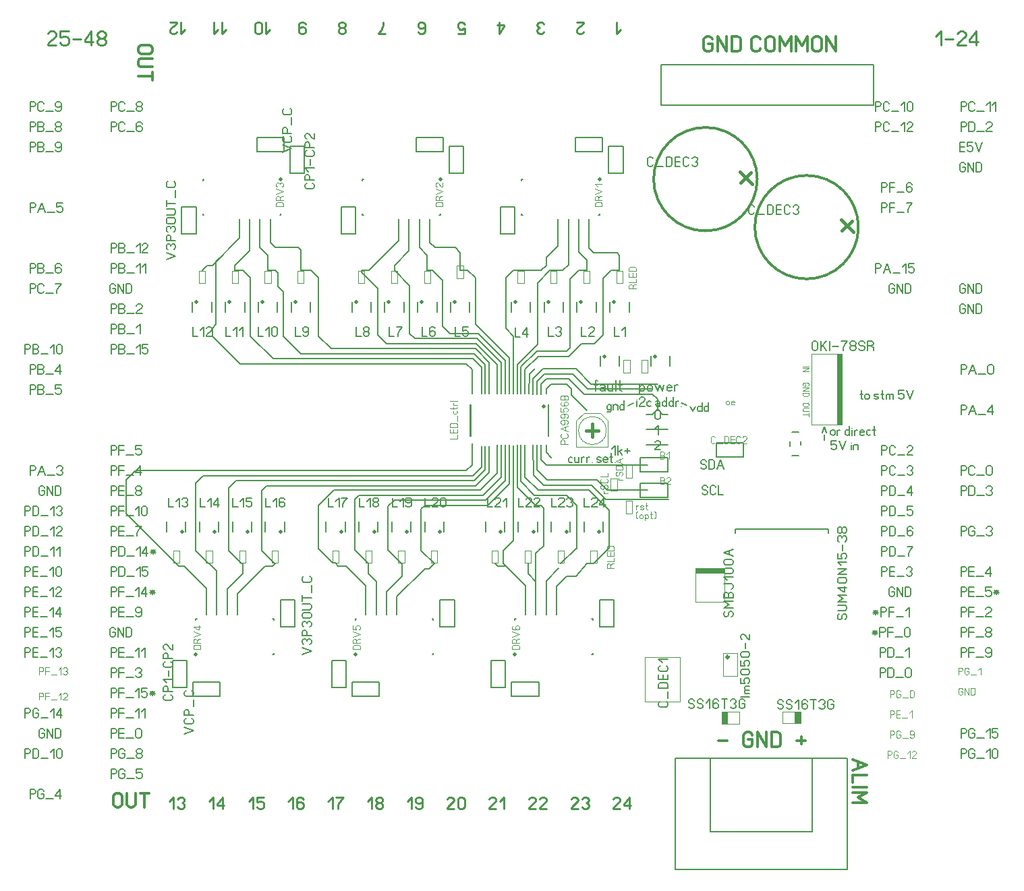
<source format=gbr>
%FSLAX34Y34*%
%MOMM*%
%LNSILK_TOP*%
G71*
G01*
%ADD10C,0.150*%
%ADD11C,0.111*%
%ADD12C,0.333*%
%ADD13C,0.254*%
%ADD14C,0.318*%
%ADD15C,0.206*%
%ADD16C,0.144*%
%ADD17C,0.500*%
%ADD18C,0.100*%
%ADD19C,0.300*%
%ADD20C,0.090*%
%ADD21C,0.444*%
%ADD22C,0.222*%
%ADD23C,0.400*%
%ADD24C,0.167*%
%ADD25C,0.200*%
%LPD*%
G54D10*
X254100Y199900D02*
X252600Y199900D01*
X252600Y201650D01*
G54D10*
X252600Y243150D02*
X252600Y244900D01*
X254100Y244900D01*
G54D10*
X350600Y243150D02*
X350600Y244900D01*
X349100Y244900D01*
G54D10*
X349100Y199900D02*
X350600Y199900D01*
X350600Y201650D01*
G54D11*
X258500Y206480D02*
X249612Y206480D01*
X249612Y209813D01*
X250167Y211147D01*
X251278Y211813D01*
X256834Y211813D01*
X257945Y211147D01*
X258500Y209813D01*
X258500Y206480D01*
G54D11*
X254056Y216924D02*
X255167Y218924D01*
X256278Y219590D01*
X258500Y219590D01*
G54D11*
X258500Y214257D02*
X249612Y214257D01*
X249612Y217590D01*
X250167Y218924D01*
X251278Y219590D01*
X252389Y219590D01*
X253500Y218924D01*
X254056Y217590D01*
X254056Y214257D01*
G54D11*
X249612Y222034D02*
X258500Y225367D01*
X249612Y228701D01*
G54D11*
X258500Y235145D02*
X249612Y235145D01*
X255167Y231145D01*
X256278Y231145D01*
X256278Y236478D01*
G54D12*
X908638Y91884D02*
X919838Y91884D01*
G54D12*
X945597Y93051D02*
X951197Y93051D01*
X951197Y87217D01*
X949797Y84884D01*
X946997Y83717D01*
X944197Y83717D01*
X941397Y84884D01*
X939997Y87217D01*
X939997Y98884D01*
X941397Y101217D01*
X944197Y102384D01*
X946997Y102384D01*
X949797Y101217D01*
X951197Y98884D01*
G54D12*
X957730Y83717D02*
X957730Y102384D01*
X968930Y83717D01*
X968930Y102384D01*
G54D12*
X975463Y83717D02*
X975463Y102384D01*
X982463Y102384D01*
X985263Y101217D01*
X986663Y98884D01*
X986663Y87217D01*
X985263Y84884D01*
X982463Y83717D01*
X975463Y83717D01*
G54D12*
X1006822Y91884D02*
X1018022Y91884D01*
G54D12*
X1012422Y96551D02*
X1012422Y87217D01*
G54D12*
X895617Y966926D02*
X901217Y966926D01*
X901217Y961093D01*
X899817Y958759D01*
X897017Y957593D01*
X894217Y957593D01*
X891417Y958759D01*
X890017Y961092D01*
X890017Y972759D01*
X891417Y975093D01*
X894217Y976259D01*
X897017Y976259D01*
X899817Y975093D01*
X901217Y972759D01*
G54D12*
X907750Y957593D02*
X907750Y976259D01*
X918950Y957593D01*
X918950Y976259D01*
G54D12*
X925483Y957593D02*
X925483Y976259D01*
X932483Y976259D01*
X935283Y975093D01*
X936683Y972759D01*
X936683Y961093D01*
X935283Y958759D01*
X932483Y957593D01*
X925483Y957593D01*
G54D12*
X961229Y961093D02*
X959829Y958759D01*
X957029Y957592D01*
X954229Y957593D01*
X951429Y958759D01*
X950029Y961092D01*
X950029Y972759D01*
X951429Y975093D01*
X954229Y976259D01*
X957029Y976259D01*
X959829Y975093D01*
X961229Y972759D01*
G54D12*
X978962Y972759D02*
X978962Y961093D01*
X977562Y958759D01*
X974762Y957592D01*
X971962Y957593D01*
X969162Y958759D01*
X967762Y961092D01*
X967762Y972759D01*
X969162Y975093D01*
X971962Y976259D01*
X974762Y976259D01*
X977562Y975093D01*
X978962Y972759D01*
G54D12*
X985495Y957593D02*
X985495Y976259D01*
X992495Y964592D01*
X999495Y976259D01*
X999495Y957592D01*
G54D12*
X1006028Y957593D02*
X1006028Y976259D01*
X1013028Y964593D01*
X1020028Y976259D01*
X1020028Y957593D01*
G54D12*
X1037761Y972759D02*
X1037761Y961093D01*
X1036361Y958759D01*
X1033561Y957593D01*
X1030761Y957593D01*
X1027961Y958759D01*
X1026561Y961093D01*
X1026561Y972759D01*
X1027961Y975093D01*
X1030761Y976259D01*
X1033561Y976259D01*
X1036361Y975093D01*
X1037761Y972759D01*
G54D12*
X1044294Y957593D02*
X1044294Y976259D01*
X1055494Y957593D01*
X1055494Y976259D01*
G54D10*
X1102879Y890025D02*
X1102879Y940825D01*
X836179Y940825D01*
X836179Y890025D01*
X1102879Y890025D01*
G54D10*
X907900Y69300D02*
X897900Y69300D01*
X897900Y-22700D01*
X1026100Y-22700D01*
X1026100Y69300D01*
X1016100Y69300D01*
G54D10*
X854050Y-69700D02*
X854050Y70000D01*
X1069950Y70000D01*
X1069950Y-69700D01*
X854050Y-69700D01*
G54D13*
X785970Y985345D02*
X780637Y980012D01*
X780637Y994234D01*
G54D13*
X730789Y994234D02*
X739322Y994234D01*
X739322Y993345D01*
X738256Y991567D01*
X731856Y986234D01*
X730789Y984456D01*
X730789Y982678D01*
X731856Y980900D01*
X733989Y980012D01*
X736122Y980012D01*
X738256Y980900D01*
X739322Y982678D01*
G54D13*
X689474Y982678D02*
X688408Y980900D01*
X686274Y980012D01*
X684141Y980012D01*
X682008Y980900D01*
X680941Y982678D01*
X680941Y984456D01*
X682008Y986234D01*
X684141Y987123D01*
X682008Y988012D01*
X680941Y989790D01*
X680941Y991567D01*
X682008Y993345D01*
X684141Y994234D01*
X686274Y994234D01*
X688408Y993345D01*
X689474Y991567D01*
G54D13*
X633226Y994234D02*
X633226Y980012D01*
X639626Y988900D01*
X639626Y990678D01*
X631093Y990678D01*
G54D13*
X581245Y980012D02*
X589778Y980012D01*
X589778Y986234D01*
X588712Y986234D01*
X586578Y985345D01*
X584445Y985345D01*
X582312Y986234D01*
X581245Y988012D01*
X581245Y991567D01*
X582312Y993345D01*
X584445Y994234D01*
X586578Y994234D01*
X588712Y993345D01*
X589778Y991567D01*
G54D13*
X531397Y982678D02*
X532464Y980901D01*
X534597Y980012D01*
X536730Y980012D01*
X538864Y980900D01*
X539930Y982678D01*
X539930Y987123D01*
X539930Y988012D01*
X536730Y986234D01*
X534597Y986234D01*
X532464Y987123D01*
X531397Y988901D01*
X531397Y991567D01*
X532464Y993345D01*
X534597Y994234D01*
X536730Y994234D01*
X538864Y993345D01*
X539930Y991567D01*
X539930Y987123D01*
G54D13*
X490082Y980012D02*
X481549Y980012D01*
X482616Y981790D01*
X484749Y984456D01*
X486882Y988012D01*
X487949Y990678D01*
X487949Y994234D01*
G54D13*
X434901Y987123D02*
X437034Y987123D01*
X439168Y986234D01*
X440234Y984456D01*
X440234Y982678D01*
X439168Y980901D01*
X437034Y980012D01*
X434901Y980012D01*
X432768Y980900D01*
X431701Y982678D01*
X431701Y984456D01*
X432768Y986234D01*
X434901Y987123D01*
X432768Y988012D01*
X431701Y989790D01*
X431701Y991567D01*
X432768Y993345D01*
X434901Y994234D01*
X437034Y994234D01*
X439168Y993345D01*
X440234Y991567D01*
X440234Y989790D01*
X439168Y988012D01*
X437034Y987123D01*
G54D13*
X390386Y991567D02*
X389320Y993345D01*
X387186Y994234D01*
X385053Y994234D01*
X382920Y993345D01*
X381853Y991567D01*
X381853Y987123D01*
X381853Y986234D01*
X385053Y988012D01*
X387186Y988012D01*
X389320Y987123D01*
X390386Y985345D01*
X390386Y982678D01*
X389320Y980901D01*
X387186Y980012D01*
X385053Y980012D01*
X382920Y980900D01*
X381853Y982678D01*
X381853Y987123D01*
G54D13*
X345729Y985345D02*
X340396Y980012D01*
X340396Y994234D01*
G54D13*
X326885Y982678D02*
X326885Y991567D01*
X327952Y993345D01*
X330085Y994234D01*
X332218Y994234D01*
X334352Y993345D01*
X335418Y991567D01*
X335418Y982678D01*
X334352Y980901D01*
X332218Y980012D01*
X330085Y980012D01*
X327952Y980900D01*
X326885Y982678D01*
G54D13*
X290761Y985345D02*
X285428Y980012D01*
X285428Y994234D01*
G54D13*
X280450Y985345D02*
X275117Y980012D01*
X275117Y994234D01*
G54D13*
X238993Y985345D02*
X233660Y980012D01*
X233660Y994234D01*
G54D13*
X220149Y994234D02*
X228682Y994234D01*
X228682Y993345D01*
X227616Y991567D01*
X221216Y986234D01*
X220149Y984456D01*
X220149Y982678D01*
X221216Y980900D01*
X223349Y980012D01*
X225482Y980012D01*
X227616Y980901D01*
X228682Y982678D01*
G54D14*
X159895Y22563D02*
X159895Y11452D01*
X158561Y9230D01*
X155894Y8119D01*
X153228Y8119D01*
X150561Y9230D01*
X149228Y11452D01*
X149228Y22563D01*
X150561Y24786D01*
X153228Y25896D01*
X155894Y25897D01*
X158561Y24786D01*
X159895Y22563D01*
G54D14*
X166117Y25897D02*
X166117Y11452D01*
X167450Y9230D01*
X170117Y8119D01*
X172784Y8119D01*
X175450Y9230D01*
X176784Y11452D01*
X176784Y25897D01*
G54D14*
X188339Y8119D02*
X188339Y25897D01*
G54D14*
X183006Y25897D02*
X193673Y25896D01*
G54D13*
X219366Y15373D02*
X224700Y20706D01*
X224700Y6484D01*
G54D13*
X229677Y18040D02*
X230744Y19817D01*
X232877Y20706D01*
X235010Y20706D01*
X237144Y19817D01*
X238210Y18040D01*
X238211Y16262D01*
X237144Y14484D01*
X235010Y13595D01*
X237144Y12706D01*
X238211Y10928D01*
X238210Y9151D01*
X237144Y7373D01*
X235010Y6484D01*
X232877Y6484D01*
X230744Y7373D01*
X229677Y9151D01*
G54D13*
X269143Y15373D02*
X274477Y20706D01*
X274476Y6484D01*
G54D13*
X285854Y6484D02*
X285854Y20706D01*
X279454Y11817D01*
X279454Y10040D01*
X287988Y10040D01*
G54D13*
X318920Y15373D02*
X324254Y20706D01*
X324254Y6484D01*
G54D13*
X337765Y20706D02*
X329231Y20706D01*
X329231Y14484D01*
X330298Y14484D01*
X332431Y15373D01*
X334565Y15373D01*
X336698Y14484D01*
X337765Y12706D01*
X337765Y9151D01*
X336698Y7373D01*
X334565Y6484D01*
X332431Y6484D01*
X330298Y7373D01*
X329231Y9151D01*
G54D13*
X368697Y15373D02*
X374031Y20706D01*
X374031Y6484D01*
G54D13*
X387542Y18040D02*
X386475Y19817D01*
X384342Y20706D01*
X382208Y20706D01*
X380075Y19817D01*
X379008Y18040D01*
X379008Y13595D01*
X379008Y12706D01*
X382208Y14484D01*
X384342Y14484D01*
X386475Y13595D01*
X387542Y11817D01*
X387542Y9151D01*
X386475Y7373D01*
X384342Y6484D01*
X382208Y6484D01*
X380075Y7373D01*
X379008Y9151D01*
X379008Y13595D01*
G54D13*
X418474Y15373D02*
X423808Y20706D01*
X423808Y6484D01*
G54D13*
X428785Y20706D02*
X437319Y20706D01*
X436252Y18928D01*
X434119Y16262D01*
X431985Y12706D01*
X430919Y10040D01*
X430919Y6484D01*
G54D13*
X468251Y15373D02*
X473585Y20706D01*
X473585Y6484D01*
G54D13*
X483896Y13595D02*
X481762Y13595D01*
X479629Y14484D01*
X478562Y16262D01*
X478562Y18040D01*
X479629Y19817D01*
X481762Y20706D01*
X483896Y20706D01*
X486029Y19817D01*
X487096Y18040D01*
X487096Y16262D01*
X486029Y14484D01*
X483896Y13595D01*
X486029Y12706D01*
X487096Y10928D01*
X487096Y9151D01*
X486029Y7373D01*
X483896Y6484D01*
X481762Y6484D01*
X479629Y7373D01*
X478562Y9151D01*
X478562Y10928D01*
X479629Y12706D01*
X481762Y13595D01*
G54D13*
X518028Y15373D02*
X523362Y20706D01*
X523362Y6484D01*
G54D13*
X528339Y9151D02*
X529406Y7373D01*
X531539Y6484D01*
X533673Y6484D01*
X535806Y7373D01*
X536873Y9151D01*
X536873Y13595D01*
X536873Y14484D01*
X533673Y12706D01*
X531539Y12706D01*
X529406Y13595D01*
X528339Y15373D01*
X528339Y18040D01*
X529406Y19817D01*
X531539Y20706D01*
X533673Y20706D01*
X535806Y19817D01*
X536873Y18040D01*
X536873Y13595D01*
G54D13*
X576339Y6484D02*
X567805Y6484D01*
X567805Y7373D01*
X568872Y9151D01*
X575272Y14484D01*
X576339Y16262D01*
X576339Y18040D01*
X575272Y19817D01*
X573139Y20706D01*
X571005Y20706D01*
X568872Y19817D01*
X567805Y18040D01*
G54D13*
X589850Y18040D02*
X589850Y9151D01*
X588783Y7373D01*
X586650Y6484D01*
X584516Y6484D01*
X582383Y7373D01*
X581316Y9151D01*
X581316Y18040D01*
X582383Y19817D01*
X584516Y20706D01*
X586650Y20706D01*
X588783Y19817D01*
X589850Y18040D01*
G54D13*
X629316Y6484D02*
X620782Y6484D01*
X620782Y7373D01*
X621849Y9151D01*
X628249Y14484D01*
X629316Y16262D01*
X629316Y18040D01*
X628249Y19817D01*
X626116Y20706D01*
X623982Y20706D01*
X621849Y19817D01*
X620782Y18040D01*
G54D13*
X634293Y15373D02*
X639627Y20706D01*
X639627Y6484D01*
G54D13*
X679093Y6484D02*
X670559Y6484D01*
X670559Y7373D01*
X671626Y9151D01*
X678026Y14484D01*
X679093Y16262D01*
X679093Y18040D01*
X678026Y19817D01*
X675893Y20706D01*
X673759Y20706D01*
X671626Y19817D01*
X670559Y18040D01*
G54D13*
X692604Y6484D02*
X684070Y6484D01*
X684070Y7373D01*
X685137Y9151D01*
X691537Y14484D01*
X692604Y16262D01*
X692604Y18040D01*
X691537Y19817D01*
X689404Y20706D01*
X687270Y20706D01*
X685137Y19817D01*
X684070Y18040D01*
G54D13*
X732070Y6484D02*
X723536Y6484D01*
X723536Y7373D01*
X724603Y9151D01*
X731003Y14484D01*
X732070Y16262D01*
X732070Y18040D01*
X731003Y19817D01*
X728870Y20706D01*
X726736Y20706D01*
X724603Y19817D01*
X723536Y18040D01*
G54D13*
X737047Y18040D02*
X738114Y19817D01*
X740247Y20706D01*
X742381Y20706D01*
X744514Y19817D01*
X745581Y18040D01*
X745581Y16262D01*
X744514Y14484D01*
X742381Y13595D01*
X744514Y12706D01*
X745581Y10928D01*
X745581Y9151D01*
X744514Y7373D01*
X742381Y6484D01*
X740247Y6484D01*
X738114Y7373D01*
X737047Y9151D01*
G54D13*
X785047Y6484D02*
X776513Y6484D01*
X776513Y7373D01*
X777580Y9150D01*
X783980Y14484D01*
X785047Y16262D01*
X785047Y18040D01*
X783980Y19817D01*
X781847Y20706D01*
X779713Y20706D01*
X777580Y19817D01*
X776513Y18040D01*
G54D13*
X796424Y6484D02*
X796424Y20706D01*
X790024Y11817D01*
X790024Y10040D01*
X798558Y10040D01*
G54D14*
X194888Y954852D02*
X183776Y954852D01*
X181554Y956186D01*
X180443Y958852D01*
X180443Y961519D01*
X181554Y964186D01*
X183776Y965519D01*
X194888Y965519D01*
X197110Y964186D01*
X198221Y961519D01*
X198221Y958852D01*
X197110Y956186D01*
X194888Y954852D01*
G54D14*
X198221Y948630D02*
X183776Y948630D01*
X181554Y947296D01*
X180443Y944630D01*
X180443Y941963D01*
X181554Y939296D01*
X183776Y937963D01*
X198221Y937963D01*
G54D14*
X180443Y926408D02*
X198221Y926408D01*
G54D14*
X198221Y931741D02*
X198221Y921074D01*
G54D14*
X1077264Y68158D02*
X1095042Y61492D01*
X1077264Y54825D01*
G54D14*
X1083931Y65492D02*
X1083931Y57492D01*
G54D14*
X1095042Y48603D02*
X1077264Y48603D01*
X1077264Y39270D01*
G54D14*
X1077264Y33048D02*
X1095042Y33048D01*
G54D14*
X1077264Y26826D02*
X1095042Y26826D01*
X1083931Y20160D01*
X1095042Y13493D01*
X1077264Y13493D01*
G54D10*
X223210Y192647D02*
X241210Y192647D01*
X241210Y158647D01*
X223210Y158647D01*
X223210Y192647D01*
G54D15*
X221343Y149530D02*
X222787Y148663D01*
X223510Y146930D01*
X223510Y145197D01*
X222787Y143463D01*
X221343Y142597D01*
X214121Y142597D01*
X212676Y143463D01*
X211954Y145197D01*
X211954Y146930D01*
X212676Y148663D01*
X214121Y149530D01*
G54D15*
X223510Y153574D02*
X211954Y153574D01*
X211954Y157907D01*
X212676Y159640D01*
X214121Y160507D01*
X215565Y160507D01*
X217010Y159640D01*
X217732Y157907D01*
X217732Y153574D01*
G54D15*
X216287Y164551D02*
X211954Y168884D01*
X223510Y168884D01*
G54D15*
X218454Y172928D02*
X218454Y179861D01*
G54D15*
X221343Y190838D02*
X222787Y189971D01*
X223510Y188238D01*
X223510Y186505D01*
X222787Y184771D01*
X221343Y183905D01*
X214121Y183905D01*
X212676Y184771D01*
X211954Y186505D01*
X211954Y188238D01*
X212676Y189971D01*
X214121Y190838D01*
G54D15*
X223510Y194882D02*
X211954Y194882D01*
X211954Y199215D01*
X212676Y200948D01*
X214121Y201815D01*
X215565Y201815D01*
X217010Y200948D01*
X217732Y199215D01*
X217732Y194882D01*
G54D15*
X223510Y212792D02*
X223510Y205859D01*
X222787Y205859D01*
X221343Y206725D01*
X217010Y211925D01*
X215565Y212792D01*
X214121Y212792D01*
X212676Y211925D01*
X211954Y210192D01*
X211954Y208459D01*
X212676Y206725D01*
X214121Y205859D01*
G54D10*
X282864Y165597D02*
X282864Y147597D01*
X248864Y147597D01*
X248864Y165597D01*
X282864Y165597D01*
G54D15*
X238181Y100356D02*
X249737Y104689D01*
X238181Y109023D01*
G54D15*
X247570Y120000D02*
X249014Y119134D01*
X249737Y117400D01*
X249737Y115667D01*
X249014Y113934D01*
X247570Y113067D01*
X240348Y113067D01*
X238904Y113934D01*
X238181Y115667D01*
X238181Y117400D01*
X238904Y119134D01*
X240348Y120000D01*
G54D15*
X249737Y124044D02*
X238181Y124044D01*
X238181Y128377D01*
X238904Y130111D01*
X240348Y130977D01*
X241792Y130977D01*
X243237Y130111D01*
X243959Y128377D01*
X243959Y124044D01*
G54D15*
X249737Y135021D02*
X249737Y143688D01*
G54D15*
X247570Y154665D02*
X249014Y153799D01*
X249737Y152065D01*
X249737Y150332D01*
X249014Y148599D01*
X247570Y147732D01*
X240348Y147732D01*
X238904Y148599D01*
X238181Y150332D01*
X238181Y152065D01*
X238904Y153799D01*
X240348Y154665D01*
G54D10*
X359100Y268847D02*
X377100Y268847D01*
X377100Y234847D01*
X359100Y234847D01*
X359100Y268847D01*
G54D15*
X385944Y199747D02*
X397500Y204080D01*
X385944Y208414D01*
G54D15*
X388111Y212458D02*
X386666Y213324D01*
X385944Y215058D01*
X385944Y216791D01*
X386666Y218524D01*
X388111Y219391D01*
X389555Y219391D01*
X391000Y218524D01*
X391722Y216791D01*
X392444Y218524D01*
X393888Y219391D01*
X395333Y219391D01*
X396777Y218524D01*
X397500Y216791D01*
X397500Y215058D01*
X396777Y213324D01*
X395333Y212458D01*
G54D15*
X397500Y223435D02*
X385944Y223435D01*
X385944Y227768D01*
X386666Y229502D01*
X388111Y230368D01*
X389555Y230368D01*
X391000Y229502D01*
X391722Y227768D01*
X391722Y223435D01*
G54D15*
X388111Y234412D02*
X386666Y235278D01*
X385944Y237012D01*
X385944Y238745D01*
X386666Y240478D01*
X388111Y241345D01*
X389555Y241345D01*
X391000Y240478D01*
X391722Y238745D01*
X392444Y240478D01*
X393888Y241345D01*
X395333Y241345D01*
X396777Y240478D01*
X397500Y238745D01*
X397500Y237012D01*
X396777Y235278D01*
X395333Y234412D01*
G54D15*
X388111Y252322D02*
X395333Y252322D01*
X396777Y251456D01*
X397500Y249722D01*
X397500Y247989D01*
X396777Y246256D01*
X395333Y245389D01*
X388111Y245389D01*
X386666Y246256D01*
X385944Y247989D01*
X385944Y249722D01*
X386666Y251456D01*
X388111Y252322D01*
G54D15*
X385944Y256366D02*
X395333Y256366D01*
X396777Y257232D01*
X397500Y258966D01*
X397500Y260699D01*
X396777Y262432D01*
X395333Y263299D01*
X385944Y263299D01*
G54D15*
X397500Y270810D02*
X385944Y270810D01*
G54D15*
X385944Y267343D02*
X385944Y274276D01*
G54D15*
X397500Y278320D02*
X397500Y286986D01*
G54D15*
X395333Y297964D02*
X396777Y297098D01*
X397500Y295364D01*
X397500Y293631D01*
X396777Y291898D01*
X395333Y291031D01*
X388111Y291031D01*
X386666Y291898D01*
X385944Y293631D01*
X385944Y295364D01*
X386666Y297098D01*
X388111Y297964D01*
G54D16*
X59347Y101028D02*
X62813Y101028D01*
X62813Y97417D01*
X61947Y95972D01*
X60213Y95250D01*
X58480Y95250D01*
X56747Y95972D01*
X55880Y97417D01*
X55880Y104639D01*
X56747Y106083D01*
X58480Y106806D01*
X60213Y106806D01*
X61947Y106083D01*
X62813Y104639D01*
G54D16*
X65991Y95250D02*
X65991Y106806D01*
X72924Y95250D01*
X72924Y106806D01*
G54D16*
X76102Y95250D02*
X76102Y106806D01*
X80435Y106806D01*
X82169Y106083D01*
X83035Y104639D01*
X83035Y97417D01*
X82169Y95972D01*
X80435Y95250D01*
X76102Y95250D01*
G54D16*
X59347Y405828D02*
X62813Y405828D01*
X62813Y402217D01*
X61947Y400772D01*
X60213Y400050D01*
X58480Y400050D01*
X56747Y400772D01*
X55880Y402217D01*
X55880Y409439D01*
X56747Y410883D01*
X58480Y411606D01*
X60213Y411606D01*
X61947Y410883D01*
X62813Y409439D01*
G54D16*
X65991Y400050D02*
X65991Y411606D01*
X72924Y400050D01*
X72924Y411606D01*
G54D16*
X76102Y400050D02*
X76102Y411606D01*
X80435Y411606D01*
X82169Y410883D01*
X83035Y409439D01*
X83035Y402217D01*
X82169Y400772D01*
X80435Y400050D01*
X76102Y400050D01*
G54D16*
X148247Y228028D02*
X151713Y228028D01*
X151713Y224417D01*
X150847Y222972D01*
X149113Y222250D01*
X147380Y222250D01*
X145647Y222972D01*
X144780Y224417D01*
X144780Y231639D01*
X145647Y233083D01*
X147380Y233806D01*
X149113Y233806D01*
X150847Y233083D01*
X151713Y231639D01*
G54D16*
X154891Y222250D02*
X154891Y233806D01*
X161824Y222250D01*
X161824Y233806D01*
G54D16*
X165002Y222250D02*
X165002Y233806D01*
X169335Y233806D01*
X171069Y233083D01*
X171935Y231639D01*
X171935Y224417D01*
X171069Y222972D01*
X169335Y222250D01*
X165002Y222250D01*
G54D16*
X725058Y447392D02*
X723325Y447825D01*
X721592Y447392D01*
X720725Y445947D01*
X720725Y443058D01*
X721592Y441614D01*
X723325Y441325D01*
X725058Y441614D01*
G54D16*
X733436Y447825D02*
X733436Y441325D01*
G54D16*
X733436Y442769D02*
X732569Y441614D01*
X730836Y441325D01*
X729103Y441614D01*
X728236Y442769D01*
X728236Y447825D01*
G54D16*
X736614Y441325D02*
X736614Y447825D01*
G54D16*
X736614Y446381D02*
X738347Y447825D01*
X740081Y447825D01*
G54D16*
X743259Y441325D02*
X743259Y447825D01*
G54D16*
X743259Y446381D02*
X744992Y447825D01*
X746726Y447825D01*
G54D16*
X749904Y441325D02*
X749904Y441325D01*
G54D16*
X755650Y442047D02*
X757383Y441325D01*
X759117Y441325D01*
X760850Y442047D01*
X760850Y443492D01*
X759983Y444214D01*
X756517Y444936D01*
X755650Y445658D01*
X755650Y447103D01*
X757383Y447825D01*
X759117Y447825D01*
X760850Y447103D01*
G54D16*
X769228Y442047D02*
X767841Y441325D01*
X766108Y441325D01*
X764375Y442047D01*
X764028Y443492D01*
X764028Y445947D01*
X764895Y447392D01*
X766628Y447825D01*
X768361Y447392D01*
X769228Y446381D01*
X769228Y444936D01*
X764028Y444936D01*
G54D16*
X774139Y452881D02*
X774139Y442047D01*
X775006Y441325D01*
X775873Y441614D01*
G54D16*
X772406Y447825D02*
X775873Y447825D01*
G54D16*
X779051Y441325D02*
X779051Y441325D01*
G54D16*
X805814Y511811D02*
X805814Y518311D01*
G54D16*
X805814Y520477D02*
X805814Y520477D01*
G54D16*
X815925Y511811D02*
X808992Y511811D01*
X808992Y512533D01*
X809859Y513977D01*
X815059Y518311D01*
X815925Y519755D01*
X815925Y521200D01*
X815059Y522644D01*
X813325Y523366D01*
X811592Y523366D01*
X809859Y522644D01*
X808992Y521200D01*
G54D16*
X823436Y517877D02*
X821703Y518311D01*
X819970Y517877D01*
X819103Y516433D01*
X819103Y513544D01*
X819970Y512100D01*
X821703Y511811D01*
X823436Y512100D01*
G54D16*
X829965Y517588D02*
X831698Y518311D01*
X833778Y518311D01*
X835165Y516866D01*
X835165Y511811D01*
G54D16*
X835165Y513977D02*
X834298Y515422D01*
X832565Y515711D01*
X830832Y515422D01*
X829965Y513977D01*
X830312Y512533D01*
X831698Y511811D01*
X832565Y511811D01*
X832912Y511811D01*
X834298Y512533D01*
X835165Y513977D01*
G54D16*
X843543Y511811D02*
X843543Y523366D01*
G54D16*
X843543Y516433D02*
X842676Y517877D01*
X840943Y518311D01*
X839210Y517877D01*
X838343Y516433D01*
X838343Y513544D01*
X839210Y512100D01*
X840943Y511811D01*
X842676Y512100D01*
X843543Y513544D01*
G54D16*
X851921Y511811D02*
X851921Y523366D01*
G54D16*
X851921Y516433D02*
X851054Y517877D01*
X849321Y518311D01*
X847588Y517877D01*
X846721Y516433D01*
X846721Y513544D01*
X847588Y512100D01*
X849321Y511811D01*
X851054Y512100D01*
X851921Y513544D01*
G54D16*
X855099Y511811D02*
X855099Y518311D01*
G54D16*
X855099Y516866D02*
X856832Y518311D01*
X858566Y518311D01*
G54D16*
X861744Y511811D02*
X861744Y511811D01*
G54D16*
X768350Y505198D02*
X770083Y504476D01*
X771297Y504476D01*
X773030Y505198D01*
X773550Y506642D01*
X773550Y513864D01*
G54D16*
X773550Y511987D02*
X772683Y513431D01*
X770950Y513864D01*
X769217Y513431D01*
X768350Y511987D01*
X768350Y509098D01*
X769217Y507653D01*
X770950Y507364D01*
X772683Y507653D01*
X773550Y509098D01*
G54D16*
X776728Y507364D02*
X776728Y513864D01*
G54D16*
X776728Y512420D02*
X777595Y513431D01*
X779328Y513864D01*
X781061Y513431D01*
X781928Y512420D01*
X781928Y507364D01*
G54D16*
X790306Y507364D02*
X790306Y518920D01*
G54D16*
X790306Y511987D02*
X789439Y513431D01*
X787706Y513864D01*
X785973Y513431D01*
X785106Y511987D01*
X785106Y509098D01*
X785973Y507653D01*
X787706Y507364D01*
X789439Y507653D01*
X790306Y509098D01*
G54D16*
X872490Y511960D02*
X875956Y505460D01*
X879423Y511960D01*
G54D16*
X887801Y505460D02*
X887801Y517016D01*
G54D16*
X887801Y510082D02*
X886934Y511526D01*
X885201Y511960D01*
X883467Y511527D01*
X882601Y510082D01*
X882600Y507193D01*
X883467Y505749D01*
X885201Y505460D01*
X886934Y505749D01*
X887801Y507193D01*
G54D16*
X896179Y505460D02*
X896179Y517016D01*
G54D16*
X896179Y510082D02*
X895312Y511527D01*
X893579Y511960D01*
X891845Y511527D01*
X890979Y510082D01*
X890979Y507193D01*
X891845Y505749D01*
X893579Y505460D01*
X895312Y505749D01*
X896179Y507193D01*
G54D16*
X835608Y504689D02*
X835608Y497467D01*
X834742Y496022D01*
X833008Y495300D01*
X831275Y495300D01*
X829542Y496022D01*
X828675Y497467D01*
X828675Y504689D01*
X829542Y506133D01*
X831275Y506856D01*
X833008Y506856D01*
X834742Y506133D01*
X835608Y504689D01*
G54D16*
X828675Y483472D02*
X833008Y487806D01*
X833008Y476250D01*
G54D16*
X835608Y457200D02*
X828675Y457200D01*
X828675Y457922D01*
X829542Y459367D01*
X834742Y463700D01*
X835608Y465144D01*
X835608Y466589D01*
X834742Y468033D01*
X833008Y468756D01*
X831275Y468756D01*
X829542Y468033D01*
X828675Y466589D01*
G54D10*
X1008858Y450112D02*
X1000858Y450112D01*
G54D10*
X998358Y461613D02*
X998358Y467613D01*
G54D10*
X1000858Y479112D02*
X1008858Y479112D01*
G54D10*
X1011358Y467612D02*
X1011358Y463612D01*
G54D10*
X810650Y429150D02*
X810650Y447150D01*
X844650Y447150D01*
X844650Y429150D01*
X810650Y429150D01*
G54D11*
X835300Y445675D02*
X835300Y454564D01*
X838633Y454564D01*
X839967Y454008D01*
X840633Y452897D01*
X840633Y451786D01*
X839967Y450675D01*
X838633Y450119D01*
X839967Y449564D01*
X840633Y448453D01*
X840633Y447342D01*
X839967Y446231D01*
X838633Y445675D01*
X835300Y445675D01*
G54D11*
X835300Y450119D02*
X838633Y450119D01*
G54D11*
X843077Y451231D02*
X846410Y454564D01*
X846410Y445675D01*
G54D10*
X810650Y397400D02*
X810650Y415400D01*
X844650Y415400D01*
X844650Y397400D01*
X810650Y397400D01*
G54D11*
X835300Y413925D02*
X835300Y422814D01*
X838633Y422814D01*
X839967Y422258D01*
X840633Y421147D01*
X840633Y420036D01*
X839967Y418925D01*
X838633Y418369D01*
X839967Y417814D01*
X840633Y416703D01*
X840633Y415592D01*
X839967Y414481D01*
X838633Y413925D01*
X835300Y413925D01*
G54D11*
X835300Y418369D02*
X838633Y418369D01*
G54D11*
X848410Y413925D02*
X843077Y413925D01*
X843077Y414481D01*
X843744Y415592D01*
X847744Y418925D01*
X848410Y420036D01*
X848410Y421147D01*
X847744Y422258D01*
X846410Y422814D01*
X845077Y422814D01*
X843744Y422258D01*
X843077Y421147D01*
G54D11*
X1212342Y153670D02*
X1215008Y153670D01*
X1215008Y150892D01*
X1214342Y149780D01*
X1213008Y149225D01*
X1211675Y149225D01*
X1210342Y149780D01*
X1209675Y150892D01*
X1209675Y156447D01*
X1210342Y157558D01*
X1211675Y158114D01*
X1213008Y158114D01*
X1214342Y157558D01*
X1215008Y156447D01*
G54D11*
X1217452Y149225D02*
X1217452Y158114D01*
X1222785Y149225D01*
X1222785Y158114D01*
G54D11*
X1225229Y149225D02*
X1225229Y158114D01*
X1228562Y158114D01*
X1229896Y157558D01*
X1230562Y156447D01*
X1230562Y150892D01*
X1229896Y149780D01*
X1228562Y149225D01*
X1225229Y149225D01*
G54D16*
X146050Y120650D02*
X146050Y132206D01*
X150383Y132206D01*
X152117Y131483D01*
X152983Y130039D01*
X152983Y128594D01*
X152117Y127150D01*
X150383Y126428D01*
X146050Y126428D01*
G54D16*
X156161Y120650D02*
X156161Y132206D01*
X162228Y132206D01*
G54D16*
X156161Y126428D02*
X162228Y126428D01*
G54D16*
X165406Y120650D02*
X174073Y120650D01*
G54D16*
X177251Y127872D02*
X181584Y132206D01*
X181584Y120650D01*
G54D16*
X184762Y127872D02*
X189095Y132206D01*
X189095Y120650D01*
G54D16*
X146050Y273050D02*
X146050Y284606D01*
X150383Y284606D01*
X152117Y283883D01*
X152983Y282439D01*
X152983Y280994D01*
X152117Y279550D01*
X150383Y278828D01*
X146050Y278828D01*
G54D16*
X156161Y273050D02*
X156161Y284606D01*
X162228Y284606D01*
G54D16*
X156161Y278828D02*
X162228Y278828D01*
G54D16*
X165406Y273050D02*
X174073Y273050D01*
G54D16*
X177251Y280272D02*
X181584Y284606D01*
X181584Y273050D01*
G54D16*
X189962Y273050D02*
X189962Y284606D01*
X184762Y277383D01*
X184762Y275939D01*
X191695Y275939D01*
G54D16*
X194873Y278106D02*
X201806Y278106D01*
G54D16*
X198340Y280994D02*
X198340Y275217D01*
G54D16*
X195740Y280272D02*
X200940Y275939D01*
G54D16*
X195740Y275939D02*
X200940Y280272D01*
G54D16*
X1126147Y278828D02*
X1129613Y278828D01*
X1129613Y275216D01*
X1128747Y273772D01*
X1127013Y273050D01*
X1125280Y273050D01*
X1123547Y273772D01*
X1122680Y275216D01*
X1122680Y282439D01*
X1123547Y283883D01*
X1125280Y284606D01*
X1127013Y284606D01*
X1128747Y283883D01*
X1129613Y282439D01*
G54D16*
X1132791Y273050D02*
X1132791Y284606D01*
X1139724Y273050D01*
X1139724Y284606D01*
G54D16*
X1142902Y273050D02*
X1142902Y284606D01*
X1147235Y284606D01*
X1148969Y283883D01*
X1149835Y282439D01*
X1149835Y275216D01*
X1148969Y273772D01*
X1147235Y273050D01*
X1142902Y273050D01*
G54D16*
X1102360Y252706D02*
X1109293Y252706D01*
G54D16*
X1105827Y255594D02*
X1105827Y249817D01*
G54D16*
X1103227Y254872D02*
X1108427Y250539D01*
G54D16*
X1103227Y250539D02*
X1108427Y254872D01*
G54D16*
X1112471Y247650D02*
X1112471Y259206D01*
X1116804Y259206D01*
X1118538Y258483D01*
X1119404Y257039D01*
X1119404Y255594D01*
X1118538Y254150D01*
X1116804Y253428D01*
X1112471Y253428D01*
G54D16*
X1122582Y247650D02*
X1122582Y259206D01*
X1128649Y259206D01*
G54D16*
X1122582Y253428D02*
X1128649Y253428D01*
G54D16*
X1131827Y247650D02*
X1140494Y247650D01*
G54D16*
X1143672Y254872D02*
X1148005Y259206D01*
X1148005Y247650D01*
G54D16*
X1215047Y812228D02*
X1218513Y812228D01*
X1218513Y808617D01*
X1217647Y807172D01*
X1215913Y806450D01*
X1214180Y806450D01*
X1212447Y807172D01*
X1211580Y808617D01*
X1211580Y815839D01*
X1212447Y817283D01*
X1214180Y818006D01*
X1215913Y818006D01*
X1217647Y817283D01*
X1218513Y815839D01*
G54D16*
X1221691Y806450D02*
X1221691Y818006D01*
X1228624Y806450D01*
X1228624Y818006D01*
G54D16*
X1231802Y806450D02*
X1231802Y818006D01*
X1236135Y818006D01*
X1237869Y817283D01*
X1238735Y815839D01*
X1238735Y808617D01*
X1237869Y807172D01*
X1236135Y806450D01*
X1231802Y806450D01*
G54D16*
X1217647Y831850D02*
X1211580Y831850D01*
X1211580Y843406D01*
X1217647Y843406D01*
G54D16*
X1211580Y837628D02*
X1217647Y837628D01*
G54D16*
X1227758Y843406D02*
X1220825Y843406D01*
X1220825Y838350D01*
X1221692Y838350D01*
X1223425Y839072D01*
X1225158Y839072D01*
X1226892Y838350D01*
X1227758Y836906D01*
X1227758Y834017D01*
X1226892Y832572D01*
X1225158Y831850D01*
X1223425Y831850D01*
X1221692Y832572D01*
X1220825Y834017D01*
G54D16*
X1230936Y843406D02*
X1235269Y831850D01*
X1239603Y843406D01*
G54D16*
X1126147Y659828D02*
X1129613Y659828D01*
X1129613Y656217D01*
X1128747Y654772D01*
X1127013Y654050D01*
X1125280Y654050D01*
X1123547Y654772D01*
X1122680Y656217D01*
X1122680Y663439D01*
X1123547Y664883D01*
X1125280Y665606D01*
X1127013Y665606D01*
X1128747Y664883D01*
X1129613Y663439D01*
G54D16*
X1132791Y654050D02*
X1132791Y665606D01*
X1139724Y654050D01*
X1139724Y665606D01*
G54D16*
X1142902Y654050D02*
X1142902Y665606D01*
X1147235Y665606D01*
X1148969Y664883D01*
X1149835Y663439D01*
X1149835Y656217D01*
X1148969Y654772D01*
X1147235Y654050D01*
X1142902Y654050D01*
G54D16*
X1215047Y659828D02*
X1218513Y659828D01*
X1218513Y656217D01*
X1217647Y654772D01*
X1215913Y654050D01*
X1214180Y654050D01*
X1212447Y654772D01*
X1211580Y656217D01*
X1211580Y663439D01*
X1212447Y664883D01*
X1214180Y665606D01*
X1215913Y665606D01*
X1217647Y664883D01*
X1218513Y663439D01*
G54D16*
X1221691Y654050D02*
X1221691Y665606D01*
X1228624Y654050D01*
X1228624Y665606D01*
G54D16*
X1231802Y654050D02*
X1231802Y665606D01*
X1236135Y665606D01*
X1237869Y664883D01*
X1238735Y663439D01*
X1238735Y656217D01*
X1237869Y654772D01*
X1236135Y654050D01*
X1231802Y654050D01*
G54D16*
X1215047Y634428D02*
X1218513Y634428D01*
X1218513Y630817D01*
X1217647Y629372D01*
X1215913Y628650D01*
X1214180Y628650D01*
X1212447Y629372D01*
X1211580Y630817D01*
X1211580Y638039D01*
X1212447Y639483D01*
X1214180Y640206D01*
X1215913Y640206D01*
X1217647Y639483D01*
X1218513Y638039D01*
G54D16*
X1221691Y628650D02*
X1221691Y640206D01*
X1228624Y628650D01*
X1228624Y640206D01*
G54D16*
X1231802Y628650D02*
X1231802Y640206D01*
X1236135Y640206D01*
X1237869Y639483D01*
X1238735Y638039D01*
X1238735Y630817D01*
X1237869Y629372D01*
X1236135Y628650D01*
X1231802Y628650D01*
G54D16*
X886241Y435017D02*
X887108Y433573D01*
X888841Y432850D01*
X890575Y432850D01*
X892308Y433573D01*
X893175Y435017D01*
X893175Y436461D01*
X892308Y437906D01*
X890575Y438628D01*
X888841Y438628D01*
X887108Y439350D01*
X886241Y440795D01*
X886241Y442239D01*
X887108Y443684D01*
X888841Y444406D01*
X890575Y444406D01*
X892308Y443684D01*
X893175Y442239D01*
G54D16*
X896352Y432850D02*
X896352Y444406D01*
X900686Y444406D01*
X902419Y443684D01*
X903286Y442239D01*
X903286Y435017D01*
X902419Y433573D01*
X900686Y432850D01*
X896352Y432850D01*
G54D16*
X906463Y432850D02*
X910797Y444406D01*
X915130Y432850D01*
G54D16*
X908197Y437184D02*
X913397Y437184D01*
G54D16*
X887998Y403039D02*
X888864Y401595D01*
X890597Y400873D01*
X892331Y400873D01*
X894064Y401595D01*
X894931Y403039D01*
X894931Y404484D01*
X894064Y405928D01*
X892331Y406650D01*
X890598Y406650D01*
X888864Y407373D01*
X887997Y408817D01*
X887997Y410262D01*
X888864Y411706D01*
X890597Y412428D01*
X892331Y412428D01*
X894064Y411706D01*
X894931Y410262D01*
G54D16*
X905042Y403039D02*
X904175Y401595D01*
X902442Y400873D01*
X900708Y400873D01*
X898975Y401595D01*
X898108Y403039D01*
X898108Y410262D01*
X898975Y411706D01*
X900708Y412428D01*
X902442Y412428D01*
X904175Y411706D01*
X905042Y410262D01*
G54D16*
X908219Y412428D02*
X908220Y400873D01*
X914286Y400873D01*
G54D16*
X1111250Y196850D02*
X1111250Y208406D01*
X1115583Y208406D01*
X1117317Y207683D01*
X1118183Y206239D01*
X1118183Y204794D01*
X1117317Y203350D01*
X1115583Y202628D01*
X1111250Y202628D01*
G54D16*
X1121361Y196850D02*
X1121361Y208406D01*
X1125694Y208406D01*
X1127428Y207683D01*
X1128294Y206239D01*
X1128294Y199017D01*
X1127428Y197572D01*
X1125694Y196850D01*
X1121361Y196850D01*
G54D16*
X1131472Y196850D02*
X1140139Y196850D01*
G54D16*
X1143317Y204072D02*
X1147650Y208406D01*
X1147650Y196850D01*
G54D16*
X146050Y247650D02*
X146050Y259206D01*
X150383Y259206D01*
X152117Y258483D01*
X152983Y257039D01*
X152983Y255594D01*
X152117Y254150D01*
X150383Y253428D01*
X146050Y253428D01*
G54D16*
X162228Y247650D02*
X156161Y247650D01*
X156161Y259206D01*
X162228Y259206D01*
G54D16*
X156161Y253428D02*
X162228Y253428D01*
G54D16*
X165406Y247650D02*
X174073Y247650D01*
G54D16*
X177251Y249817D02*
X178118Y248372D01*
X179851Y247650D01*
X181584Y247650D01*
X183318Y248372D01*
X184184Y249817D01*
X184184Y253428D01*
X184184Y254150D01*
X181584Y252706D01*
X179851Y252706D01*
X178118Y253428D01*
X177251Y254872D01*
X177251Y257039D01*
X178118Y258483D01*
X179851Y259206D01*
X181584Y259206D01*
X183318Y258483D01*
X184184Y257039D01*
X184184Y253428D01*
G54D16*
X146050Y323850D02*
X146050Y335406D01*
X150383Y335406D01*
X152117Y334683D01*
X152983Y333239D01*
X152983Y331794D01*
X152117Y330350D01*
X150383Y329628D01*
X146050Y329628D01*
G54D16*
X156161Y323850D02*
X156161Y335406D01*
X160494Y335406D01*
X162228Y334683D01*
X163094Y333239D01*
X163094Y326017D01*
X162228Y324572D01*
X160494Y323850D01*
X156161Y323850D01*
G54D16*
X166272Y323850D02*
X174939Y323850D01*
G54D16*
X178117Y331072D02*
X182450Y335406D01*
X182450Y323850D01*
G54D16*
X190828Y323850D02*
X190828Y335406D01*
X185628Y328183D01*
X185628Y326739D01*
X192561Y326739D01*
G54D16*
X195739Y328906D02*
X202672Y328906D01*
G54D16*
X199206Y331794D02*
X199206Y326017D01*
G54D16*
X196606Y331072D02*
X201806Y326739D01*
G54D16*
X196606Y326739D02*
X201806Y331072D01*
G54D16*
X1212850Y273050D02*
X1212850Y284606D01*
X1217183Y284606D01*
X1218917Y283883D01*
X1219783Y282439D01*
X1219783Y280994D01*
X1218917Y279550D01*
X1217183Y278828D01*
X1212850Y278828D01*
G54D16*
X1229028Y273050D02*
X1222961Y273050D01*
X1222961Y284606D01*
X1229028Y284606D01*
G54D16*
X1222961Y278828D02*
X1229028Y278828D01*
G54D16*
X1232206Y273050D02*
X1240873Y273050D01*
G54D16*
X1250984Y284606D02*
X1244051Y284606D01*
X1244051Y279550D01*
X1244918Y279550D01*
X1246651Y280272D01*
X1248384Y280272D01*
X1250118Y279550D01*
X1250984Y278106D01*
X1250984Y275217D01*
X1250118Y273772D01*
X1248384Y273050D01*
X1246651Y273050D01*
X1244918Y273772D01*
X1244051Y275217D01*
G54D16*
X1254162Y278106D02*
X1261095Y278106D01*
G54D16*
X1257629Y280994D02*
X1257629Y275217D01*
G54D16*
X1255029Y280272D02*
X1260229Y275939D01*
G54D16*
X1255029Y275939D02*
X1260229Y280272D01*
G54D16*
X146050Y374650D02*
X146050Y386206D01*
X150383Y386206D01*
X152117Y385483D01*
X152983Y384039D01*
X152983Y382594D01*
X152117Y381150D01*
X150383Y380428D01*
X146050Y380428D01*
G54D16*
X156161Y374650D02*
X156161Y386206D01*
X162228Y386206D01*
G54D16*
X156161Y380428D02*
X162228Y380428D01*
G54D16*
X165406Y374650D02*
X174073Y374650D01*
G54D16*
X177251Y381872D02*
X181584Y386206D01*
X181584Y374650D01*
G54D16*
X191695Y384039D02*
X191695Y376817D01*
X190829Y375372D01*
X189095Y374650D01*
X187362Y374650D01*
X185629Y375372D01*
X184762Y376817D01*
X184762Y384039D01*
X185629Y385483D01*
X187362Y386206D01*
X189095Y386206D01*
X190829Y385483D01*
X191695Y384039D01*
G54D16*
X146050Y400050D02*
X146050Y411606D01*
X150383Y411606D01*
X152117Y410883D01*
X152983Y409439D01*
X152983Y407994D01*
X152117Y406550D01*
X150383Y405828D01*
X146050Y405828D01*
G54D16*
X162228Y400050D02*
X156161Y400050D01*
X156161Y411606D01*
X162228Y411606D01*
G54D16*
X156161Y405828D02*
X162228Y405828D01*
G54D16*
X165406Y400050D02*
X174073Y400050D01*
G54D16*
X181584Y405828D02*
X179851Y405828D01*
X178118Y406550D01*
X177251Y407994D01*
X177251Y409439D01*
X178118Y410883D01*
X179851Y411606D01*
X181584Y411606D01*
X183318Y410883D01*
X184184Y409439D01*
X184184Y407994D01*
X183318Y406550D01*
X181584Y405828D01*
X183318Y405106D01*
X184184Y403661D01*
X184184Y402217D01*
X183318Y400772D01*
X181584Y400050D01*
X179851Y400050D01*
X178118Y400772D01*
X177251Y402217D01*
X177251Y403661D01*
X178118Y405106D01*
X179851Y405828D01*
G54D16*
X146050Y425450D02*
X146050Y437006D01*
X150383Y437006D01*
X152117Y436283D01*
X152983Y434839D01*
X152983Y433394D01*
X152117Y431950D01*
X150383Y431228D01*
X146050Y431228D01*
G54D16*
X156161Y425450D02*
X156161Y437006D01*
X162228Y437006D01*
G54D16*
X156161Y431228D02*
X162228Y431228D01*
G54D16*
X165406Y425450D02*
X174073Y425450D01*
G54D16*
X182451Y425450D02*
X182451Y437006D01*
X177251Y429783D01*
X177251Y428339D01*
X184184Y428339D01*
G54D16*
X146050Y450850D02*
X146050Y462406D01*
X150383Y462406D01*
X152117Y461683D01*
X152983Y460239D01*
X152983Y458794D01*
X152117Y457350D01*
X150383Y456628D01*
X146050Y456628D01*
G54D16*
X156161Y450850D02*
X156161Y462406D01*
X162228Y462406D01*
G54D16*
X156161Y456628D02*
X162228Y456628D01*
G54D16*
X165406Y450850D02*
X174073Y450850D01*
G54D16*
X184184Y462406D02*
X177251Y462406D01*
X177251Y457350D01*
X178118Y457350D01*
X179851Y458072D01*
X181584Y458072D01*
X183318Y457350D01*
X184184Y455906D01*
X184184Y453017D01*
X183318Y451572D01*
X181584Y450850D01*
X179851Y450850D01*
X178118Y451572D01*
X177251Y453017D01*
G54D16*
X44450Y425450D02*
X44450Y437006D01*
X48783Y437006D01*
X50517Y436283D01*
X51383Y434839D01*
X51383Y433394D01*
X50517Y431950D01*
X48783Y431228D01*
X44450Y431228D01*
G54D16*
X54561Y425450D02*
X58894Y437006D01*
X63228Y425450D01*
G54D16*
X56294Y429783D02*
X61494Y429783D01*
G54D16*
X66406Y425450D02*
X75073Y425450D01*
G54D16*
X78251Y434839D02*
X79118Y436283D01*
X80851Y437006D01*
X82584Y437006D01*
X84318Y436283D01*
X85184Y434839D01*
X85184Y433394D01*
X84318Y431950D01*
X82584Y431228D01*
X84318Y430506D01*
X85184Y429061D01*
X85184Y427617D01*
X84318Y426172D01*
X82584Y425450D01*
X80851Y425450D01*
X79118Y426172D01*
X78251Y427617D01*
G54D16*
X146050Y577850D02*
X146050Y589406D01*
X150383Y589406D01*
X152117Y588683D01*
X152983Y587239D01*
X152983Y585794D01*
X152117Y584350D01*
X150383Y583628D01*
X146050Y583628D01*
G54D16*
X156161Y577850D02*
X156161Y589406D01*
X160494Y589406D01*
X162228Y588683D01*
X163094Y587239D01*
X163094Y585794D01*
X162228Y584350D01*
X160494Y583628D01*
X162228Y582906D01*
X163094Y581461D01*
X163094Y580017D01*
X162228Y578572D01*
X160494Y577850D01*
X156161Y577850D01*
G54D16*
X156161Y583628D02*
X160494Y583628D01*
G54D16*
X166272Y577850D02*
X174939Y577850D01*
G54D16*
X178117Y585072D02*
X182450Y589406D01*
X182450Y577850D01*
G54D16*
X192561Y589406D02*
X185628Y589406D01*
X185628Y584350D01*
X186495Y584350D01*
X188228Y585072D01*
X189961Y585072D01*
X191695Y584350D01*
X192561Y582906D01*
X192561Y580017D01*
X191695Y578572D01*
X189961Y577850D01*
X188228Y577850D01*
X186495Y578572D01*
X185628Y580017D01*
G54D16*
X146050Y603250D02*
X146050Y614806D01*
X150383Y614806D01*
X152117Y614083D01*
X152983Y612639D01*
X152983Y611194D01*
X152117Y609750D01*
X150383Y609028D01*
X146050Y609028D01*
G54D16*
X156161Y603250D02*
X156161Y614806D01*
X160494Y614806D01*
X162228Y614083D01*
X163094Y612639D01*
X163094Y611194D01*
X162228Y609750D01*
X160494Y609028D01*
X162228Y608306D01*
X163094Y606861D01*
X163094Y605417D01*
X162228Y603972D01*
X160494Y603250D01*
X156161Y603250D01*
G54D16*
X156161Y609028D02*
X160494Y609028D01*
G54D16*
X166272Y603250D02*
X174939Y603250D01*
G54D16*
X178117Y610472D02*
X182450Y614806D01*
X182450Y603250D01*
G54D16*
X146050Y628650D02*
X146050Y640206D01*
X150383Y640206D01*
X152117Y639483D01*
X152983Y638039D01*
X152983Y636594D01*
X152117Y635150D01*
X150383Y634428D01*
X146050Y634428D01*
G54D16*
X156161Y628650D02*
X156161Y640206D01*
X160494Y640206D01*
X162228Y639483D01*
X163094Y638039D01*
X163094Y636594D01*
X162228Y635150D01*
X160494Y634428D01*
X162228Y633706D01*
X163094Y632261D01*
X163094Y630817D01*
X162228Y629372D01*
X160494Y628650D01*
X156161Y628650D01*
G54D16*
X156161Y634428D02*
X160494Y634428D01*
G54D16*
X166272Y628650D02*
X174939Y628650D01*
G54D16*
X185050Y628650D02*
X178117Y628650D01*
X178117Y629372D01*
X178984Y630817D01*
X184184Y635150D01*
X185050Y636594D01*
X185050Y638039D01*
X184184Y639483D01*
X182450Y640206D01*
X180717Y640206D01*
X178984Y639483D01*
X178117Y638039D01*
G54D16*
X38100Y577850D02*
X38100Y589406D01*
X42433Y589406D01*
X44167Y588683D01*
X45033Y587239D01*
X45033Y585794D01*
X44167Y584350D01*
X42433Y583628D01*
X38100Y583628D01*
G54D16*
X48211Y577850D02*
X48211Y589406D01*
X52544Y589406D01*
X54278Y588683D01*
X55144Y587239D01*
X55144Y585794D01*
X54278Y584350D01*
X52544Y583628D01*
X54278Y582906D01*
X55144Y581461D01*
X55144Y580017D01*
X54278Y578572D01*
X52544Y577850D01*
X48211Y577850D01*
G54D16*
X48211Y583628D02*
X52544Y583628D01*
G54D16*
X58322Y577850D02*
X66989Y577850D01*
G54D16*
X70167Y585072D02*
X74500Y589406D01*
X74500Y577850D01*
G54D16*
X84611Y587239D02*
X84611Y580017D01*
X83745Y578572D01*
X82011Y577850D01*
X80278Y577850D01*
X78545Y578572D01*
X77678Y580017D01*
X77678Y587239D01*
X78545Y588683D01*
X80278Y589406D01*
X82011Y589406D01*
X83745Y588683D01*
X84611Y587239D01*
G54D16*
X44450Y654050D02*
X44450Y665606D01*
X48783Y665606D01*
X50517Y664883D01*
X51383Y663439D01*
X51383Y661994D01*
X50517Y660550D01*
X48783Y659828D01*
X44450Y659828D01*
G54D16*
X61494Y656217D02*
X60628Y654772D01*
X58894Y654050D01*
X57161Y654050D01*
X55428Y654772D01*
X54561Y656217D01*
X54561Y663439D01*
X55428Y664883D01*
X57161Y665606D01*
X58894Y665606D01*
X60628Y664883D01*
X61494Y663439D01*
G54D16*
X64672Y654050D02*
X73339Y654050D01*
G54D16*
X76517Y665606D02*
X83450Y665606D01*
X82584Y664161D01*
X80850Y661994D01*
X79117Y659106D01*
X78250Y656939D01*
X78250Y654050D01*
G54D16*
X148247Y659828D02*
X151713Y659828D01*
X151713Y656217D01*
X150847Y654772D01*
X149113Y654050D01*
X147380Y654050D01*
X145647Y654772D01*
X144780Y656217D01*
X144780Y663439D01*
X145647Y664883D01*
X147380Y665606D01*
X149113Y665606D01*
X150847Y664883D01*
X151713Y663439D01*
G54D16*
X154891Y654050D02*
X154891Y665606D01*
X161824Y654050D01*
X161824Y665606D01*
G54D16*
X165002Y654050D02*
X165002Y665606D01*
X169335Y665606D01*
X171069Y664883D01*
X171935Y663439D01*
X171935Y656217D01*
X171069Y654772D01*
X169335Y654050D01*
X165002Y654050D01*
G54D16*
X146050Y679450D02*
X146050Y691006D01*
X150383Y691006D01*
X152117Y690283D01*
X152983Y688839D01*
X152983Y687394D01*
X152117Y685950D01*
X150383Y685228D01*
X146050Y685228D01*
G54D16*
X156161Y679450D02*
X156161Y691006D01*
X160494Y691006D01*
X162228Y690283D01*
X163094Y688839D01*
X163094Y687394D01*
X162228Y685950D01*
X160494Y685228D01*
X162228Y684506D01*
X163094Y683061D01*
X163094Y681617D01*
X162228Y680172D01*
X160494Y679450D01*
X156161Y679450D01*
G54D16*
X156161Y685228D02*
X160494Y685228D01*
G54D16*
X166272Y679450D02*
X174939Y679450D01*
G54D16*
X178117Y686672D02*
X182450Y691006D01*
X182450Y679450D01*
G54D16*
X185628Y686672D02*
X189961Y691006D01*
X189961Y679450D01*
G54D16*
X146050Y704850D02*
X146050Y716406D01*
X150383Y716406D01*
X152117Y715683D01*
X152983Y714239D01*
X152983Y712794D01*
X152117Y711350D01*
X150383Y710628D01*
X146050Y710628D01*
G54D16*
X156161Y704850D02*
X156161Y716406D01*
X160494Y716406D01*
X162228Y715683D01*
X163094Y714239D01*
X163094Y712794D01*
X162228Y711350D01*
X160494Y710628D01*
X162228Y709906D01*
X163094Y708461D01*
X163094Y707017D01*
X162228Y705572D01*
X160494Y704850D01*
X156161Y704850D01*
G54D16*
X156161Y710628D02*
X160494Y710628D01*
G54D16*
X166272Y704850D02*
X174939Y704850D01*
G54D16*
X178117Y712072D02*
X182450Y716406D01*
X182450Y704850D01*
G54D16*
X192561Y704850D02*
X185628Y704850D01*
X185628Y705572D01*
X186495Y707017D01*
X191695Y711350D01*
X192561Y712794D01*
X192561Y714239D01*
X191695Y715683D01*
X189961Y716406D01*
X188228Y716406D01*
X186495Y715683D01*
X185628Y714239D01*
G54D16*
X44450Y679450D02*
X44450Y691006D01*
X48783Y691006D01*
X50517Y690283D01*
X51383Y688839D01*
X51383Y687394D01*
X50517Y685950D01*
X48783Y685228D01*
X44450Y685228D01*
G54D16*
X54561Y679450D02*
X54561Y691006D01*
X58894Y691006D01*
X60628Y690283D01*
X61494Y688839D01*
X61494Y687394D01*
X60628Y685950D01*
X58894Y685228D01*
X60628Y684506D01*
X61494Y683061D01*
X61494Y681617D01*
X60628Y680172D01*
X58894Y679450D01*
X54561Y679450D01*
G54D16*
X54561Y685228D02*
X58894Y685228D01*
G54D16*
X64672Y679450D02*
X73339Y679450D01*
G54D16*
X83450Y688839D02*
X82584Y690283D01*
X80850Y691006D01*
X79117Y691006D01*
X77384Y690283D01*
X76517Y688839D01*
X76517Y685228D01*
X76517Y684506D01*
X79117Y685950D01*
X80850Y685950D01*
X82584Y685228D01*
X83450Y683783D01*
X83450Y681617D01*
X82584Y680172D01*
X80850Y679450D01*
X79117Y679450D01*
X77384Y680172D01*
X76517Y681617D01*
X76517Y685228D01*
G54D16*
X44450Y755650D02*
X44450Y767206D01*
X48783Y767206D01*
X50517Y766483D01*
X51383Y765039D01*
X51383Y763594D01*
X50517Y762150D01*
X48783Y761428D01*
X44450Y761428D01*
G54D16*
X54561Y755650D02*
X58894Y767206D01*
X63228Y755650D01*
G54D16*
X56294Y759983D02*
X61494Y759983D01*
G54D16*
X66406Y755650D02*
X75073Y755650D01*
G54D16*
X85184Y767206D02*
X78251Y767206D01*
X78251Y762150D01*
X79118Y762150D01*
X80851Y762872D01*
X82584Y762872D01*
X84318Y762150D01*
X85184Y760706D01*
X85184Y757817D01*
X84318Y756372D01*
X82584Y755650D01*
X80851Y755650D01*
X79118Y756372D01*
X78251Y757817D01*
G54D16*
X146050Y857250D02*
X146050Y868806D01*
X150383Y868806D01*
X152117Y868083D01*
X152983Y866639D01*
X152983Y865194D01*
X152117Y863750D01*
X150383Y863028D01*
X146050Y863028D01*
G54D16*
X163094Y859417D02*
X162228Y857972D01*
X160494Y857250D01*
X158761Y857250D01*
X157028Y857972D01*
X156161Y859417D01*
X156161Y866639D01*
X157028Y868083D01*
X158761Y868806D01*
X160494Y868806D01*
X162228Y868083D01*
X163094Y866639D01*
G54D16*
X166272Y857250D02*
X174939Y857250D01*
G54D16*
X185050Y866639D02*
X184184Y868083D01*
X182450Y868806D01*
X180717Y868806D01*
X178984Y868083D01*
X178117Y866639D01*
X178117Y863028D01*
X178117Y862306D01*
X180717Y863750D01*
X182450Y863750D01*
X184184Y863028D01*
X185050Y861583D01*
X185050Y859417D01*
X184184Y857972D01*
X182450Y857250D01*
X180717Y857250D01*
X178984Y857972D01*
X178117Y859417D01*
X178117Y863028D01*
G54D16*
X146050Y44450D02*
X146050Y56006D01*
X150383Y56006D01*
X152117Y55283D01*
X152983Y53839D01*
X152983Y52394D01*
X152117Y50950D01*
X150383Y50228D01*
X146050Y50228D01*
G54D16*
X159628Y50228D02*
X163094Y50228D01*
X163094Y46617D01*
X162228Y45172D01*
X160494Y44450D01*
X158761Y44450D01*
X157028Y45172D01*
X156161Y46617D01*
X156161Y53839D01*
X157028Y55283D01*
X158761Y56006D01*
X160494Y56006D01*
X162228Y55283D01*
X163094Y53839D01*
G54D16*
X166272Y44450D02*
X174939Y44450D01*
G54D16*
X185050Y56006D02*
X178117Y56006D01*
X178117Y50950D01*
X178984Y50950D01*
X180717Y51672D01*
X182450Y51672D01*
X184184Y50950D01*
X185050Y49506D01*
X185050Y46617D01*
X184184Y45172D01*
X182450Y44450D01*
X180717Y44450D01*
X178984Y45172D01*
X178117Y46617D01*
G54D16*
X146050Y69850D02*
X146050Y81406D01*
X150383Y81406D01*
X152117Y80683D01*
X152983Y79239D01*
X152983Y77794D01*
X152117Y76350D01*
X150383Y75628D01*
X146050Y75628D01*
G54D16*
X159628Y75628D02*
X163094Y75628D01*
X163094Y72017D01*
X162228Y70572D01*
X160494Y69850D01*
X158761Y69850D01*
X157028Y70572D01*
X156161Y72017D01*
X156161Y79239D01*
X157028Y80683D01*
X158761Y81406D01*
X160494Y81406D01*
X162228Y80683D01*
X163094Y79239D01*
G54D16*
X166272Y69850D02*
X174939Y69850D01*
G54D16*
X182450Y75628D02*
X180717Y75628D01*
X178984Y76350D01*
X178117Y77794D01*
X178117Y79239D01*
X178984Y80683D01*
X180717Y81406D01*
X182450Y81406D01*
X184184Y80683D01*
X185050Y79239D01*
X185050Y77794D01*
X184184Y76350D01*
X182450Y75628D01*
X184184Y74906D01*
X185050Y73461D01*
X185050Y72017D01*
X184184Y70572D01*
X182450Y69850D01*
X180717Y69850D01*
X178984Y70572D01*
X178117Y72017D01*
X178117Y73461D01*
X178984Y74906D01*
X180717Y75628D01*
G54D16*
X146050Y95250D02*
X146050Y106806D01*
X150383Y106806D01*
X152117Y106083D01*
X152983Y104639D01*
X152983Y103194D01*
X152117Y101750D01*
X150383Y101028D01*
X146050Y101028D01*
G54D16*
X162228Y95250D02*
X156161Y95250D01*
X156161Y106806D01*
X162228Y106806D01*
G54D16*
X156161Y101028D02*
X162228Y101028D01*
G54D16*
X165406Y95250D02*
X174073Y95250D01*
G54D16*
X184184Y104639D02*
X184184Y97417D01*
X183318Y95972D01*
X181584Y95250D01*
X179851Y95250D01*
X178118Y95972D01*
X177251Y97417D01*
X177251Y104639D01*
X178118Y106083D01*
X179851Y106806D01*
X181584Y106806D01*
X183318Y106083D01*
X184184Y104639D01*
G54D16*
X44450Y19050D02*
X44450Y30606D01*
X48783Y30606D01*
X50517Y29883D01*
X51383Y28439D01*
X51383Y26994D01*
X50517Y25550D01*
X48783Y24828D01*
X44450Y24828D01*
G54D16*
X58028Y24828D02*
X61494Y24828D01*
X61494Y21217D01*
X60628Y19772D01*
X58894Y19050D01*
X57161Y19050D01*
X55428Y19772D01*
X54561Y21217D01*
X54561Y28439D01*
X55428Y29883D01*
X57161Y30606D01*
X58894Y30606D01*
X60628Y29883D01*
X61494Y28439D01*
G54D16*
X64672Y19050D02*
X73339Y19050D01*
G54D16*
X81717Y19050D02*
X81717Y30606D01*
X76517Y23383D01*
X76517Y21939D01*
X83450Y21939D01*
G54D16*
X38100Y69850D02*
X38100Y81406D01*
X42433Y81406D01*
X44167Y80683D01*
X45033Y79239D01*
X45033Y77794D01*
X44167Y76350D01*
X42433Y75628D01*
X38100Y75628D01*
G54D16*
X48211Y69850D02*
X48211Y81406D01*
X52544Y81406D01*
X54278Y80683D01*
X55144Y79239D01*
X55144Y72017D01*
X54278Y70572D01*
X52544Y69850D01*
X48211Y69850D01*
G54D16*
X58322Y69850D02*
X66989Y69850D01*
G54D16*
X70167Y77072D02*
X74500Y81406D01*
X74500Y69850D01*
G54D16*
X84611Y79239D02*
X84611Y72017D01*
X83745Y70572D01*
X82011Y69850D01*
X80278Y69850D01*
X78545Y70572D01*
X77678Y72017D01*
X77678Y79239D01*
X78545Y80683D01*
X80278Y81406D01*
X82011Y81406D01*
X83745Y80683D01*
X84611Y79239D01*
G54D16*
X38100Y120650D02*
X38100Y132206D01*
X42433Y132206D01*
X44167Y131483D01*
X45033Y130039D01*
X45033Y128594D01*
X44167Y127150D01*
X42433Y126428D01*
X38100Y126428D01*
G54D16*
X51678Y126428D02*
X55144Y126428D01*
X55144Y122817D01*
X54278Y121372D01*
X52544Y120650D01*
X50811Y120650D01*
X49078Y121372D01*
X48211Y122817D01*
X48211Y130039D01*
X49078Y131483D01*
X50811Y132206D01*
X52544Y132206D01*
X54278Y131483D01*
X55144Y130039D01*
G54D16*
X58322Y120650D02*
X66989Y120650D01*
G54D16*
X70167Y127872D02*
X74500Y132206D01*
X74500Y120650D01*
G54D16*
X82878Y120650D02*
X82878Y132206D01*
X77678Y124983D01*
X77678Y123539D01*
X84611Y123539D01*
G54D11*
X56027Y142931D02*
X56027Y151820D01*
X59360Y151820D01*
X60693Y151265D01*
X61360Y150154D01*
X61360Y149042D01*
X60693Y147931D01*
X59360Y147376D01*
X56027Y147376D01*
G54D11*
X63804Y142931D02*
X63804Y151820D01*
X68470Y151820D01*
G54D11*
X63804Y147376D02*
X68470Y147376D01*
G54D11*
X70915Y142931D02*
X77581Y142931D01*
G54D11*
X80026Y148487D02*
X83359Y151820D01*
X83359Y142931D01*
G54D11*
X91136Y142931D02*
X85803Y142931D01*
X85803Y143487D01*
X86469Y144598D01*
X90469Y147931D01*
X91136Y149042D01*
X91136Y150154D01*
X90469Y151265D01*
X89136Y151820D01*
X87803Y151820D01*
X86469Y151265D01*
X85803Y150154D01*
G54D16*
X146050Y146050D02*
X146050Y157606D01*
X150383Y157606D01*
X152117Y156883D01*
X152983Y155439D01*
X152983Y153994D01*
X152117Y152550D01*
X150383Y151828D01*
X146050Y151828D01*
G54D16*
X156161Y146050D02*
X156161Y157606D01*
X162228Y157606D01*
G54D16*
X156161Y151828D02*
X162228Y151828D01*
G54D16*
X165406Y146050D02*
X174073Y146050D01*
G54D16*
X177251Y153272D02*
X181584Y157606D01*
X181584Y146050D01*
G54D16*
X191695Y157606D02*
X184762Y157606D01*
X184762Y152550D01*
X185629Y152550D01*
X187362Y153272D01*
X189095Y153272D01*
X190829Y152550D01*
X191695Y151106D01*
X191695Y148217D01*
X190829Y146772D01*
X189095Y146050D01*
X187362Y146050D01*
X185629Y146772D01*
X184762Y148217D01*
G54D16*
X194873Y151106D02*
X201806Y151106D01*
G54D16*
X198340Y153994D02*
X198340Y148217D01*
G54D16*
X195740Y153272D02*
X200940Y148939D01*
G54D16*
X195740Y148939D02*
X200940Y153272D01*
G54D16*
X146050Y349250D02*
X146050Y360806D01*
X150383Y360806D01*
X152117Y360083D01*
X152983Y358639D01*
X152983Y357194D01*
X152117Y355750D01*
X150383Y355028D01*
X146050Y355028D01*
G54D16*
X162228Y349250D02*
X156161Y349250D01*
X156161Y360806D01*
X162228Y360806D01*
G54D16*
X156161Y355028D02*
X162228Y355028D01*
G54D16*
X165406Y349250D02*
X174073Y349250D01*
G54D16*
X177251Y360806D02*
X184184Y360806D01*
X183318Y359361D01*
X181584Y357194D01*
X179851Y354306D01*
X178984Y352139D01*
X178984Y349250D01*
G54D16*
X38100Y349250D02*
X38100Y360806D01*
X42433Y360806D01*
X44167Y360083D01*
X45033Y358639D01*
X45033Y357194D01*
X44167Y355750D01*
X42433Y355028D01*
X38100Y355028D01*
G54D16*
X48211Y349250D02*
X48211Y360806D01*
X52544Y360806D01*
X54278Y360083D01*
X55144Y358639D01*
X55144Y351417D01*
X54278Y349972D01*
X52544Y349250D01*
X48211Y349250D01*
G54D16*
X58322Y349250D02*
X66989Y349250D01*
G54D16*
X70167Y356472D02*
X74500Y360806D01*
X74500Y349250D01*
G54D16*
X84611Y349250D02*
X77678Y349250D01*
X77678Y349972D01*
X78545Y351417D01*
X83745Y355750D01*
X84611Y357194D01*
X84611Y358639D01*
X83745Y360083D01*
X82011Y360806D01*
X80278Y360806D01*
X78545Y360083D01*
X77678Y358639D01*
G54D16*
X38100Y374650D02*
X38100Y386206D01*
X42433Y386206D01*
X44167Y385483D01*
X45033Y384039D01*
X45033Y382594D01*
X44167Y381150D01*
X42433Y380428D01*
X38100Y380428D01*
G54D16*
X48211Y374650D02*
X48211Y386206D01*
X52544Y386206D01*
X54278Y385483D01*
X55144Y384039D01*
X55144Y376817D01*
X54278Y375372D01*
X52544Y374650D01*
X48211Y374650D01*
G54D16*
X58322Y374650D02*
X66989Y374650D01*
G54D16*
X70167Y381872D02*
X74500Y386206D01*
X74500Y374650D01*
G54D16*
X77678Y384039D02*
X78545Y385483D01*
X80278Y386206D01*
X82011Y386206D01*
X83745Y385483D01*
X84611Y384039D01*
X84611Y382594D01*
X83745Y381150D01*
X82011Y380428D01*
X83745Y379706D01*
X84611Y378261D01*
X84611Y376817D01*
X83745Y375372D01*
X82011Y374650D01*
X80278Y374650D01*
X78545Y375372D01*
X77678Y376817D01*
G54D16*
X38100Y323850D02*
X38100Y335406D01*
X42433Y335406D01*
X44167Y334683D01*
X45033Y333239D01*
X45033Y331794D01*
X44167Y330350D01*
X42433Y329628D01*
X38100Y329628D01*
G54D16*
X48211Y323850D02*
X48211Y335406D01*
X52544Y335406D01*
X54278Y334683D01*
X55144Y333239D01*
X55144Y326017D01*
X54278Y324572D01*
X52544Y323850D01*
X48211Y323850D01*
G54D16*
X58322Y323850D02*
X66989Y323850D01*
G54D16*
X70167Y331072D02*
X74500Y335406D01*
X74500Y323850D01*
G54D16*
X77678Y331072D02*
X82011Y335406D01*
X82011Y323850D01*
G54D16*
X44450Y527050D02*
X44450Y538606D01*
X48783Y538606D01*
X50517Y537883D01*
X51383Y536439D01*
X51383Y534994D01*
X50517Y533550D01*
X48783Y532828D01*
X44450Y532828D01*
G54D16*
X54561Y527050D02*
X54561Y538606D01*
X58894Y538606D01*
X60628Y537883D01*
X61494Y536439D01*
X61494Y534994D01*
X60628Y533550D01*
X58894Y532828D01*
X60628Y532106D01*
X61494Y530661D01*
X61494Y529217D01*
X60628Y527772D01*
X58894Y527050D01*
X54561Y527050D01*
G54D16*
X54561Y532828D02*
X58894Y532828D01*
G54D16*
X64672Y527050D02*
X73339Y527050D01*
G54D16*
X83450Y538606D02*
X76517Y538606D01*
X76517Y533550D01*
X77384Y533550D01*
X79117Y534272D01*
X80850Y534272D01*
X82584Y533550D01*
X83450Y532106D01*
X83450Y529217D01*
X82584Y527772D01*
X80850Y527050D01*
X79117Y527050D01*
X77384Y527772D01*
X76517Y529217D01*
G54D16*
X44450Y882650D02*
X44450Y894206D01*
X48783Y894206D01*
X50517Y893483D01*
X51383Y892039D01*
X51383Y890594D01*
X50517Y889150D01*
X48783Y888428D01*
X44450Y888428D01*
G54D16*
X61494Y884817D02*
X60628Y883372D01*
X58894Y882650D01*
X57161Y882650D01*
X55428Y883372D01*
X54561Y884817D01*
X54561Y892039D01*
X55428Y893483D01*
X57161Y894206D01*
X58894Y894206D01*
X60628Y893483D01*
X61494Y892039D01*
G54D16*
X64672Y882650D02*
X73339Y882650D01*
G54D16*
X76517Y884817D02*
X77384Y883372D01*
X79117Y882650D01*
X80850Y882650D01*
X82584Y883372D01*
X83450Y884817D01*
X83450Y888428D01*
X83450Y889150D01*
X80850Y887706D01*
X79117Y887706D01*
X77384Y888428D01*
X76517Y889872D01*
X76517Y892039D01*
X77384Y893483D01*
X79117Y894206D01*
X80850Y894206D01*
X82584Y893483D01*
X83450Y892039D01*
X83450Y888428D01*
G54D16*
X44450Y857250D02*
X44450Y868806D01*
X48783Y868806D01*
X50517Y868083D01*
X51383Y866639D01*
X51383Y865194D01*
X50517Y863750D01*
X48783Y863028D01*
X44450Y863028D01*
G54D16*
X54561Y857250D02*
X54561Y868806D01*
X58894Y868806D01*
X60628Y868083D01*
X61494Y866639D01*
X61494Y865194D01*
X60628Y863750D01*
X58894Y863028D01*
X60628Y862306D01*
X61494Y860861D01*
X61494Y859417D01*
X60628Y857972D01*
X58894Y857250D01*
X54561Y857250D01*
G54D16*
X54561Y863028D02*
X58894Y863028D01*
G54D16*
X64672Y857250D02*
X73339Y857250D01*
G54D16*
X80850Y863028D02*
X79117Y863028D01*
X77384Y863750D01*
X76517Y865194D01*
X76517Y866639D01*
X77384Y868083D01*
X79117Y868806D01*
X80850Y868806D01*
X82584Y868083D01*
X83450Y866639D01*
X83450Y865194D01*
X82584Y863750D01*
X80850Y863028D01*
X82584Y862306D01*
X83450Y860861D01*
X83450Y859417D01*
X82584Y857972D01*
X80850Y857250D01*
X79117Y857250D01*
X77384Y857972D01*
X76517Y859417D01*
X76517Y860861D01*
X77384Y862306D01*
X79117Y863028D01*
G54D10*
X596750Y514135D02*
X596750Y474135D01*
X252600Y199900D02*
G54D17*
D03*
G54D10*
X454125Y199900D02*
X452625Y199900D01*
X452625Y201650D01*
G54D10*
X452625Y243150D02*
X452625Y244900D01*
X454125Y244900D01*
G54D10*
X550625Y243150D02*
X550625Y244900D01*
X549125Y244900D01*
G54D10*
X549125Y199900D02*
X550625Y199900D01*
X550625Y201650D01*
G54D11*
X458526Y206480D02*
X449637Y206480D01*
X449637Y209813D01*
X450192Y211147D01*
X451303Y211813D01*
X456859Y211813D01*
X457970Y211147D01*
X458526Y209813D01*
X458526Y206480D01*
G54D11*
X454081Y216924D02*
X455192Y218924D01*
X456303Y219590D01*
X458526Y219590D01*
G54D11*
X458526Y214257D02*
X449637Y214257D01*
X449637Y217590D01*
X450192Y218924D01*
X451303Y219590D01*
X452414Y219590D01*
X453526Y218924D01*
X454081Y217590D01*
X454081Y214257D01*
G54D11*
X449637Y222034D02*
X458526Y225367D01*
X449637Y228701D01*
G54D11*
X449637Y236478D02*
X449637Y231145D01*
X453526Y231145D01*
X453526Y231812D01*
X452970Y233145D01*
X452970Y234478D01*
X453526Y235812D01*
X454637Y236478D01*
X456859Y236478D01*
X457970Y235812D01*
X458526Y234478D01*
X458526Y233145D01*
X457970Y231812D01*
X456859Y231145D01*
G54D10*
X423234Y192647D02*
X441234Y192647D01*
X441234Y158647D01*
X423234Y158647D01*
X423234Y192647D01*
G54D10*
X482890Y165597D02*
X482890Y147597D01*
X448890Y147597D01*
X448890Y165597D01*
X482890Y165597D01*
G54D10*
X559124Y268847D02*
X577124Y268847D01*
X577124Y234847D01*
X559124Y234847D01*
X559124Y268847D01*
X452625Y199900D02*
G54D17*
D03*
G54D10*
X654150Y199900D02*
X652650Y199900D01*
X652650Y201650D01*
G54D10*
X652650Y243150D02*
X652650Y244900D01*
X654150Y244900D01*
G54D10*
X750650Y243150D02*
X750650Y244900D01*
X749150Y244900D01*
G54D10*
X749150Y199900D02*
X750650Y199900D01*
X750650Y201650D01*
G54D11*
X658550Y206480D02*
X649662Y206480D01*
X649662Y209813D01*
X650217Y211147D01*
X651328Y211813D01*
X656884Y211813D01*
X657995Y211147D01*
X658550Y209813D01*
X658550Y206480D01*
G54D11*
X654106Y216924D02*
X655217Y218924D01*
X656328Y219590D01*
X658550Y219590D01*
G54D11*
X658550Y214257D02*
X649662Y214257D01*
X649662Y217590D01*
X650217Y218924D01*
X651328Y219590D01*
X652439Y219590D01*
X653550Y218924D01*
X654106Y217590D01*
X654106Y214257D01*
G54D11*
X649662Y222034D02*
X658550Y225367D01*
X649662Y228701D01*
G54D11*
X651328Y236478D02*
X650217Y235812D01*
X649662Y234478D01*
X649662Y233145D01*
X650217Y231812D01*
X651328Y231145D01*
X654106Y231145D01*
X654662Y231145D01*
X653550Y233145D01*
X653550Y234478D01*
X654106Y235812D01*
X655217Y236478D01*
X656884Y236478D01*
X657995Y235812D01*
X658550Y234478D01*
X658550Y233145D01*
X657995Y231812D01*
X656884Y231145D01*
X654106Y231145D01*
G54D10*
X623260Y192647D02*
X641260Y192647D01*
X641260Y158647D01*
X623260Y158647D01*
X623260Y192647D01*
G54D10*
X682914Y165597D02*
X682914Y147597D01*
X648914Y147597D01*
X648914Y165597D01*
X682914Y165597D01*
G54D10*
X759150Y268847D02*
X777150Y268847D01*
X777150Y234847D01*
X759150Y234847D01*
X759150Y268847D01*
X652650Y199900D02*
G54D17*
D03*
G54D16*
X38100Y298450D02*
X38100Y310006D01*
X42433Y310006D01*
X44167Y309283D01*
X45033Y307839D01*
X45033Y306394D01*
X44167Y304950D01*
X42433Y304228D01*
X38100Y304228D01*
G54D16*
X54278Y298450D02*
X48211Y298450D01*
X48211Y310006D01*
X54278Y310006D01*
G54D16*
X48211Y304228D02*
X54278Y304228D01*
G54D16*
X57456Y298450D02*
X66123Y298450D01*
G54D16*
X69301Y305672D02*
X73634Y310006D01*
X73634Y298450D01*
G54D16*
X83745Y307839D02*
X83745Y300617D01*
X82879Y299172D01*
X81145Y298450D01*
X79412Y298450D01*
X77679Y299172D01*
X76812Y300617D01*
X76812Y307839D01*
X77679Y309283D01*
X79412Y310006D01*
X81145Y310006D01*
X82879Y309283D01*
X83745Y307839D01*
G54D16*
X44450Y831850D02*
X44450Y843406D01*
X48783Y843406D01*
X50517Y842683D01*
X51383Y841239D01*
X51383Y839794D01*
X50517Y838350D01*
X48783Y837628D01*
X44450Y837628D01*
G54D16*
X54561Y831850D02*
X54561Y843406D01*
X58894Y843406D01*
X60628Y842683D01*
X61494Y841239D01*
X61494Y839794D01*
X60628Y838350D01*
X58894Y837628D01*
X60628Y836906D01*
X61494Y835461D01*
X61494Y834017D01*
X60628Y832572D01*
X58894Y831850D01*
X54561Y831850D01*
G54D16*
X54561Y837628D02*
X58894Y837628D01*
G54D16*
X64672Y831850D02*
X73339Y831850D01*
G54D16*
X76517Y834017D02*
X77384Y832572D01*
X79117Y831850D01*
X80850Y831850D01*
X82584Y832572D01*
X83450Y834017D01*
X83450Y837628D01*
X83450Y838350D01*
X80850Y836906D01*
X79117Y836906D01*
X77384Y837628D01*
X76517Y839072D01*
X76517Y841239D01*
X77384Y842683D01*
X79117Y843406D01*
X80850Y843406D01*
X82584Y842683D01*
X83450Y841239D01*
X83450Y837628D01*
G54D18*
X931900Y201800D02*
X914400Y201800D01*
X914400Y173200D01*
X931900Y173200D01*
X931900Y201800D01*
G54D19*
G75*
G01X921500Y197000D02*
G03X921500Y197000I-1600J0D01*
G01*
G54D15*
X947700Y147150D02*
X936144Y147150D01*
G54D15*
X947700Y151194D02*
X941200Y151194D01*
G54D15*
X942356Y151194D02*
X941200Y152927D01*
X941633Y154661D01*
X942644Y155527D01*
X947700Y155527D01*
G54D15*
X942356Y155527D02*
X941200Y157261D01*
X941633Y158994D01*
X942644Y159861D01*
X947700Y159861D01*
G54D15*
X936144Y170838D02*
X936144Y163905D01*
X941200Y163905D01*
X941200Y164772D01*
X940478Y166505D01*
X940478Y168238D01*
X941200Y169972D01*
X942644Y170838D01*
X945533Y170838D01*
X946978Y169972D01*
X947700Y168238D01*
X947700Y166505D01*
X946978Y164772D01*
X945533Y163905D01*
G54D15*
X938311Y181815D02*
X945533Y181815D01*
X946978Y180949D01*
X947700Y179215D01*
X947700Y177482D01*
X946978Y175749D01*
X945533Y174882D01*
X938311Y174882D01*
X936867Y175749D01*
X936144Y177482D01*
X936144Y179215D01*
X936867Y180949D01*
X938311Y181815D01*
G54D15*
X936144Y192792D02*
X936144Y185859D01*
X941200Y185859D01*
X941200Y186726D01*
X940478Y188459D01*
X940478Y190192D01*
X941200Y191926D01*
X942644Y192792D01*
X945533Y192792D01*
X946978Y191926D01*
X947700Y190192D01*
X947700Y188459D01*
X946978Y186726D01*
X945533Y185859D01*
G54D15*
X938311Y203769D02*
X945533Y203769D01*
X946978Y202903D01*
X947700Y201169D01*
X947700Y199436D01*
X946978Y197703D01*
X945533Y196836D01*
X938311Y196836D01*
X936867Y197703D01*
X936144Y199436D01*
X936144Y201169D01*
X936867Y202903D01*
X938311Y203769D01*
G54D15*
X942644Y207813D02*
X942644Y214746D01*
G54D15*
X947700Y225723D02*
X947700Y218790D01*
X946978Y218790D01*
X945533Y219657D01*
X941200Y224857D01*
X939756Y225723D01*
X938311Y225723D01*
X936867Y224857D01*
X936144Y223123D01*
X936144Y221390D01*
X936867Y219657D01*
X938311Y218790D01*
G54D18*
X1011360Y113351D02*
X1011360Y128451D01*
X988966Y128451D01*
X988966Y113351D01*
X1011360Y113351D01*
G36*
X1011360Y113351D02*
X1011360Y128451D01*
X1004260Y128451D01*
X1004260Y113351D01*
X1011360Y113351D01*
G37*
G54D18*
X1011360Y113351D02*
X1011360Y128451D01*
X1004260Y128451D01*
X1004260Y113351D01*
X1011360Y113351D01*
G54D15*
X982720Y133718D02*
X983587Y132273D01*
X985320Y131551D01*
X987054Y131551D01*
X988787Y132273D01*
X989654Y133718D01*
X989654Y135162D01*
X988787Y136606D01*
X987054Y137329D01*
X985320Y137329D01*
X983587Y138051D01*
X982720Y139495D01*
X982720Y140940D01*
X983587Y142384D01*
X985320Y143106D01*
X987054Y143106D01*
X988787Y142384D01*
X989654Y140940D01*
G54D15*
X993697Y133718D02*
X994564Y132273D01*
X996297Y131551D01*
X998031Y131551D01*
X999764Y132273D01*
X1000631Y133718D01*
X1000631Y135162D01*
X999764Y136606D01*
X998031Y137329D01*
X996297Y137329D01*
X994564Y138051D01*
X993697Y139495D01*
X993697Y140940D01*
X994564Y142384D01*
X996297Y143106D01*
X998031Y143106D01*
X999764Y142384D01*
X1000631Y140940D01*
G54D15*
X1004674Y138773D02*
X1009008Y143106D01*
X1009008Y131551D01*
G54D15*
X1019985Y140940D02*
X1019118Y142384D01*
X1017385Y143106D01*
X1015651Y143106D01*
X1013918Y142384D01*
X1013051Y140940D01*
X1013051Y137329D01*
X1013051Y136606D01*
X1015651Y138051D01*
X1017385Y138051D01*
X1019118Y137329D01*
X1019985Y135884D01*
X1019985Y133718D01*
X1019118Y132273D01*
X1017385Y131551D01*
X1015651Y131551D01*
X1013918Y132273D01*
X1013051Y133718D01*
X1013051Y137329D01*
G54D15*
X1027495Y131551D02*
X1027495Y143106D01*
G54D15*
X1024028Y143106D02*
X1030962Y143106D01*
G54D15*
X1035005Y140940D02*
X1035872Y142384D01*
X1037605Y143106D01*
X1039339Y143106D01*
X1041072Y142384D01*
X1041939Y140940D01*
X1041939Y139495D01*
X1041072Y138051D01*
X1039339Y137329D01*
X1041072Y136606D01*
X1041939Y135162D01*
X1041939Y133718D01*
X1041072Y132273D01*
X1039339Y131551D01*
X1037605Y131551D01*
X1035872Y132273D01*
X1035005Y133718D01*
G54D15*
X1049449Y137329D02*
X1052916Y137329D01*
X1052916Y133718D01*
X1052049Y132273D01*
X1050316Y131551D01*
X1048582Y131551D01*
X1046849Y132273D01*
X1045982Y133718D01*
X1045982Y140940D01*
X1046849Y142384D01*
X1048582Y143106D01*
X1050316Y143106D01*
X1052049Y142384D01*
X1052916Y140940D01*
G54D18*
X912660Y128200D02*
X912660Y113100D01*
X935054Y113100D01*
X935054Y128200D01*
X912660Y128200D01*
G36*
X912660Y128200D02*
X912660Y113100D01*
X919760Y113100D01*
X919760Y128200D01*
X912660Y128200D01*
G37*
G54D18*
X912660Y128200D02*
X912660Y113100D01*
X919760Y113100D01*
X919760Y128200D01*
X912660Y128200D01*
G54D15*
X871449Y134392D02*
X872316Y132947D01*
X874049Y132225D01*
X875782Y132225D01*
X877516Y132947D01*
X878382Y134392D01*
X878382Y135836D01*
X877516Y137280D01*
X875782Y138003D01*
X874049Y138003D01*
X872316Y138725D01*
X871449Y140170D01*
X871449Y141614D01*
X872316Y143058D01*
X874049Y143780D01*
X875782Y143780D01*
X877516Y143058D01*
X878382Y141614D01*
G54D15*
X882426Y134392D02*
X883293Y132947D01*
X885026Y132225D01*
X886759Y132225D01*
X888493Y132947D01*
X889359Y134392D01*
X889359Y135836D01*
X888493Y137280D01*
X886759Y138003D01*
X885026Y138003D01*
X883293Y138725D01*
X882426Y140170D01*
X882426Y141614D01*
X883293Y143058D01*
X885026Y143780D01*
X886759Y143780D01*
X888493Y143058D01*
X889359Y141614D01*
G54D15*
X893403Y139447D02*
X897736Y143780D01*
X897736Y132225D01*
G54D15*
X908713Y141614D02*
X907847Y143058D01*
X906113Y143780D01*
X904380Y143780D01*
X902647Y143058D01*
X901780Y141614D01*
X901780Y138003D01*
X901780Y137280D01*
X904380Y138725D01*
X906113Y138725D01*
X907847Y138003D01*
X908713Y136558D01*
X908713Y134392D01*
X907847Y132947D01*
X906113Y132225D01*
X904380Y132225D01*
X902647Y132947D01*
X901780Y134392D01*
X901780Y138003D01*
G54D15*
X916224Y132225D02*
X916224Y143780D01*
G54D15*
X912757Y143780D02*
X919690Y143780D01*
G54D15*
X923734Y141614D02*
X924601Y143058D01*
X926334Y143780D01*
X928067Y143780D01*
X929801Y143058D01*
X930667Y141614D01*
X930667Y140170D01*
X929801Y138725D01*
X928067Y138003D01*
X929801Y137280D01*
X930667Y135836D01*
X930667Y134392D01*
X929801Y132947D01*
X928067Y132225D01*
X926334Y132225D01*
X924601Y132947D01*
X923734Y134392D01*
G54D15*
X938178Y138003D02*
X941644Y138003D01*
X941644Y134392D01*
X940778Y132947D01*
X939044Y132225D01*
X937311Y132225D01*
X935578Y132947D01*
X934711Y134392D01*
X934711Y141614D01*
X935578Y143058D01*
X937311Y143780D01*
X939044Y143780D01*
X940778Y143058D01*
X941644Y141614D01*
G54D10*
X1046290Y352400D02*
X1046290Y357900D01*
X929490Y357900D01*
X929490Y352400D01*
G54D18*
X816350Y197000D02*
X860350Y197000D01*
G54D18*
X816350Y140400D02*
X860350Y140400D01*
G54D18*
X816350Y197000D02*
X816350Y140400D01*
G54D18*
X860350Y197000D02*
X860350Y140400D01*
G54D15*
X842851Y140811D02*
X844296Y139944D01*
X845018Y138211D01*
X845018Y136478D01*
X844296Y134744D01*
X842851Y133878D01*
X835629Y133878D01*
X834184Y134744D01*
X833462Y136478D01*
X833462Y138211D01*
X834184Y139944D01*
X835629Y140811D01*
G54D15*
X845018Y144855D02*
X845018Y153521D01*
G54D15*
X845018Y157566D02*
X833462Y157566D01*
X833462Y161899D01*
X834184Y163632D01*
X835629Y164499D01*
X842851Y164499D01*
X844296Y163632D01*
X845018Y161899D01*
X845018Y157566D01*
G54D15*
X845018Y174609D02*
X845018Y168543D01*
X833462Y168543D01*
X833462Y174609D01*
G54D15*
X839240Y168543D02*
X839240Y174609D01*
G54D15*
X842851Y185587D02*
X844296Y184720D01*
X845018Y182987D01*
X845018Y181254D01*
X844296Y179520D01*
X842851Y178654D01*
X835629Y178654D01*
X834184Y179520D01*
X833462Y181254D01*
X833462Y182987D01*
X834184Y184720D01*
X835629Y185587D01*
G54D15*
X837796Y189631D02*
X833462Y193964D01*
X845018Y193964D01*
G36*
X1057300Y577900D02*
X1057300Y489100D01*
X1063700Y489100D01*
X1063700Y577900D01*
X1057300Y577900D01*
G37*
G54D18*
X1057300Y577900D02*
X1057300Y489100D01*
X1063700Y489100D01*
X1063700Y577900D01*
X1057300Y577900D01*
G54D18*
X1063700Y577900D02*
X1025700Y577900D01*
X1025700Y488900D01*
X1063700Y488900D01*
X1063700Y577900D01*
G54D20*
X1014400Y562000D02*
X1021500Y562000D01*
G54D20*
X1014400Y560000D02*
X1021500Y560000D01*
X1014400Y555700D01*
X1021500Y555700D01*
G54D20*
X1018000Y539300D02*
X1018000Y537100D01*
X1015700Y537100D01*
X1014800Y537700D01*
X1014400Y538700D01*
X1014400Y539800D01*
X1014800Y540900D01*
X1015700Y541400D01*
X1020200Y541400D01*
X1021100Y540900D01*
X1021500Y539800D01*
X1021500Y538700D01*
X1021100Y537700D01*
X1020200Y537100D01*
G54D20*
X1014400Y535100D02*
X1021500Y535100D01*
X1014400Y530800D01*
X1021500Y530800D01*
G54D20*
X1014400Y528800D02*
X1021500Y528800D01*
X1021500Y526100D01*
X1021100Y525100D01*
X1020200Y524500D01*
X1015700Y524500D01*
X1014800Y525100D01*
X1014400Y526100D01*
X1014400Y528800D01*
G54D20*
X1020200Y511700D02*
X1015700Y511700D01*
X1014800Y512300D01*
X1014400Y513300D01*
X1014400Y514400D01*
X1014800Y515500D01*
X1015700Y516000D01*
X1020200Y516000D01*
X1021100Y515500D01*
X1021500Y514400D01*
X1021500Y513300D01*
X1021100Y512300D01*
X1020200Y511700D01*
G54D20*
X1021500Y509700D02*
X1015700Y509700D01*
X1014800Y509200D01*
X1014400Y508100D01*
X1014400Y507000D01*
X1014800Y506000D01*
X1015700Y505400D01*
X1021500Y505400D01*
G54D20*
X1014400Y501300D02*
X1021500Y501300D01*
G54D20*
X1021500Y503400D02*
X1021500Y499100D01*
G54D15*
X1032906Y591612D02*
X1032906Y584390D01*
X1032039Y582945D01*
X1030306Y582223D01*
X1028572Y582223D01*
X1026839Y582945D01*
X1025972Y584390D01*
X1025972Y591612D01*
X1026839Y593056D01*
X1028572Y593779D01*
X1030306Y593779D01*
X1032039Y593056D01*
X1032906Y591612D01*
G54D15*
X1036949Y582223D02*
X1036949Y593779D01*
G54D15*
X1036949Y585834D02*
X1043883Y593779D01*
G54D15*
X1039549Y588001D02*
X1043883Y582223D01*
G54D15*
X1047926Y582223D02*
X1047926Y593779D01*
G54D15*
X1051970Y587279D02*
X1058904Y587279D01*
G54D15*
X1062947Y593779D02*
X1069881Y593779D01*
X1069014Y592334D01*
X1067281Y590167D01*
X1065547Y587279D01*
X1064681Y585112D01*
X1064681Y582223D01*
G54D15*
X1078258Y588001D02*
X1076524Y588001D01*
X1074791Y588723D01*
X1073924Y590167D01*
X1073924Y591612D01*
X1074791Y593056D01*
X1076524Y593779D01*
X1078258Y593779D01*
X1079991Y593056D01*
X1080858Y591612D01*
X1080858Y590167D01*
X1079991Y588723D01*
X1078258Y588001D01*
X1079991Y587279D01*
X1080858Y585834D01*
X1080858Y584390D01*
X1079991Y582945D01*
X1078258Y582223D01*
X1076524Y582223D01*
X1074791Y582945D01*
X1073924Y584390D01*
X1073924Y585834D01*
X1074791Y587279D01*
X1076524Y588001D01*
G54D15*
X1084901Y584390D02*
X1085768Y582945D01*
X1087501Y582223D01*
X1089235Y582223D01*
X1090968Y582945D01*
X1091835Y584390D01*
X1091835Y585834D01*
X1090968Y587279D01*
X1089235Y588001D01*
X1087501Y588001D01*
X1085768Y588723D01*
X1084901Y590167D01*
X1084901Y591612D01*
X1085768Y593056D01*
X1087501Y593779D01*
X1089235Y593779D01*
X1090968Y593056D01*
X1091835Y591612D01*
G54D15*
X1099345Y588001D02*
X1101945Y586556D01*
X1102812Y585112D01*
X1102812Y582223D01*
G54D15*
X1095878Y582223D02*
X1095878Y593779D01*
X1100212Y593779D01*
X1101945Y593056D01*
X1102812Y591612D01*
X1102812Y590167D01*
X1101945Y588723D01*
X1100212Y588001D01*
X1095878Y588001D01*
G54D16*
X1087583Y532256D02*
X1087583Y521422D01*
X1088450Y520700D01*
X1089317Y520989D01*
G54D16*
X1085850Y527200D02*
X1089317Y527200D01*
G54D16*
X1097695Y522433D02*
X1097695Y525322D01*
X1096828Y526767D01*
X1095095Y527200D01*
X1093362Y526767D01*
X1092495Y525322D01*
X1092495Y522433D01*
X1093362Y520989D01*
X1095095Y520700D01*
X1096828Y520989D01*
X1097695Y522433D01*
G54D16*
X1104224Y521422D02*
X1105958Y520700D01*
X1107691Y520700D01*
X1109424Y521422D01*
X1109424Y522867D01*
X1108557Y523589D01*
X1105091Y524311D01*
X1104224Y525033D01*
X1104224Y526478D01*
X1105957Y527200D01*
X1107691Y527200D01*
X1109424Y526478D01*
G54D16*
X1114336Y532256D02*
X1114336Y521422D01*
X1115202Y520700D01*
X1116069Y520989D01*
G54D16*
X1112602Y527200D02*
X1116069Y527200D01*
G54D16*
X1119247Y520700D02*
X1119247Y527200D01*
G54D16*
X1119247Y526044D02*
X1120980Y527200D01*
X1122714Y526767D01*
X1123580Y525756D01*
X1123580Y520700D01*
G54D16*
X1123580Y526044D02*
X1125314Y527200D01*
X1127047Y526767D01*
X1127914Y525756D01*
X1127914Y520700D01*
G54D16*
X1141376Y532256D02*
X1134443Y532255D01*
X1134443Y527200D01*
X1135310Y527200D01*
X1137043Y527922D01*
X1138776Y527922D01*
X1140510Y527200D01*
X1141376Y525756D01*
X1141376Y522867D01*
X1140510Y521422D01*
X1138776Y520700D01*
X1137043Y520700D01*
X1135310Y521422D01*
X1134443Y522867D01*
G54D16*
X1144554Y532256D02*
X1148887Y520700D01*
X1153221Y532255D01*
G54D18*
X916500Y308760D02*
X916500Y265760D01*
X879500Y265760D01*
X879500Y308760D01*
X916500Y308760D01*
G54D15*
X924508Y247560D02*
X925953Y248426D01*
X926675Y250160D01*
X926675Y251893D01*
X925953Y253626D01*
X924508Y254493D01*
X923064Y254493D01*
X921620Y253626D01*
X920897Y251893D01*
X920897Y250160D01*
X920175Y248426D01*
X918730Y247560D01*
X917286Y247560D01*
X915842Y248426D01*
X915120Y250160D01*
X915120Y251893D01*
X915842Y253626D01*
X917286Y254493D01*
G54D15*
X926675Y258537D02*
X915120Y258537D01*
X922342Y262870D01*
X915120Y267204D01*
X926675Y267204D01*
G54D15*
X926675Y271248D02*
X915120Y271248D01*
X915120Y275581D01*
X915842Y277314D01*
X917286Y278181D01*
X918730Y278181D01*
X920175Y277314D01*
X920897Y275581D01*
X921620Y277314D01*
X923064Y278181D01*
X924508Y278181D01*
X925953Y277314D01*
X926675Y275581D01*
X926675Y271248D01*
G54D15*
X920897Y271248D02*
X920897Y275581D01*
G54D15*
X915120Y289158D02*
X924508Y289158D01*
X925953Y288292D01*
X926675Y286558D01*
X926675Y284825D01*
X925953Y283092D01*
X924508Y282225D01*
G54D15*
X919453Y293202D02*
X915120Y297535D01*
X926675Y297535D01*
G54D15*
X917286Y308512D02*
X924508Y308512D01*
X925953Y307646D01*
X926675Y305912D01*
X926675Y304179D01*
X925953Y302446D01*
X924508Y301579D01*
X917286Y301579D01*
X915842Y302446D01*
X915120Y304179D01*
X915120Y305912D01*
X915842Y307646D01*
X917286Y308512D01*
G54D15*
X917286Y319489D02*
X924508Y319489D01*
X925953Y318622D01*
X926675Y316889D01*
X926675Y315156D01*
X925953Y313422D01*
X924508Y312556D01*
X917286Y312556D01*
X915842Y313422D01*
X915120Y315156D01*
X915120Y316889D01*
X915842Y318622D01*
X917286Y319489D01*
G54D15*
X926675Y323533D02*
X915120Y327866D01*
X926675Y332200D01*
G54D15*
X922342Y325266D02*
X922342Y330466D01*
G36*
X916500Y308760D02*
X916500Y302410D01*
X879450Y302410D01*
X879450Y308760D01*
X916500Y308760D01*
G37*
G54D18*
X916500Y308760D02*
X916500Y302410D01*
X879450Y302410D01*
X879450Y308760D01*
X916500Y308760D01*
G54D15*
X1067330Y243909D02*
X1068774Y244776D01*
X1069496Y246509D01*
X1069496Y248242D01*
X1068774Y249976D01*
X1067330Y250842D01*
X1065885Y250842D01*
X1064441Y249976D01*
X1063719Y248242D01*
X1063719Y246509D01*
X1062996Y244776D01*
X1061552Y243909D01*
X1060108Y243909D01*
X1058663Y244776D01*
X1057941Y246509D01*
X1057941Y248242D01*
X1058663Y249976D01*
X1060108Y250842D01*
G54D15*
X1057941Y254886D02*
X1067330Y254886D01*
X1068774Y255752D01*
X1069496Y257486D01*
X1069496Y259219D01*
X1068774Y260952D01*
X1067330Y261819D01*
X1057941Y261819D01*
G54D15*
X1069496Y265863D02*
X1057941Y265863D01*
X1065163Y270196D01*
X1057941Y274530D01*
X1069496Y274530D01*
G54D15*
X1069496Y283774D02*
X1057941Y283774D01*
X1065163Y278574D01*
X1066608Y278574D01*
X1066608Y285507D01*
G54D15*
X1060108Y296484D02*
X1067330Y296484D01*
X1068774Y295618D01*
X1069496Y293884D01*
X1069496Y292151D01*
X1068774Y290418D01*
X1067330Y289551D01*
X1060108Y289551D01*
X1058663Y290418D01*
X1057941Y292151D01*
X1057941Y293884D01*
X1058663Y295618D01*
X1060108Y296484D01*
G54D15*
X1069496Y300528D02*
X1057941Y300528D01*
X1069496Y307461D01*
X1057941Y307461D01*
G54D15*
X1062274Y311505D02*
X1057941Y315838D01*
X1069496Y315838D01*
G54D15*
X1057941Y326815D02*
X1057941Y319882D01*
X1062996Y319882D01*
X1062996Y320748D01*
X1062274Y322482D01*
X1062274Y324215D01*
X1062996Y325948D01*
X1064441Y326815D01*
X1067330Y326815D01*
X1068774Y325948D01*
X1069496Y324215D01*
X1069496Y322482D01*
X1068774Y320748D01*
X1067330Y319882D01*
G54D15*
X1064441Y330859D02*
X1064441Y337792D01*
G54D15*
X1060108Y341836D02*
X1058663Y342702D01*
X1057941Y344436D01*
X1057941Y346169D01*
X1058663Y347902D01*
X1060108Y348769D01*
X1061552Y348769D01*
X1062996Y347902D01*
X1063719Y346169D01*
X1064441Y347902D01*
X1065885Y348769D01*
X1067330Y348769D01*
X1068774Y347902D01*
X1069496Y346169D01*
X1069496Y344436D01*
X1068774Y342702D01*
X1067330Y341836D01*
G54D15*
X1063719Y357146D02*
X1063719Y355413D01*
X1062996Y353680D01*
X1061552Y352813D01*
X1060108Y352813D01*
X1058663Y353680D01*
X1057941Y355413D01*
X1057941Y357146D01*
X1058663Y358880D01*
X1060108Y359746D01*
X1061552Y359746D01*
X1062996Y358880D01*
X1063719Y357146D01*
X1064441Y358880D01*
X1065885Y359746D01*
X1067330Y359746D01*
X1068774Y358880D01*
X1069496Y357146D01*
X1069496Y355413D01*
X1068774Y353680D01*
X1067330Y352813D01*
X1065885Y352813D01*
X1064441Y353680D01*
X1063719Y355413D01*
G54D10*
X757850Y797297D02*
X759350Y797297D01*
X759350Y795547D01*
G54D10*
X759350Y754047D02*
X759350Y752297D01*
X757850Y752297D01*
G54D10*
X661350Y754047D02*
X661350Y752297D01*
X662850Y752297D01*
G54D10*
X662850Y797297D02*
X661350Y797297D01*
X661350Y795547D01*
G54D11*
X762338Y762718D02*
X753449Y762718D01*
X753449Y766052D01*
X754005Y767385D01*
X755116Y768052D01*
X760671Y768052D01*
X761782Y767385D01*
X762338Y766052D01*
X762338Y762718D01*
G54D11*
X757894Y773162D02*
X759005Y775162D01*
X760116Y775829D01*
X762338Y775829D01*
G54D11*
X762338Y770495D02*
X753449Y770495D01*
X753449Y773829D01*
X754005Y775162D01*
X755116Y775829D01*
X756227Y775829D01*
X757338Y775162D01*
X757894Y773829D01*
X757894Y770495D01*
G54D11*
X753449Y778272D02*
X762338Y781606D01*
X753449Y784939D01*
G54D11*
X756782Y787383D02*
X753449Y790717D01*
X762338Y790717D01*
G54D10*
X788740Y804550D02*
X770740Y804550D01*
X770740Y838550D01*
X788740Y838550D01*
X788740Y804550D01*
G54D10*
X729085Y831600D02*
X729085Y849600D01*
X763085Y849600D01*
X763085Y831600D01*
X729085Y831600D01*
G54D10*
X652850Y728350D02*
X634850Y728350D01*
X634850Y762350D01*
X652850Y762350D01*
X652850Y728350D01*
X759350Y797297D02*
G54D17*
D03*
G54D10*
X557824Y797297D02*
X559324Y797297D01*
X559324Y795547D01*
G54D10*
X559324Y754047D02*
X559324Y752297D01*
X557825Y752297D01*
G54D10*
X461324Y754047D02*
X461324Y752297D01*
X462824Y752297D01*
G54D10*
X462824Y797297D02*
X461324Y797297D01*
X461324Y795547D01*
G54D11*
X562313Y762718D02*
X553424Y762718D01*
X553424Y766052D01*
X553980Y767385D01*
X555091Y768052D01*
X560646Y768052D01*
X561758Y767385D01*
X562313Y766052D01*
X562313Y762718D01*
G54D11*
X557868Y773162D02*
X558980Y775162D01*
X560091Y775829D01*
X562313Y775829D01*
G54D11*
X562313Y770495D02*
X553424Y770495D01*
X553424Y773829D01*
X553980Y775162D01*
X555091Y775829D01*
X556202Y775829D01*
X557313Y775162D01*
X557868Y773829D01*
X557868Y770495D01*
G54D11*
X553424Y778272D02*
X562313Y781606D01*
X553424Y784939D01*
G54D11*
X562313Y792717D02*
X562313Y787383D01*
X561758Y787383D01*
X560646Y788050D01*
X557313Y792050D01*
X556202Y792717D01*
X555091Y792717D01*
X553980Y792050D01*
X553424Y790717D01*
X553424Y789383D01*
X553980Y788050D01*
X555091Y787383D01*
G54D10*
X588715Y804550D02*
X570715Y804550D01*
X570715Y838550D01*
X588715Y838550D01*
X588715Y804550D01*
G54D10*
X529060Y831600D02*
X529060Y849600D01*
X563060Y849600D01*
X563060Y831600D01*
X529060Y831600D01*
G54D10*
X452825Y728350D02*
X434825Y728350D01*
X434825Y762350D01*
X452825Y762350D01*
X452825Y728350D01*
X559324Y797297D02*
G54D17*
D03*
G54D10*
X357800Y797297D02*
X359300Y797297D01*
X359300Y795547D01*
G54D10*
X359300Y754047D02*
X359300Y752297D01*
X357800Y752297D01*
G54D10*
X261300Y754047D02*
X261300Y752297D01*
X262800Y752297D01*
G54D10*
X262800Y797297D02*
X261300Y797297D01*
X261300Y795547D01*
G54D11*
X362288Y762718D02*
X353399Y762718D01*
X353399Y766052D01*
X353955Y767385D01*
X355066Y768052D01*
X360621Y768052D01*
X361732Y767385D01*
X362288Y766052D01*
X362288Y762718D01*
G54D11*
X357844Y773162D02*
X358955Y775162D01*
X360066Y775829D01*
X362288Y775829D01*
G54D11*
X362288Y770495D02*
X353399Y770495D01*
X353399Y773829D01*
X353955Y775162D01*
X355066Y775829D01*
X356177Y775829D01*
X357288Y775162D01*
X357844Y773829D01*
X357844Y770495D01*
G54D11*
X353399Y778272D02*
X362288Y781606D01*
X353399Y784939D01*
G54D11*
X355066Y787383D02*
X353955Y788050D01*
X353399Y789383D01*
X353399Y790717D01*
X353955Y792050D01*
X355066Y792717D01*
X356177Y792717D01*
X357288Y792050D01*
X357844Y790717D01*
X358399Y792050D01*
X359510Y792717D01*
X360621Y792717D01*
X361732Y792050D01*
X362288Y790717D01*
X362288Y789383D01*
X361732Y788050D01*
X360621Y787383D01*
G54D10*
X388690Y804550D02*
X370690Y804550D01*
X370690Y838550D01*
X388690Y838550D01*
X388690Y804550D01*
G54D15*
X398923Y791683D02*
X400368Y790817D01*
X401090Y789083D01*
X401090Y787350D01*
X400368Y785617D01*
X398923Y784750D01*
X391701Y784750D01*
X390257Y785617D01*
X389534Y787350D01*
X389534Y789083D01*
X390257Y790817D01*
X391701Y791683D01*
G54D15*
X401090Y795727D02*
X389534Y795727D01*
X389534Y800060D01*
X390257Y801794D01*
X391701Y802660D01*
X393146Y802660D01*
X394590Y801794D01*
X395312Y800060D01*
X395312Y795727D01*
G54D15*
X393868Y806704D02*
X389534Y811037D01*
X401090Y811037D01*
G54D15*
X396034Y815081D02*
X396034Y822014D01*
G54D15*
X398923Y832991D02*
X400368Y832125D01*
X401090Y830391D01*
X401090Y828658D01*
X400368Y826925D01*
X398923Y826058D01*
X391701Y826058D01*
X390257Y826925D01*
X389534Y828658D01*
X389534Y830391D01*
X390257Y832125D01*
X391701Y832991D01*
G54D15*
X401090Y837035D02*
X389534Y837035D01*
X389534Y841368D01*
X390257Y843102D01*
X391701Y843968D01*
X393146Y843968D01*
X394590Y843102D01*
X395312Y841368D01*
X395312Y837035D01*
G54D15*
X401090Y854945D02*
X401090Y848012D01*
X400368Y848012D01*
X398923Y848879D01*
X394590Y854079D01*
X393146Y854945D01*
X391701Y854945D01*
X390257Y854079D01*
X389534Y852345D01*
X389534Y850612D01*
X390257Y848879D01*
X391701Y848012D01*
G54D10*
X329035Y831600D02*
X329035Y849600D01*
X363035Y849600D01*
X363035Y831600D01*
X329035Y831600D01*
G54D15*
X361268Y831210D02*
X372823Y835544D01*
X361268Y839877D01*
G54D15*
X370657Y850855D02*
X372101Y849988D01*
X372823Y848255D01*
X372823Y846521D01*
X372101Y844788D01*
X370657Y843921D01*
X363434Y843921D01*
X361990Y844788D01*
X361268Y846521D01*
X361268Y848255D01*
X361990Y849988D01*
X363434Y850855D01*
G54D15*
X372823Y854898D02*
X361268Y854898D01*
X361268Y859232D01*
X361990Y860965D01*
X363434Y861832D01*
X364879Y861832D01*
X366323Y860965D01*
X367046Y859232D01*
X367046Y854898D01*
G54D15*
X372823Y865875D02*
X372823Y874542D01*
G54D15*
X370657Y885520D02*
X372101Y884653D01*
X372823Y882920D01*
X372823Y881186D01*
X372101Y879453D01*
X370657Y878586D01*
X363434Y878586D01*
X361990Y879453D01*
X361268Y881186D01*
X361268Y882920D01*
X361990Y884653D01*
X363434Y885520D01*
G54D10*
X252800Y728350D02*
X234800Y728350D01*
X234800Y762350D01*
X252800Y762350D01*
X252800Y728350D01*
G54D15*
X215544Y695850D02*
X227100Y700183D01*
X215544Y704517D01*
G54D15*
X217711Y708561D02*
X216267Y709428D01*
X215544Y711161D01*
X215544Y712894D01*
X216267Y714628D01*
X217711Y715494D01*
X219156Y715494D01*
X220600Y714628D01*
X221322Y712894D01*
X222044Y714628D01*
X223489Y715494D01*
X224933Y715494D01*
X226378Y714628D01*
X227100Y712894D01*
X227100Y711161D01*
X226378Y709428D01*
X224933Y708561D01*
G54D15*
X227100Y719538D02*
X215544Y719538D01*
X215544Y723871D01*
X216267Y725605D01*
X217711Y726471D01*
X219156Y726471D01*
X220600Y725605D01*
X221322Y723871D01*
X221322Y719538D01*
G54D15*
X217711Y730515D02*
X216267Y731382D01*
X215544Y733115D01*
X215544Y734848D01*
X216267Y736582D01*
X217711Y737448D01*
X219156Y737448D01*
X220600Y736582D01*
X221322Y734848D01*
X222044Y736582D01*
X223489Y737448D01*
X224933Y737448D01*
X226378Y736582D01*
X227100Y734848D01*
X227100Y733115D01*
X226378Y731382D01*
X224933Y730515D01*
G54D15*
X217711Y748425D02*
X224933Y748425D01*
X226378Y747559D01*
X227100Y745825D01*
X227100Y744092D01*
X226378Y742359D01*
X224933Y741492D01*
X217711Y741492D01*
X216267Y742359D01*
X215544Y744092D01*
X215544Y745825D01*
X216267Y747559D01*
X217711Y748425D01*
G54D15*
X215544Y752469D02*
X224933Y752469D01*
X226378Y753336D01*
X227100Y755069D01*
X227100Y756802D01*
X226378Y758536D01*
X224933Y759402D01*
X215544Y759402D01*
G54D15*
X227100Y766913D02*
X215544Y766913D01*
G54D15*
X215544Y763446D02*
X215544Y770379D01*
G54D15*
X227100Y774423D02*
X227100Y783090D01*
G54D15*
X224933Y794067D02*
X226378Y793201D01*
X227100Y791467D01*
X227100Y789734D01*
X226378Y788001D01*
X224933Y787134D01*
X217711Y787134D01*
X216267Y788001D01*
X215544Y789734D01*
X215544Y791467D01*
X216267Y793201D01*
X217711Y794067D01*
X359300Y797297D02*
G54D17*
D03*
G54D10*
X823729Y562446D02*
X823729Y574945D01*
G54D10*
X847729Y562446D02*
X847729Y574945D01*
X828675Y574675D02*
G54D17*
D03*
G54D10*
X648469Y630390D02*
X648470Y642890D01*
G54D10*
X672470Y630390D02*
X672470Y642890D01*
X653415Y642620D02*
G54D17*
D03*
G54D16*
X653798Y610830D02*
X653798Y599275D01*
X659864Y599275D01*
G54D16*
X668243Y599275D02*
X668243Y610830D01*
X663043Y603608D01*
X663043Y602164D01*
X669976Y602164D01*
G54D10*
X689744Y630390D02*
X689744Y642890D01*
G54D10*
X713744Y630390D02*
X713744Y642890D01*
X694690Y642620D02*
G54D17*
D03*
G54D16*
X695402Y611647D02*
X695402Y600092D01*
X701469Y600092D01*
G54D16*
X704648Y609480D02*
X705514Y610925D01*
X707248Y611647D01*
X708981Y611647D01*
X710714Y610925D01*
X711581Y609480D01*
X711581Y608036D01*
X710714Y606592D01*
X708981Y605869D01*
X710714Y605147D01*
X711581Y603703D01*
X711581Y602258D01*
X710714Y600814D01*
X708981Y600092D01*
X707248Y600092D01*
X705514Y600814D01*
X704648Y602258D01*
G54D18*
X697775Y682125D02*
X705575Y682125D01*
X705575Y666525D01*
X697775Y666525D01*
X697775Y682125D01*
G54D10*
X731019Y630390D02*
X731020Y642890D01*
G54D10*
X755020Y630390D02*
X755020Y642890D01*
X735965Y642620D02*
G54D17*
D03*
G54D16*
X736678Y611647D02*
X736678Y600092D01*
X742744Y600092D01*
G54D16*
X752856Y600092D02*
X745922Y600092D01*
X745922Y600814D01*
X746789Y602258D01*
X751989Y606592D01*
X752856Y608036D01*
X752856Y609480D01*
X751989Y610925D01*
X750256Y611647D01*
X748522Y611647D01*
X746789Y610925D01*
X745922Y609480D01*
G54D18*
X739050Y682125D02*
X746850Y682125D01*
X746850Y666525D01*
X739050Y666525D01*
X739050Y682125D01*
G54D10*
X772294Y630390D02*
X772294Y642890D01*
G54D10*
X796294Y630390D02*
X796294Y642890D01*
X777240Y642620D02*
G54D17*
D03*
G54D16*
X778252Y611650D02*
X778252Y600094D01*
X784319Y600094D01*
G54D16*
X787498Y607317D02*
X791831Y611650D01*
X791831Y600094D01*
G54D10*
X597372Y514247D02*
X597372Y474247D01*
G54D10*
X695372Y514247D02*
X695372Y474247D01*
X688812Y511347D02*
G54D17*
D03*
G54D11*
X571499Y471170D02*
X580388Y471170D01*
X580388Y475837D01*
G54D11*
X580388Y482948D02*
X580388Y478281D01*
X571499Y478281D01*
X571499Y482948D01*
G54D11*
X575944Y478281D02*
X575944Y482948D01*
G54D11*
X580388Y485392D02*
X571499Y485392D01*
X571499Y488725D01*
X572055Y490059D01*
X573166Y490725D01*
X578721Y490725D01*
X579832Y490059D01*
X580388Y488725D01*
X580388Y485392D01*
G54D11*
X580388Y493169D02*
X580388Y499836D01*
G54D11*
X575721Y505613D02*
X575388Y504280D01*
X575721Y502947D01*
X576832Y502280D01*
X579055Y502280D01*
X580166Y502947D01*
X580388Y504280D01*
X580166Y505613D01*
G54D11*
X571499Y509390D02*
X579832Y509390D01*
X580388Y510057D01*
X580166Y510724D01*
G54D11*
X575388Y508057D02*
X575388Y510724D01*
G54D11*
X580388Y513168D02*
X575388Y513168D01*
G54D11*
X576499Y513168D02*
X575388Y514501D01*
X575388Y515835D01*
G54D11*
X580388Y518279D02*
X571499Y518279D01*
G54D11*
X719584Y464475D02*
X710695Y464475D01*
X710695Y467808D01*
X711250Y469142D01*
X712361Y469808D01*
X713472Y469808D01*
X714584Y469142D01*
X715139Y467808D01*
X715139Y464475D01*
G54D11*
X717917Y477585D02*
X719028Y476919D01*
X719584Y475585D01*
X719584Y474252D01*
X719028Y472919D01*
X717917Y472252D01*
X712361Y472252D01*
X711250Y472919D01*
X710695Y474252D01*
X710695Y475585D01*
X711250Y476919D01*
X712361Y477585D01*
G54D11*
X719584Y480029D02*
X710695Y483362D01*
X719584Y486696D01*
G54D11*
X716250Y481362D02*
X716250Y485362D01*
G54D11*
X717917Y489140D02*
X719028Y489807D01*
X719584Y491140D01*
X719584Y492473D01*
X719028Y493807D01*
X717917Y494473D01*
X715139Y494473D01*
X714584Y494473D01*
X715695Y492473D01*
X715695Y491140D01*
X715139Y489807D01*
X714028Y489140D01*
X712361Y489140D01*
X711250Y489807D01*
X710695Y491140D01*
X710695Y492473D01*
X711250Y493807D01*
X712361Y494473D01*
X715139Y494473D01*
G54D11*
X717917Y496917D02*
X719028Y497584D01*
X719584Y498917D01*
X719584Y500250D01*
X719028Y501584D01*
X717917Y502250D01*
X715139Y502250D01*
X714584Y502250D01*
X715695Y500250D01*
X715695Y498917D01*
X715139Y497584D01*
X714028Y496917D01*
X712361Y496917D01*
X711250Y497584D01*
X710695Y498917D01*
X710695Y500250D01*
X711250Y501584D01*
X712361Y502250D01*
X715139Y502250D01*
G54D11*
X710695Y510027D02*
X710695Y504694D01*
X714584Y504694D01*
X714584Y505361D01*
X714028Y506694D01*
X714028Y508027D01*
X714584Y509361D01*
X715695Y510027D01*
X717917Y510027D01*
X719028Y509361D01*
X719584Y508027D01*
X719584Y506694D01*
X719028Y505361D01*
X717917Y504694D01*
G54D11*
X712361Y517804D02*
X711250Y517138D01*
X710695Y515804D01*
X710695Y514471D01*
X711250Y513138D01*
X712361Y512471D01*
X715139Y512471D01*
X715695Y512471D01*
X714584Y514471D01*
X714584Y515804D01*
X715139Y517138D01*
X716250Y517804D01*
X717917Y517804D01*
X719028Y517138D01*
X719584Y515804D01*
X719584Y514471D01*
X719028Y513138D01*
X717917Y512471D01*
X715139Y512471D01*
G54D11*
X719584Y520248D02*
X710695Y520248D01*
X710695Y523581D01*
X711250Y524915D01*
X712361Y525581D01*
X713472Y525581D01*
X714584Y524915D01*
X715139Y523581D01*
X715695Y524915D01*
X716806Y525581D01*
X717917Y525581D01*
X719028Y524915D01*
X719584Y523581D01*
X719584Y520248D01*
G54D11*
X715139Y520248D02*
X715139Y523581D01*
G54D10*
X448444Y630390D02*
X448444Y642890D01*
G54D10*
X472444Y630390D02*
X472444Y642890D01*
X453390Y642620D02*
G54D17*
D03*
G54D16*
X454102Y611647D02*
X454102Y600092D01*
X460169Y600092D01*
G54D16*
X467681Y605869D02*
X465948Y605869D01*
X464214Y606592D01*
X463348Y608036D01*
X463348Y609480D01*
X464214Y610925D01*
X465948Y611647D01*
X467681Y611647D01*
X469414Y610925D01*
X470281Y609480D01*
X470281Y608036D01*
X469414Y606592D01*
X467681Y605869D01*
X469414Y605147D01*
X470281Y603703D01*
X470281Y602258D01*
X469414Y600814D01*
X467681Y600092D01*
X465948Y600092D01*
X464214Y600814D01*
X463348Y602258D01*
X463348Y603703D01*
X464214Y605147D01*
X465948Y605869D01*
G54D10*
X489719Y630390D02*
X489720Y642890D01*
G54D10*
X513720Y630390D02*
X513720Y642890D01*
X494665Y642620D02*
G54D17*
D03*
G54D16*
X495388Y611647D02*
X495388Y600092D01*
X501455Y600092D01*
G54D16*
X504634Y611647D02*
X511567Y611647D01*
X510700Y610203D01*
X508967Y608036D01*
X507234Y605147D01*
X506367Y602980D01*
X506367Y600092D01*
G54D18*
X497750Y682125D02*
X505550Y682125D01*
X505550Y666525D01*
X497750Y666525D01*
X497750Y682125D01*
G54D10*
X530994Y630390D02*
X530994Y642890D01*
G54D10*
X554994Y630390D02*
X554994Y642890D01*
X535940Y642620D02*
G54D17*
D03*
G54D16*
X536652Y611647D02*
X536652Y600092D01*
X542719Y600092D01*
G54D16*
X552831Y609480D02*
X551964Y610925D01*
X550231Y611647D01*
X548498Y611647D01*
X546764Y610925D01*
X545898Y609480D01*
X545898Y605869D01*
X545898Y605147D01*
X548498Y606592D01*
X550231Y606592D01*
X551964Y605869D01*
X552831Y604425D01*
X552831Y602258D01*
X551964Y600814D01*
X550231Y600092D01*
X548498Y600092D01*
X546764Y600814D01*
X545898Y602258D01*
X545898Y605869D01*
G54D18*
X539025Y682125D02*
X546825Y682125D01*
X546825Y666525D01*
X539025Y666525D01*
X539025Y682125D01*
G54D10*
X572269Y630390D02*
X572270Y642890D01*
G54D10*
X596270Y630390D02*
X596270Y642890D01*
X577215Y642620D02*
G54D17*
D03*
G54D16*
X577928Y611647D02*
X577928Y600092D01*
X583994Y600092D01*
G54D16*
X594106Y611647D02*
X587172Y611647D01*
X587172Y606592D01*
X588039Y606592D01*
X589772Y607314D01*
X591506Y607314D01*
X593239Y606592D01*
X594106Y605147D01*
X594106Y602258D01*
X593239Y600814D01*
X591506Y600092D01*
X589772Y600092D01*
X588039Y600814D01*
X587172Y602258D01*
G54D10*
X248419Y630390D02*
X248420Y642890D01*
G54D10*
X272420Y630390D02*
X272420Y642890D01*
X253365Y642620D02*
G54D17*
D03*
G54D16*
X248766Y611647D02*
X248766Y600092D01*
X254833Y600092D01*
G54D16*
X258011Y607314D02*
X262344Y611647D01*
X262344Y600092D01*
G54D16*
X272455Y600092D02*
X265522Y600092D01*
X265522Y600814D01*
X266389Y602258D01*
X271589Y606592D01*
X272455Y608036D01*
X272455Y609480D01*
X271589Y610925D01*
X269855Y611647D01*
X268122Y611647D01*
X266389Y610925D01*
X265522Y609480D01*
G54D10*
X289694Y630390D02*
X289694Y642890D01*
G54D10*
X313694Y630390D02*
X313694Y642890D01*
X294640Y642620D02*
G54D17*
D03*
G54D16*
X290340Y611650D02*
X290340Y600094D01*
X296407Y600094D01*
G54D16*
X299586Y607317D02*
X303919Y611650D01*
X303919Y600094D01*
G54D16*
X307096Y607317D02*
X311430Y611650D01*
X311430Y600094D01*
G54D18*
X297725Y682125D02*
X305525Y682125D01*
X305525Y666525D01*
X297725Y666525D01*
X297725Y682125D01*
G54D10*
X330969Y630390D02*
X330970Y642890D01*
G54D10*
X354970Y630390D02*
X354970Y642890D01*
X335915Y642620D02*
G54D17*
D03*
G54D16*
X331316Y611647D02*
X331316Y600092D01*
X337383Y600092D01*
G54D16*
X340561Y607314D02*
X344894Y611647D01*
X344894Y600092D01*
G54D16*
X355005Y609480D02*
X355005Y602258D01*
X354139Y600814D01*
X352405Y600092D01*
X350672Y600092D01*
X348939Y600814D01*
X348072Y602258D01*
X348072Y609480D01*
X348939Y610925D01*
X350672Y611647D01*
X352405Y611647D01*
X354139Y610925D01*
X355005Y609480D01*
G54D18*
X339000Y682125D02*
X346800Y682125D01*
X346800Y666525D01*
X339000Y666525D01*
X339000Y682125D01*
G54D10*
X372244Y630390D02*
X372244Y642890D01*
G54D10*
X396244Y630390D02*
X396244Y642890D01*
X377190Y642620D02*
G54D17*
D03*
G54D16*
X377902Y611647D02*
X377902Y600092D01*
X383969Y600092D01*
G54D16*
X387148Y602258D02*
X388014Y600814D01*
X389748Y600092D01*
X391481Y600092D01*
X393214Y600814D01*
X394081Y602258D01*
X394081Y605869D01*
X394081Y606592D01*
X391481Y605147D01*
X389748Y605147D01*
X388014Y605869D01*
X387148Y607314D01*
X387148Y609480D01*
X388014Y610925D01*
X389748Y611647D01*
X391481Y611647D01*
X393214Y610925D01*
X394081Y609480D01*
X394081Y605869D01*
G54D18*
X380275Y682125D02*
X388075Y682125D01*
X388075Y666525D01*
X380275Y666525D01*
X380275Y682125D01*
G54D10*
X363748Y366612D02*
X363748Y354112D01*
G54D10*
X339748Y366612D02*
X339748Y354112D01*
X358803Y354382D02*
G54D17*
D03*
G54D16*
X340610Y396838D02*
X340610Y385283D01*
X346677Y385283D01*
G54D16*
X349855Y392505D02*
X354188Y396838D01*
X354188Y385283D01*
G54D16*
X364300Y394672D02*
X363433Y396116D01*
X361700Y396838D01*
X359966Y396838D01*
X358233Y396116D01*
X357366Y394672D01*
X357366Y391061D01*
X357366Y390338D01*
X359966Y391783D01*
X361700Y391783D01*
X363433Y391061D01*
X364300Y389616D01*
X364300Y387450D01*
X363433Y386005D01*
X361700Y385283D01*
X359966Y385283D01*
X358233Y386005D01*
X357366Y387450D01*
X357366Y391061D01*
G54D10*
X322473Y366612D02*
X322473Y354112D01*
G54D10*
X298473Y366612D02*
X298473Y354112D01*
X317528Y354382D02*
G54D17*
D03*
G54D16*
X299190Y396910D02*
X299190Y385355D01*
X305257Y385355D01*
G54D16*
X308435Y392577D02*
X312769Y396910D01*
X312769Y385355D01*
G54D16*
X322880Y396910D02*
X315946Y396910D01*
X315946Y391855D01*
X316813Y391855D01*
X318546Y392577D01*
X320280Y392577D01*
X322013Y391855D01*
X322880Y390410D01*
X322880Y387522D01*
X322013Y386077D01*
X320280Y385355D01*
X318546Y385355D01*
X316813Y386077D01*
X315946Y387522D01*
G54D10*
X281198Y366612D02*
X281198Y354112D01*
G54D10*
X257198Y366612D02*
X257198Y354112D01*
X276253Y354382D02*
G54D17*
D03*
G54D16*
X257996Y396911D02*
X257996Y385355D01*
X264062Y385355D01*
G54D16*
X267241Y392578D02*
X271574Y396911D01*
X271574Y385355D01*
G54D16*
X279952Y385355D02*
X279952Y396911D01*
X274752Y389689D01*
X274752Y388244D01*
X281685Y388244D01*
G54D18*
X273168Y314877D02*
X265368Y314877D01*
X265368Y330477D01*
X273168Y330477D01*
X273168Y314877D01*
G54D10*
X239924Y366612D02*
X239923Y354112D01*
G54D10*
X215923Y366612D02*
X215923Y354112D01*
X234978Y354382D02*
G54D17*
D03*
G54D16*
X218691Y396854D02*
X218691Y385299D01*
X224758Y385299D01*
G54D16*
X227936Y392521D02*
X232270Y396854D01*
X232270Y385299D01*
G54D16*
X235447Y394688D02*
X236314Y396132D01*
X238047Y396854D01*
X239780Y396854D01*
X241514Y396132D01*
X242380Y394688D01*
X242380Y393243D01*
X241514Y391799D01*
X239780Y391077D01*
X241514Y390354D01*
X242380Y388910D01*
X242380Y387466D01*
X241514Y386021D01*
X239780Y385299D01*
X238047Y385299D01*
X236314Y386021D01*
X235447Y387466D01*
G54D10*
X563774Y366612D02*
X563773Y354112D01*
G54D10*
X539773Y366612D02*
X539773Y354112D01*
X558828Y354382D02*
G54D17*
D03*
G54D16*
X540335Y396838D02*
X540335Y385283D01*
X546402Y385283D01*
G54D16*
X556514Y385283D02*
X549580Y385283D01*
X549580Y386005D01*
X550447Y387450D01*
X555647Y391783D01*
X556514Y393227D01*
X556514Y394672D01*
X555647Y396116D01*
X553914Y396838D01*
X552180Y396838D01*
X550447Y396116D01*
X549580Y394672D01*
G54D16*
X566624Y394672D02*
X566624Y387450D01*
X565758Y386005D01*
X564024Y385283D01*
X562291Y385283D01*
X560558Y386005D01*
X559691Y387450D01*
X559691Y394672D01*
X560558Y396116D01*
X562291Y396838D01*
X564024Y396838D01*
X565758Y396116D01*
X566624Y394672D01*
G54D10*
X522498Y366612D02*
X522498Y354112D01*
G54D10*
X498498Y366612D02*
X498498Y354112D01*
X517553Y354382D02*
G54D17*
D03*
G54D16*
X499215Y396910D02*
X499215Y385355D01*
X505282Y385355D01*
G54D16*
X508460Y392577D02*
X512794Y396910D01*
X512794Y385355D01*
G54D16*
X515971Y387522D02*
X516838Y386077D01*
X518571Y385355D01*
X520304Y385355D01*
X522038Y386077D01*
X522904Y387522D01*
X522904Y391133D01*
X522904Y391855D01*
X520304Y390410D01*
X518571Y390410D01*
X516838Y391133D01*
X515971Y392577D01*
X515971Y394744D01*
X516838Y396188D01*
X518571Y396910D01*
X520304Y396910D01*
X522038Y396188D01*
X522904Y394744D01*
X522904Y391133D01*
G54D10*
X481223Y366612D02*
X481223Y354112D01*
G54D10*
X457223Y366612D02*
X457223Y354112D01*
X476278Y354382D02*
G54D17*
D03*
G54D16*
X458010Y396910D02*
X458010Y385355D01*
X464077Y385355D01*
G54D16*
X467255Y392577D02*
X471588Y396910D01*
X471588Y385355D01*
G54D16*
X479100Y391133D02*
X477366Y391133D01*
X475633Y391855D01*
X474766Y393299D01*
X474766Y394744D01*
X475633Y396188D01*
X477366Y396910D01*
X479100Y396910D01*
X480833Y396188D01*
X481700Y394744D01*
X481700Y393299D01*
X480833Y391855D01*
X479100Y391133D01*
X480833Y390410D01*
X481700Y388966D01*
X481700Y387522D01*
X480833Y386077D01*
X479100Y385355D01*
X477366Y385355D01*
X475633Y386077D01*
X474766Y387522D01*
X474766Y388966D01*
X475633Y390410D01*
X477366Y391133D01*
G54D18*
X473193Y314877D02*
X465393Y314877D01*
X465393Y330477D01*
X473193Y330477D01*
X473193Y314877D01*
G54D10*
X439948Y366612D02*
X439948Y354112D01*
G54D10*
X415948Y366612D02*
X415948Y354112D01*
X435003Y354382D02*
G54D17*
D03*
G54D16*
X418727Y396854D02*
X418727Y385299D01*
X424794Y385299D01*
G54D16*
X427972Y392521D02*
X432305Y396854D01*
X432305Y385299D01*
G54D16*
X435483Y396854D02*
X442416Y396854D01*
X441550Y395410D01*
X439816Y393243D01*
X438083Y390354D01*
X437216Y388188D01*
X437216Y385299D01*
G54D10*
X763798Y366612D02*
X763798Y354112D01*
G54D10*
X739798Y366612D02*
X739798Y354112D01*
X758853Y354382D02*
G54D17*
D03*
G54D16*
X740371Y396838D02*
X740371Y385283D01*
X746437Y385283D01*
G54D16*
X756549Y385283D02*
X749616Y385283D01*
X749616Y386005D01*
X750482Y387450D01*
X755682Y391783D01*
X756549Y393227D01*
X756549Y394672D01*
X755682Y396116D01*
X753949Y396838D01*
X752216Y396838D01*
X750482Y396116D01*
X749616Y394672D01*
G54D16*
X764927Y385283D02*
X764927Y396838D01*
X759727Y389616D01*
X759727Y388172D01*
X766660Y388172D01*
G54D10*
X722523Y366612D02*
X722523Y354112D01*
G54D10*
X698523Y366612D02*
X698523Y354112D01*
X717578Y354382D02*
G54D17*
D03*
G54D16*
X698940Y396910D02*
X698940Y385355D01*
X705007Y385355D01*
G54D16*
X715118Y385355D02*
X708185Y385355D01*
X708185Y386077D01*
X709052Y387522D01*
X714252Y391855D01*
X715118Y393299D01*
X715118Y394744D01*
X714252Y396188D01*
X712518Y396910D01*
X710785Y396910D01*
X709052Y396188D01*
X708185Y394744D01*
G54D16*
X718296Y394744D02*
X719163Y396188D01*
X720896Y396910D01*
X722630Y396910D01*
X724363Y396188D01*
X725230Y394744D01*
X725230Y393299D01*
X724363Y391855D01*
X722630Y391133D01*
X724363Y390410D01*
X725230Y388966D01*
X725230Y387522D01*
X724363Y386077D01*
X722630Y385355D01*
X720896Y385355D01*
X719163Y386077D01*
X718296Y387522D01*
G54D10*
X681248Y366612D02*
X681248Y354112D01*
G54D10*
X657248Y366612D02*
X657248Y354112D01*
X676303Y354382D02*
G54D17*
D03*
G54D16*
X657735Y396910D02*
X657735Y385355D01*
X663802Y385355D01*
G54D16*
X673914Y385355D02*
X666980Y385355D01*
X666980Y386077D01*
X667847Y387522D01*
X673047Y391855D01*
X673914Y393299D01*
X673914Y394744D01*
X673047Y396188D01*
X671314Y396910D01*
X669580Y396910D01*
X667847Y396188D01*
X666980Y394744D01*
G54D16*
X684024Y385355D02*
X677091Y385355D01*
X677091Y386077D01*
X677958Y387522D01*
X683158Y391855D01*
X684024Y393299D01*
X684024Y394744D01*
X683158Y396188D01*
X681424Y396910D01*
X679691Y396910D01*
X677958Y396188D01*
X677091Y394744D01*
G54D10*
X639973Y366612D02*
X639973Y354112D01*
G54D10*
X615973Y366612D02*
X615973Y354112D01*
X635028Y354382D02*
G54D17*
D03*
G54D16*
X618741Y396854D02*
X618741Y385299D01*
X624808Y385299D01*
G54D16*
X634920Y385299D02*
X627986Y385299D01*
X627986Y386021D01*
X628853Y387466D01*
X634053Y391799D01*
X634920Y393243D01*
X634920Y394688D01*
X634053Y396132D01*
X632320Y396854D01*
X630586Y396854D01*
X628853Y396132D01*
X627986Y394688D01*
G54D16*
X638097Y392521D02*
X642430Y396854D01*
X642430Y385299D01*
G54D16*
X1056588Y468756D02*
X1049655Y468756D01*
X1049655Y463700D01*
X1050522Y463700D01*
X1052255Y464422D01*
X1053988Y464422D01*
X1055722Y463700D01*
X1056588Y462256D01*
X1056588Y459367D01*
X1055722Y457922D01*
X1053988Y457200D01*
X1052255Y457200D01*
X1050522Y457922D01*
X1049655Y459367D01*
G54D16*
X1059766Y468756D02*
X1064099Y457200D01*
X1068433Y468756D01*
G54D16*
X1074962Y457200D02*
X1074962Y463700D01*
G54D16*
X1074962Y465867D02*
X1074962Y465867D01*
G54D16*
X1078140Y457200D02*
X1078140Y463700D01*
G54D16*
X1078140Y462256D02*
X1079007Y463267D01*
X1080740Y463700D01*
X1082473Y463267D01*
X1083340Y462256D01*
X1083340Y457200D01*
G54D18*
X800218Y422192D02*
X792418Y422192D01*
X792418Y437792D01*
X800218Y437792D01*
X800218Y422192D01*
G54D11*
X788273Y419286D02*
X783273Y419286D01*
G54D11*
X784384Y419286D02*
X783273Y420620D01*
X783273Y421953D01*
G54D11*
X786606Y424398D02*
X787717Y425064D01*
X788273Y426398D01*
X788273Y427731D01*
X787717Y429064D01*
X786606Y429731D01*
X785495Y429731D01*
X784384Y429064D01*
X783828Y427731D01*
X783828Y426398D01*
X783273Y425064D01*
X782162Y424398D01*
X781050Y424398D01*
X779939Y425064D01*
X779384Y426398D01*
X779384Y427731D01*
X779939Y429064D01*
X781050Y429731D01*
G54D11*
X788273Y432174D02*
X779384Y432174D01*
X779384Y435508D01*
X779939Y436841D01*
X781050Y437508D01*
X786606Y437508D01*
X787717Y436841D01*
X788273Y435508D01*
X788273Y432174D01*
G54D11*
X788273Y439952D02*
X779384Y443285D01*
X788273Y446618D01*
G54D11*
X784939Y441285D02*
X784939Y445285D01*
G54D18*
X781168Y405682D02*
X773368Y405682D01*
X773368Y421282D01*
X781168Y421282D01*
X781168Y405682D01*
G54D11*
X769223Y402776D02*
X764223Y402776D01*
G54D11*
X765334Y402776D02*
X764223Y404110D01*
X764223Y405443D01*
G54D11*
X767556Y407888D02*
X768667Y408554D01*
X769223Y409888D01*
X769223Y411221D01*
X768667Y412554D01*
X767556Y413221D01*
X766445Y413221D01*
X765334Y412554D01*
X764778Y411221D01*
X764778Y409888D01*
X764223Y408554D01*
X763112Y407888D01*
X762000Y407888D01*
X760889Y408554D01*
X760334Y409888D01*
X760334Y411221D01*
X760889Y412554D01*
X762000Y413221D01*
G54D11*
X767556Y420998D02*
X768667Y420331D01*
X769223Y418998D01*
X769223Y417664D01*
X768667Y416331D01*
X767556Y415664D01*
X762000Y415664D01*
X760889Y416331D01*
X760334Y417664D01*
X760334Y418998D01*
X760889Y420331D01*
X762000Y420998D01*
G54D11*
X760334Y423442D02*
X769223Y423442D01*
X769223Y428108D01*
G54D18*
X811568Y569972D02*
X819368Y569972D01*
X819368Y554372D01*
X811568Y554372D01*
X811568Y569972D01*
G54D18*
X792518Y392807D02*
X800318Y392807D01*
X800318Y377207D01*
X792518Y377207D01*
X792518Y392807D01*
G54D19*
G75*
G01X957185Y797160D02*
G03X957185Y797160I-65000J0D01*
G01*
G54D21*
X935514Y806363D02*
X950598Y791278D01*
G54D21*
X949341Y805106D02*
X936770Y792535D01*
G54D11*
X805279Y382050D02*
X805279Y387050D01*
G54D11*
X805279Y385939D02*
X806612Y387050D01*
X807945Y387050D01*
G54D11*
X810390Y382606D02*
X811723Y382050D01*
X813056Y382050D01*
X814390Y382606D01*
X814390Y383717D01*
X813723Y384272D01*
X811056Y384828D01*
X810390Y385384D01*
X810390Y386495D01*
X811723Y387050D01*
X813056Y387050D01*
X814390Y386495D01*
G54D11*
X818167Y390939D02*
X818167Y382606D01*
X818834Y382050D01*
X819500Y382272D01*
G54D11*
X816834Y387050D02*
X819500Y387050D01*
G54D11*
X921991Y515146D02*
X921991Y517368D01*
X921325Y518479D01*
X919991Y518813D01*
X918658Y518479D01*
X917991Y517368D01*
X917991Y515146D01*
X918658Y514035D01*
X919991Y513813D01*
X921325Y514035D01*
X921991Y515146D01*
G54D11*
X928435Y514368D02*
X927369Y513813D01*
X926035Y513813D01*
X924702Y514368D01*
X924435Y515479D01*
X924435Y517368D01*
X925102Y518479D01*
X926435Y518813D01*
X927769Y518479D01*
X928435Y517702D01*
X928435Y516590D01*
X924435Y516590D01*
G54D16*
X44450Y552450D02*
X44450Y564006D01*
X48783Y564006D01*
X50517Y563283D01*
X51383Y561839D01*
X51383Y560394D01*
X50517Y558950D01*
X48783Y558228D01*
X44450Y558228D01*
G54D16*
X54561Y552450D02*
X54561Y564006D01*
X58894Y564006D01*
X60628Y563283D01*
X61494Y561839D01*
X61494Y560394D01*
X60628Y558950D01*
X58894Y558228D01*
X60628Y557506D01*
X61494Y556061D01*
X61494Y554617D01*
X60628Y553172D01*
X58894Y552450D01*
X54561Y552450D01*
G54D16*
X54561Y558228D02*
X58894Y558228D01*
G54D16*
X64672Y552450D02*
X73339Y552450D01*
G54D16*
X81717Y552450D02*
X81717Y564006D01*
X76517Y556783D01*
X76517Y555339D01*
X83450Y555339D01*
G54D16*
X38100Y273050D02*
X38100Y284606D01*
X42433Y284606D01*
X44167Y283883D01*
X45033Y282439D01*
X45033Y280994D01*
X44167Y279550D01*
X42433Y278828D01*
X38100Y278828D01*
G54D16*
X54278Y273050D02*
X48211Y273050D01*
X48211Y284606D01*
X54278Y284606D01*
G54D16*
X48211Y278828D02*
X54278Y278828D01*
G54D16*
X57456Y273050D02*
X66123Y273050D01*
G54D16*
X69301Y280272D02*
X73634Y284606D01*
X73634Y273050D01*
G54D16*
X83745Y273050D02*
X76812Y273050D01*
X76812Y273772D01*
X77679Y275217D01*
X82879Y279550D01*
X83745Y280994D01*
X83745Y282439D01*
X82879Y283883D01*
X81145Y284606D01*
X79412Y284606D01*
X77679Y283883D01*
X76812Y282439D01*
G54D16*
X38100Y247650D02*
X38100Y259206D01*
X42433Y259206D01*
X44167Y258483D01*
X45033Y257039D01*
X45033Y255594D01*
X44167Y254150D01*
X42433Y253428D01*
X38100Y253428D01*
G54D16*
X54278Y247650D02*
X48211Y247650D01*
X48211Y259206D01*
X54278Y259206D01*
G54D16*
X48211Y253428D02*
X54278Y253428D01*
G54D16*
X57456Y247650D02*
X66123Y247650D01*
G54D16*
X69301Y254872D02*
X73634Y259206D01*
X73634Y247650D01*
G54D16*
X82012Y247650D02*
X82012Y259206D01*
X76812Y251983D01*
X76812Y250539D01*
X83745Y250539D01*
G54D16*
X38100Y222250D02*
X38100Y233806D01*
X42433Y233806D01*
X44167Y233083D01*
X45033Y231639D01*
X45033Y230194D01*
X44167Y228750D01*
X42433Y228028D01*
X38100Y228028D01*
G54D16*
X54278Y222250D02*
X48211Y222250D01*
X48211Y233806D01*
X54278Y233806D01*
G54D16*
X48211Y228028D02*
X54278Y228028D01*
G54D16*
X57456Y222250D02*
X66123Y222250D01*
G54D16*
X69301Y229472D02*
X73634Y233806D01*
X73634Y222250D01*
G54D16*
X83745Y233806D02*
X76812Y233806D01*
X76812Y228750D01*
X77679Y228750D01*
X79412Y229472D01*
X81145Y229472D01*
X82879Y228750D01*
X83745Y227306D01*
X83745Y224417D01*
X82879Y222972D01*
X81145Y222250D01*
X79412Y222250D01*
X77679Y222972D01*
X76812Y224417D01*
G54D16*
X38100Y196850D02*
X38100Y208406D01*
X42433Y208406D01*
X44167Y207683D01*
X45033Y206239D01*
X45033Y204794D01*
X44167Y203350D01*
X42433Y202628D01*
X38100Y202628D01*
G54D16*
X54278Y196850D02*
X48211Y196850D01*
X48211Y208406D01*
X54278Y208406D01*
G54D16*
X48211Y202628D02*
X54278Y202628D01*
G54D16*
X57456Y196850D02*
X66123Y196850D01*
G54D16*
X69301Y204072D02*
X73634Y208406D01*
X73634Y196850D01*
G54D16*
X76812Y206239D02*
X77679Y207683D01*
X79412Y208406D01*
X81145Y208406D01*
X82879Y207683D01*
X83745Y206239D01*
X83745Y204794D01*
X82879Y203350D01*
X81145Y202628D01*
X82879Y201906D01*
X83745Y200461D01*
X83745Y199017D01*
X82879Y197572D01*
X81145Y196850D01*
X79412Y196850D01*
X77679Y197572D01*
X76812Y199017D01*
G54D11*
X56027Y174681D02*
X56027Y183570D01*
X59360Y183570D01*
X60693Y183015D01*
X61360Y181904D01*
X61360Y180792D01*
X60693Y179681D01*
X59360Y179126D01*
X56027Y179126D01*
G54D11*
X63804Y174681D02*
X63804Y183570D01*
X68470Y183570D01*
G54D11*
X63804Y179126D02*
X68470Y179126D01*
G54D11*
X70915Y174681D02*
X77581Y174681D01*
G54D11*
X80026Y180237D02*
X83359Y183570D01*
X83359Y174681D01*
G54D11*
X85803Y181904D02*
X86469Y183015D01*
X87803Y183570D01*
X89136Y183570D01*
X90469Y183015D01*
X91136Y181904D01*
X91136Y180792D01*
X90469Y179681D01*
X89136Y179126D01*
X90469Y178570D01*
X91136Y177459D01*
X91136Y176348D01*
X90469Y175237D01*
X89136Y174681D01*
X87803Y174681D01*
X86469Y175237D01*
X85803Y176348D01*
G54D16*
X146050Y882650D02*
X146050Y894206D01*
X150383Y894206D01*
X152117Y893483D01*
X152983Y892039D01*
X152983Y890594D01*
X152117Y889150D01*
X150383Y888428D01*
X146050Y888428D01*
G54D16*
X163094Y884817D02*
X162228Y883372D01*
X160494Y882650D01*
X158761Y882650D01*
X157028Y883372D01*
X156161Y884817D01*
X156161Y892039D01*
X157028Y893483D01*
X158761Y894206D01*
X160494Y894206D01*
X162228Y893483D01*
X163094Y892039D01*
G54D16*
X166272Y882650D02*
X174939Y882650D01*
G54D16*
X182450Y888428D02*
X180717Y888428D01*
X178984Y889150D01*
X178117Y890594D01*
X178117Y892039D01*
X178984Y893483D01*
X180717Y894206D01*
X182450Y894206D01*
X184184Y893483D01*
X185050Y892039D01*
X185050Y890594D01*
X184184Y889150D01*
X182450Y888428D01*
X184184Y887706D01*
X185050Y886261D01*
X185050Y884817D01*
X184184Y883372D01*
X182450Y882650D01*
X180717Y882650D01*
X178984Y883372D01*
X178117Y884817D01*
X178117Y886261D01*
X178984Y887706D01*
X180717Y888428D01*
G54D16*
X146050Y298450D02*
X146050Y310006D01*
X150383Y310006D01*
X152117Y309283D01*
X152983Y307839D01*
X152983Y306394D01*
X152117Y304950D01*
X150383Y304228D01*
X146050Y304228D01*
G54D16*
X156161Y298450D02*
X156161Y310006D01*
X160494Y310006D01*
X162228Y309283D01*
X163094Y307839D01*
X163094Y300617D01*
X162228Y299172D01*
X160494Y298450D01*
X156161Y298450D01*
G54D16*
X166272Y298450D02*
X174939Y298450D01*
G54D16*
X178117Y305672D02*
X182450Y310006D01*
X182450Y298450D01*
G54D16*
X192561Y310006D02*
X185628Y310006D01*
X185628Y304950D01*
X186495Y304950D01*
X188228Y305672D01*
X189961Y305672D01*
X191695Y304950D01*
X192561Y303506D01*
X192561Y300617D01*
X191695Y299172D01*
X189961Y298450D01*
X188228Y298450D01*
X186495Y299172D01*
X185628Y300617D01*
G54D16*
X146050Y196850D02*
X146050Y208406D01*
X150383Y208406D01*
X152117Y207683D01*
X152983Y206239D01*
X152983Y204794D01*
X152117Y203350D01*
X150383Y202628D01*
X146050Y202628D01*
G54D16*
X162228Y196850D02*
X156161Y196850D01*
X156161Y208406D01*
X162228Y208406D01*
G54D16*
X156161Y202628D02*
X162228Y202628D01*
G54D16*
X165406Y196850D02*
X174073Y196850D01*
G54D16*
X177251Y204072D02*
X181584Y208406D01*
X181584Y196850D01*
G54D16*
X184762Y204072D02*
X189095Y208406D01*
X189095Y196850D01*
G54D16*
X146050Y171450D02*
X146050Y183006D01*
X150383Y183006D01*
X152117Y182283D01*
X152983Y180839D01*
X152983Y179394D01*
X152117Y177950D01*
X150383Y177228D01*
X146050Y177228D01*
G54D16*
X156161Y171450D02*
X156161Y183006D01*
X162228Y183006D01*
G54D16*
X156161Y177228D02*
X162228Y177228D01*
G54D16*
X165406Y171450D02*
X174073Y171450D01*
G54D16*
X177251Y180839D02*
X178118Y182283D01*
X179851Y183006D01*
X181584Y183006D01*
X183318Y182283D01*
X184184Y180839D01*
X184184Y179394D01*
X183318Y177950D01*
X181584Y177228D01*
X183318Y176506D01*
X184184Y175061D01*
X184184Y173617D01*
X183318Y172172D01*
X181584Y171450D01*
X179851Y171450D01*
X178118Y172172D01*
X177251Y173617D01*
G54D16*
X1105535Y882650D02*
X1105535Y894206D01*
X1109868Y894206D01*
X1111602Y893483D01*
X1112468Y892039D01*
X1112468Y890594D01*
X1111602Y889150D01*
X1109868Y888428D01*
X1105535Y888428D01*
G54D16*
X1122579Y884817D02*
X1121713Y883372D01*
X1119979Y882650D01*
X1118246Y882650D01*
X1116513Y883372D01*
X1115646Y884817D01*
X1115646Y892039D01*
X1116513Y893483D01*
X1118246Y894206D01*
X1119979Y894206D01*
X1121713Y893483D01*
X1122579Y892039D01*
G54D16*
X1125757Y882650D02*
X1134424Y882650D01*
G54D16*
X1137602Y889872D02*
X1141935Y894206D01*
X1141935Y882650D01*
G54D16*
X1152046Y892039D02*
X1152046Y884817D01*
X1151180Y883372D01*
X1149446Y882650D01*
X1147713Y882650D01*
X1145980Y883372D01*
X1145113Y884817D01*
X1145113Y892039D01*
X1145980Y893483D01*
X1147713Y894206D01*
X1149446Y894206D01*
X1151180Y893483D01*
X1152046Y892039D01*
G54D16*
X1113155Y781050D02*
X1113155Y792606D01*
X1117488Y792606D01*
X1119222Y791883D01*
X1120088Y790439D01*
X1120088Y788994D01*
X1119222Y787550D01*
X1117488Y786828D01*
X1113155Y786828D01*
G54D16*
X1123266Y781050D02*
X1123266Y792606D01*
X1129333Y792606D01*
G54D16*
X1123266Y786828D02*
X1129333Y786828D01*
G54D16*
X1132511Y781050D02*
X1141178Y781050D01*
G54D16*
X1151289Y790439D02*
X1150423Y791883D01*
X1148689Y792606D01*
X1146956Y792606D01*
X1145223Y791883D01*
X1144356Y790439D01*
X1144356Y786828D01*
X1144356Y786106D01*
X1146956Y787550D01*
X1148689Y787550D01*
X1150423Y786828D01*
X1151289Y785383D01*
X1151289Y783217D01*
X1150423Y781772D01*
X1148689Y781050D01*
X1146956Y781050D01*
X1145223Y781772D01*
X1144356Y783217D01*
X1144356Y786828D01*
G54D16*
X1105535Y857250D02*
X1105535Y868806D01*
X1109868Y868806D01*
X1111602Y868083D01*
X1112468Y866639D01*
X1112468Y865194D01*
X1111602Y863750D01*
X1109868Y863028D01*
X1105535Y863028D01*
G54D16*
X1122579Y859417D02*
X1121713Y857972D01*
X1119979Y857250D01*
X1118246Y857250D01*
X1116513Y857972D01*
X1115646Y859417D01*
X1115646Y866639D01*
X1116513Y868083D01*
X1118246Y868806D01*
X1119979Y868806D01*
X1121713Y868083D01*
X1122579Y866639D01*
G54D16*
X1125757Y857250D02*
X1134424Y857250D01*
G54D16*
X1137602Y864472D02*
X1141935Y868806D01*
X1141935Y857250D01*
G54D16*
X1152046Y857250D02*
X1145113Y857250D01*
X1145113Y857972D01*
X1145980Y859417D01*
X1151180Y863750D01*
X1152046Y865194D01*
X1152046Y866639D01*
X1151180Y868083D01*
X1149446Y868806D01*
X1147713Y868806D01*
X1145980Y868083D01*
X1145113Y866639D01*
G54D16*
X1113155Y755650D02*
X1113155Y767206D01*
X1117488Y767206D01*
X1119222Y766483D01*
X1120088Y765039D01*
X1120088Y763594D01*
X1119222Y762150D01*
X1117488Y761428D01*
X1113155Y761428D01*
G54D16*
X1123266Y755650D02*
X1123266Y767206D01*
X1129333Y767206D01*
G54D16*
X1123266Y761428D02*
X1129333Y761428D01*
G54D16*
X1132511Y755650D02*
X1141178Y755650D01*
G54D16*
X1144356Y767206D02*
X1151289Y767206D01*
X1150423Y765761D01*
X1148689Y763594D01*
X1146956Y760706D01*
X1146089Y758539D01*
X1146089Y755650D01*
G54D16*
X1105535Y679450D02*
X1105535Y691006D01*
X1109868Y691006D01*
X1111602Y690283D01*
X1112468Y688839D01*
X1112468Y687394D01*
X1111602Y685950D01*
X1109868Y685228D01*
X1105535Y685228D01*
G54D16*
X1115646Y679450D02*
X1119979Y691006D01*
X1124313Y679450D01*
G54D16*
X1117379Y683783D02*
X1122579Y683783D01*
G54D16*
X1127491Y679450D02*
X1136158Y679450D01*
G54D16*
X1139336Y686672D02*
X1143669Y691006D01*
X1143669Y679450D01*
G54D16*
X1153780Y691006D02*
X1146847Y691006D01*
X1146847Y685950D01*
X1147714Y685950D01*
X1149447Y686672D01*
X1151180Y686672D01*
X1152914Y685950D01*
X1153780Y684506D01*
X1153780Y681617D01*
X1152914Y680172D01*
X1151180Y679450D01*
X1149447Y679450D01*
X1147714Y680172D01*
X1146847Y681617D01*
G54D16*
X1113155Y450850D02*
X1113155Y462406D01*
X1117488Y462406D01*
X1119222Y461683D01*
X1120088Y460239D01*
X1120088Y458794D01*
X1119222Y457350D01*
X1117488Y456628D01*
X1113155Y456628D01*
G54D16*
X1130199Y453017D02*
X1129333Y451572D01*
X1127599Y450850D01*
X1125866Y450850D01*
X1124133Y451572D01*
X1123266Y453017D01*
X1123266Y460239D01*
X1124133Y461683D01*
X1125866Y462406D01*
X1127599Y462406D01*
X1129333Y461683D01*
X1130199Y460239D01*
G54D16*
X1133377Y450850D02*
X1142044Y450850D01*
G54D16*
X1152155Y450850D02*
X1145222Y450850D01*
X1145222Y451572D01*
X1146089Y453017D01*
X1151289Y457350D01*
X1152155Y458794D01*
X1152155Y460239D01*
X1151289Y461683D01*
X1149555Y462406D01*
X1147822Y462406D01*
X1146089Y461683D01*
X1145222Y460239D01*
G54D16*
X1113155Y425450D02*
X1113155Y437006D01*
X1117488Y437006D01*
X1119222Y436283D01*
X1120088Y434839D01*
X1120088Y433394D01*
X1119222Y431950D01*
X1117488Y431228D01*
X1113155Y431228D01*
G54D16*
X1130199Y427617D02*
X1129333Y426172D01*
X1127599Y425450D01*
X1125866Y425450D01*
X1124133Y426172D01*
X1123266Y427617D01*
X1123266Y434839D01*
X1124133Y436283D01*
X1125866Y437006D01*
X1127599Y437006D01*
X1129333Y436283D01*
X1130199Y434839D01*
G54D16*
X1133377Y425450D02*
X1142044Y425450D01*
G54D16*
X1145222Y434839D02*
X1146089Y436283D01*
X1147822Y437006D01*
X1149555Y437006D01*
X1151289Y436283D01*
X1152155Y434839D01*
X1152155Y433394D01*
X1151289Y431950D01*
X1149555Y431228D01*
X1151289Y430506D01*
X1152155Y429061D01*
X1152155Y427617D01*
X1151289Y426172D01*
X1149555Y425450D01*
X1147822Y425450D01*
X1146089Y426172D01*
X1145222Y427617D01*
G54D16*
X1113155Y400050D02*
X1113155Y411606D01*
X1117488Y411606D01*
X1119222Y410883D01*
X1120088Y409439D01*
X1120088Y407994D01*
X1119222Y406550D01*
X1117488Y405828D01*
X1113155Y405828D01*
G54D16*
X1123266Y400050D02*
X1123266Y411606D01*
X1127599Y411606D01*
X1129333Y410883D01*
X1130199Y409439D01*
X1130199Y402217D01*
X1129333Y400772D01*
X1127599Y400050D01*
X1123266Y400050D01*
G54D16*
X1133377Y400050D02*
X1142044Y400050D01*
G54D16*
X1150422Y400050D02*
X1150422Y411606D01*
X1145222Y404383D01*
X1145222Y402939D01*
X1152155Y402939D01*
G54D16*
X1113155Y374650D02*
X1113155Y386206D01*
X1117488Y386206D01*
X1119222Y385483D01*
X1120088Y384039D01*
X1120088Y382594D01*
X1119222Y381150D01*
X1117488Y380428D01*
X1113155Y380428D01*
G54D16*
X1123266Y374650D02*
X1123266Y386206D01*
X1127599Y386206D01*
X1129333Y385483D01*
X1130199Y384039D01*
X1130199Y376817D01*
X1129333Y375372D01*
X1127599Y374650D01*
X1123266Y374650D01*
G54D16*
X1133377Y374650D02*
X1142044Y374650D01*
G54D16*
X1152155Y386206D02*
X1145222Y386206D01*
X1145222Y381150D01*
X1146089Y381150D01*
X1147822Y381872D01*
X1149555Y381872D01*
X1151289Y381150D01*
X1152155Y379706D01*
X1152155Y376817D01*
X1151289Y375372D01*
X1149555Y374650D01*
X1147822Y374650D01*
X1146089Y375372D01*
X1145222Y376817D01*
G54D16*
X1113155Y349250D02*
X1113155Y360806D01*
X1117488Y360806D01*
X1119222Y360083D01*
X1120088Y358639D01*
X1120088Y357194D01*
X1119222Y355750D01*
X1117488Y355028D01*
X1113155Y355028D01*
G54D16*
X1123266Y349250D02*
X1123266Y360806D01*
X1127599Y360806D01*
X1129333Y360083D01*
X1130199Y358639D01*
X1130199Y351417D01*
X1129333Y349972D01*
X1127599Y349250D01*
X1123266Y349250D01*
G54D16*
X1133377Y349250D02*
X1142044Y349250D01*
G54D16*
X1152155Y358639D02*
X1151289Y360083D01*
X1149555Y360806D01*
X1147822Y360806D01*
X1146089Y360083D01*
X1145222Y358639D01*
X1145222Y355028D01*
X1145222Y354306D01*
X1147822Y355750D01*
X1149555Y355750D01*
X1151289Y355028D01*
X1152155Y353583D01*
X1152155Y351417D01*
X1151289Y349972D01*
X1149555Y349250D01*
X1147822Y349250D01*
X1146089Y349972D01*
X1145222Y351417D01*
X1145222Y355028D01*
G54D16*
X1113155Y323850D02*
X1113155Y335406D01*
X1117488Y335406D01*
X1119222Y334683D01*
X1120088Y333239D01*
X1120088Y331794D01*
X1119222Y330350D01*
X1117488Y329628D01*
X1113155Y329628D01*
G54D16*
X1123266Y323850D02*
X1123266Y335406D01*
X1127599Y335406D01*
X1129333Y334683D01*
X1130199Y333239D01*
X1130199Y326017D01*
X1129333Y324572D01*
X1127599Y323850D01*
X1123266Y323850D01*
G54D16*
X1133377Y323850D02*
X1142044Y323850D01*
G54D16*
X1145222Y335406D02*
X1152155Y335406D01*
X1151289Y333961D01*
X1149555Y331794D01*
X1147822Y328906D01*
X1146955Y326739D01*
X1146955Y323850D01*
G54D16*
X1113155Y298450D02*
X1113155Y310006D01*
X1117488Y310006D01*
X1119222Y309283D01*
X1120088Y307839D01*
X1120088Y306394D01*
X1119222Y304950D01*
X1117488Y304228D01*
X1113155Y304228D01*
G54D16*
X1129333Y298450D02*
X1123266Y298450D01*
X1123266Y310006D01*
X1129333Y310006D01*
G54D16*
X1123266Y304228D02*
X1129333Y304228D01*
G54D16*
X1132511Y298450D02*
X1141178Y298450D01*
G54D16*
X1144356Y307839D02*
X1145223Y309283D01*
X1146956Y310006D01*
X1148689Y310006D01*
X1150423Y309283D01*
X1151289Y307839D01*
X1151289Y306394D01*
X1150423Y304950D01*
X1148689Y304228D01*
X1150423Y303506D01*
X1151289Y302061D01*
X1151289Y300617D01*
X1150423Y299172D01*
X1148689Y298450D01*
X1146956Y298450D01*
X1145223Y299172D01*
X1144356Y300617D01*
G54D16*
X1101090Y227306D02*
X1108023Y227306D01*
G54D16*
X1104557Y230194D02*
X1104557Y224417D01*
G54D16*
X1101957Y229472D02*
X1107157Y225139D01*
G54D16*
X1101957Y225139D02*
X1107157Y229472D01*
G54D16*
X1111201Y222250D02*
X1111201Y233806D01*
X1115534Y233806D01*
X1117268Y233083D01*
X1118134Y231639D01*
X1118134Y230194D01*
X1117268Y228750D01*
X1115534Y228028D01*
X1111201Y228028D01*
G54D16*
X1121312Y222250D02*
X1121312Y233806D01*
X1127379Y233806D01*
G54D16*
X1121312Y228028D02*
X1127379Y228028D01*
G54D16*
X1130557Y222250D02*
X1139224Y222250D01*
G54D16*
X1149335Y231639D02*
X1149335Y224417D01*
X1148469Y222972D01*
X1146735Y222250D01*
X1145002Y222250D01*
X1143269Y222972D01*
X1142402Y224417D01*
X1142402Y231639D01*
X1143269Y233083D01*
X1145002Y233806D01*
X1146735Y233806D01*
X1148469Y233083D01*
X1149335Y231639D01*
G54D16*
X1111250Y171450D02*
X1111250Y183006D01*
X1115583Y183006D01*
X1117317Y182283D01*
X1118183Y180839D01*
X1118183Y179394D01*
X1117317Y177950D01*
X1115583Y177228D01*
X1111250Y177228D01*
G54D16*
X1121361Y171450D02*
X1121361Y183006D01*
X1125694Y183006D01*
X1127428Y182283D01*
X1128294Y180839D01*
X1128294Y173617D01*
X1127428Y172172D01*
X1125694Y171450D01*
X1121361Y171450D01*
G54D16*
X1131472Y171450D02*
X1140139Y171450D01*
G54D16*
X1150250Y180839D02*
X1150250Y173617D01*
X1149384Y172172D01*
X1147650Y171450D01*
X1145917Y171450D01*
X1144184Y172172D01*
X1143317Y173617D01*
X1143317Y180839D01*
X1144184Y182283D01*
X1145917Y183006D01*
X1147650Y183006D01*
X1149384Y182283D01*
X1150250Y180839D01*
G54D11*
X1123950Y146050D02*
X1123950Y154939D01*
X1127283Y154939D01*
X1128617Y154383D01*
X1129283Y153272D01*
X1129283Y152161D01*
X1128617Y151050D01*
X1127283Y150494D01*
X1123950Y150494D01*
G54D11*
X1134394Y150494D02*
X1137060Y150494D01*
X1137060Y147717D01*
X1136394Y146606D01*
X1135060Y146050D01*
X1133727Y146050D01*
X1132394Y146606D01*
X1131727Y147717D01*
X1131727Y153272D01*
X1132394Y154383D01*
X1133727Y154939D01*
X1135060Y154939D01*
X1136394Y154383D01*
X1137060Y153272D01*
G54D11*
X1139504Y146050D02*
X1146171Y146050D01*
G54D11*
X1153948Y153272D02*
X1153948Y147717D01*
X1153282Y146606D01*
X1151948Y146050D01*
X1150615Y146050D01*
X1149282Y146606D01*
X1148615Y147717D01*
X1148615Y153272D01*
X1149282Y154383D01*
X1150615Y154939D01*
X1151948Y154939D01*
X1153282Y154383D01*
X1153948Y153272D01*
G54D11*
X1123950Y120650D02*
X1123950Y129539D01*
X1127283Y129539D01*
X1128617Y128983D01*
X1129283Y127872D01*
X1129283Y126761D01*
X1128617Y125650D01*
X1127283Y125094D01*
X1123950Y125094D01*
G54D11*
X1136394Y120650D02*
X1131727Y120650D01*
X1131727Y129539D01*
X1136394Y129539D01*
G54D11*
X1131727Y125094D02*
X1136394Y125094D01*
G54D11*
X1138838Y120650D02*
X1145505Y120650D01*
G54D11*
X1147949Y126206D02*
X1151282Y129539D01*
X1151282Y120650D01*
G54D11*
X1123950Y95250D02*
X1123950Y104139D01*
X1127283Y104139D01*
X1128617Y103583D01*
X1129283Y102472D01*
X1129283Y101361D01*
X1128617Y100250D01*
X1127283Y99694D01*
X1123950Y99694D01*
G54D11*
X1134394Y99694D02*
X1137060Y99694D01*
X1137060Y96917D01*
X1136394Y95806D01*
X1135060Y95250D01*
X1133727Y95250D01*
X1132394Y95806D01*
X1131727Y96917D01*
X1131727Y102472D01*
X1132394Y103583D01*
X1133727Y104139D01*
X1135060Y104139D01*
X1136394Y103583D01*
X1137060Y102472D01*
G54D11*
X1139504Y95250D02*
X1146171Y95250D01*
G54D11*
X1148615Y96917D02*
X1149282Y95806D01*
X1150615Y95250D01*
X1151948Y95250D01*
X1153282Y95806D01*
X1153948Y96917D01*
X1153948Y99694D01*
X1153948Y100250D01*
X1151948Y99139D01*
X1150615Y99139D01*
X1149282Y99694D01*
X1148615Y100806D01*
X1148615Y102472D01*
X1149282Y103583D01*
X1150615Y104139D01*
X1151948Y104139D01*
X1153282Y103583D01*
X1153948Y102472D01*
X1153948Y99694D01*
G54D11*
X1120775Y69850D02*
X1120775Y78739D01*
X1124108Y78739D01*
X1125442Y78183D01*
X1126108Y77072D01*
X1126108Y75961D01*
X1125442Y74850D01*
X1124108Y74294D01*
X1120775Y74294D01*
G54D11*
X1131219Y74294D02*
X1133885Y74294D01*
X1133885Y71517D01*
X1133219Y70406D01*
X1131885Y69850D01*
X1130552Y69850D01*
X1129219Y70406D01*
X1128552Y71517D01*
X1128552Y77072D01*
X1129219Y78183D01*
X1130552Y78739D01*
X1131885Y78739D01*
X1133219Y78183D01*
X1133885Y77072D01*
G54D11*
X1136329Y69850D02*
X1142996Y69850D01*
G54D11*
X1145440Y75406D02*
X1148773Y78739D01*
X1148773Y69850D01*
G54D11*
X1156550Y69850D02*
X1151217Y69850D01*
X1151217Y70406D01*
X1151884Y71517D01*
X1155884Y74850D01*
X1156550Y75961D01*
X1156550Y77072D01*
X1155884Y78183D01*
X1154550Y78739D01*
X1153217Y78739D01*
X1151884Y78183D01*
X1151217Y77072D01*
G54D16*
X1212850Y69850D02*
X1212850Y81406D01*
X1217183Y81406D01*
X1218917Y80683D01*
X1219783Y79239D01*
X1219783Y77794D01*
X1218917Y76350D01*
X1217183Y75628D01*
X1212850Y75628D01*
G54D16*
X1226428Y75628D02*
X1229894Y75628D01*
X1229894Y72017D01*
X1229028Y70572D01*
X1227294Y69850D01*
X1225561Y69850D01*
X1223828Y70572D01*
X1222961Y72017D01*
X1222961Y79239D01*
X1223828Y80683D01*
X1225561Y81406D01*
X1227294Y81406D01*
X1229028Y80683D01*
X1229894Y79239D01*
G54D16*
X1233072Y69850D02*
X1241739Y69850D01*
G54D16*
X1244917Y77072D02*
X1249250Y81406D01*
X1249250Y69850D01*
G54D16*
X1259361Y79239D02*
X1259361Y72017D01*
X1258495Y70572D01*
X1256761Y69850D01*
X1255028Y69850D01*
X1253295Y70572D01*
X1252428Y72017D01*
X1252428Y79239D01*
X1253295Y80683D01*
X1255028Y81406D01*
X1256761Y81406D01*
X1258495Y80683D01*
X1259361Y79239D01*
G54D16*
X1212850Y95250D02*
X1212850Y106806D01*
X1217183Y106806D01*
X1218917Y106083D01*
X1219783Y104639D01*
X1219783Y103194D01*
X1218917Y101750D01*
X1217183Y101028D01*
X1212850Y101028D01*
G54D16*
X1226428Y101028D02*
X1229894Y101028D01*
X1229894Y97417D01*
X1229028Y95972D01*
X1227294Y95250D01*
X1225561Y95250D01*
X1223828Y95972D01*
X1222961Y97417D01*
X1222961Y104639D01*
X1223828Y106083D01*
X1225561Y106806D01*
X1227294Y106806D01*
X1229028Y106083D01*
X1229894Y104639D01*
G54D16*
X1233072Y95250D02*
X1241739Y95250D01*
G54D16*
X1244917Y102472D02*
X1249250Y106806D01*
X1249250Y95250D01*
G54D16*
X1259361Y106806D02*
X1252428Y106806D01*
X1252428Y101750D01*
X1253295Y101750D01*
X1255028Y102472D01*
X1256761Y102472D01*
X1258495Y101750D01*
X1259361Y100306D01*
X1259361Y97417D01*
X1258495Y95972D01*
X1256761Y95250D01*
X1255028Y95250D01*
X1253295Y95972D01*
X1252428Y97417D01*
G54D11*
X1209675Y174625D02*
X1209675Y183514D01*
X1213008Y183514D01*
X1214342Y182958D01*
X1215008Y181847D01*
X1215008Y180736D01*
X1214342Y179625D01*
X1213008Y179070D01*
X1209675Y179070D01*
G54D11*
X1220119Y179070D02*
X1222785Y179070D01*
X1222785Y176292D01*
X1222119Y175180D01*
X1220785Y174625D01*
X1219452Y174625D01*
X1218119Y175180D01*
X1217452Y176292D01*
X1217452Y181847D01*
X1218119Y182958D01*
X1219452Y183514D01*
X1220785Y183514D01*
X1222119Y182958D01*
X1222785Y181847D01*
G54D11*
X1225229Y174625D02*
X1231896Y174625D01*
G54D11*
X1234340Y180180D02*
X1237673Y183514D01*
X1237673Y174625D01*
G54D16*
X1212850Y196850D02*
X1212850Y208406D01*
X1217183Y208406D01*
X1218917Y207683D01*
X1219783Y206239D01*
X1219783Y204794D01*
X1218917Y203350D01*
X1217183Y202628D01*
X1212850Y202628D01*
G54D16*
X1222961Y196850D02*
X1222961Y208406D01*
X1229028Y208406D01*
G54D16*
X1222961Y202628D02*
X1229028Y202628D01*
G54D16*
X1232206Y196850D02*
X1240873Y196850D01*
G54D16*
X1244051Y199017D02*
X1244918Y197572D01*
X1246651Y196850D01*
X1248384Y196850D01*
X1250118Y197572D01*
X1250984Y199017D01*
X1250984Y202628D01*
X1250984Y203350D01*
X1248384Y201906D01*
X1246651Y201906D01*
X1244918Y202628D01*
X1244051Y204072D01*
X1244051Y206239D01*
X1244918Y207683D01*
X1246651Y208406D01*
X1248384Y208406D01*
X1250118Y207683D01*
X1250984Y206239D01*
X1250984Y202628D01*
G54D16*
X1212850Y222250D02*
X1212850Y233806D01*
X1217183Y233806D01*
X1218917Y233083D01*
X1219783Y231639D01*
X1219783Y230194D01*
X1218917Y228750D01*
X1217183Y228028D01*
X1212850Y228028D01*
G54D16*
X1222961Y222250D02*
X1222961Y233806D01*
X1229028Y233806D01*
G54D16*
X1222961Y228028D02*
X1229028Y228028D01*
G54D16*
X1232206Y222250D02*
X1240873Y222250D01*
G54D16*
X1248384Y228028D02*
X1246651Y228028D01*
X1244918Y228750D01*
X1244051Y230194D01*
X1244051Y231639D01*
X1244918Y233083D01*
X1246651Y233806D01*
X1248384Y233806D01*
X1250118Y233083D01*
X1250984Y231639D01*
X1250984Y230194D01*
X1250118Y228750D01*
X1248384Y228028D01*
X1250118Y227306D01*
X1250984Y225861D01*
X1250984Y224417D01*
X1250118Y222972D01*
X1248384Y222250D01*
X1246651Y222250D01*
X1244918Y222972D01*
X1244051Y224417D01*
X1244051Y225861D01*
X1244918Y227306D01*
X1246651Y228028D01*
G54D16*
X1212850Y247650D02*
X1212850Y259206D01*
X1217183Y259206D01*
X1218917Y258483D01*
X1219783Y257039D01*
X1219783Y255594D01*
X1218917Y254150D01*
X1217183Y253428D01*
X1212850Y253428D01*
G54D16*
X1222961Y247650D02*
X1222961Y259206D01*
X1229028Y259206D01*
G54D16*
X1222961Y253428D02*
X1229028Y253428D01*
G54D16*
X1232206Y247650D02*
X1240873Y247650D01*
G54D16*
X1250984Y247650D02*
X1244051Y247650D01*
X1244051Y248372D01*
X1244918Y249817D01*
X1250118Y254150D01*
X1250984Y255594D01*
X1250984Y257039D01*
X1250118Y258483D01*
X1248384Y259206D01*
X1246651Y259206D01*
X1244918Y258483D01*
X1244051Y257039D01*
G54D16*
X1212850Y298450D02*
X1212850Y310006D01*
X1217183Y310006D01*
X1218917Y309283D01*
X1219783Y307839D01*
X1219783Y306394D01*
X1218917Y304950D01*
X1217183Y304228D01*
X1212850Y304228D01*
G54D16*
X1229028Y298450D02*
X1222961Y298450D01*
X1222961Y310006D01*
X1229028Y310006D01*
G54D16*
X1222961Y304228D02*
X1229028Y304228D01*
G54D16*
X1232206Y298450D02*
X1240873Y298450D01*
G54D16*
X1249251Y298450D02*
X1249251Y310006D01*
X1244051Y302783D01*
X1244051Y301339D01*
X1250984Y301339D01*
G54D16*
X1212850Y349250D02*
X1212850Y360806D01*
X1217183Y360806D01*
X1218917Y360083D01*
X1219783Y358639D01*
X1219783Y357194D01*
X1218917Y355750D01*
X1217183Y355028D01*
X1212850Y355028D01*
G54D16*
X1226428Y355028D02*
X1229894Y355028D01*
X1229894Y351417D01*
X1229028Y349972D01*
X1227294Y349250D01*
X1225561Y349250D01*
X1223828Y349972D01*
X1222961Y351417D01*
X1222961Y358639D01*
X1223828Y360083D01*
X1225561Y360806D01*
X1227294Y360806D01*
X1229028Y360083D01*
X1229894Y358639D01*
G54D16*
X1233072Y349250D02*
X1241739Y349250D01*
G54D16*
X1244917Y358639D02*
X1245784Y360083D01*
X1247517Y360806D01*
X1249250Y360806D01*
X1250984Y360083D01*
X1251850Y358639D01*
X1251850Y357194D01*
X1250984Y355750D01*
X1249250Y355028D01*
X1250984Y354306D01*
X1251850Y352861D01*
X1251850Y351417D01*
X1250984Y349972D01*
X1249250Y349250D01*
X1247517Y349250D01*
X1245784Y349972D01*
X1244917Y351417D01*
G54D16*
X1212850Y400050D02*
X1212850Y411606D01*
X1217183Y411606D01*
X1218917Y410883D01*
X1219783Y409439D01*
X1219783Y407994D01*
X1218917Y406550D01*
X1217183Y405828D01*
X1212850Y405828D01*
G54D16*
X1222961Y400050D02*
X1222961Y411606D01*
X1227294Y411606D01*
X1229028Y410883D01*
X1229894Y409439D01*
X1229894Y402217D01*
X1229028Y400772D01*
X1227294Y400050D01*
X1222961Y400050D01*
G54D16*
X1233072Y400050D02*
X1241739Y400050D01*
G54D16*
X1244917Y409439D02*
X1245784Y410883D01*
X1247517Y411606D01*
X1249250Y411606D01*
X1250984Y410883D01*
X1251850Y409439D01*
X1251850Y407994D01*
X1250984Y406550D01*
X1249250Y405828D01*
X1250984Y405106D01*
X1251850Y403661D01*
X1251850Y402217D01*
X1250984Y400772D01*
X1249250Y400050D01*
X1247517Y400050D01*
X1245784Y400772D01*
X1244917Y402217D01*
G54D16*
X1212850Y425450D02*
X1212850Y437006D01*
X1217183Y437006D01*
X1218917Y436283D01*
X1219783Y434839D01*
X1219783Y433394D01*
X1218917Y431950D01*
X1217183Y431228D01*
X1212850Y431228D01*
G54D16*
X1229894Y427617D02*
X1229028Y426172D01*
X1227294Y425450D01*
X1225561Y425450D01*
X1223828Y426172D01*
X1222961Y427617D01*
X1222961Y434839D01*
X1223828Y436283D01*
X1225561Y437006D01*
X1227294Y437006D01*
X1229028Y436283D01*
X1229894Y434839D01*
G54D16*
X1233072Y425450D02*
X1241739Y425450D01*
G54D16*
X1251850Y434839D02*
X1251850Y427617D01*
X1250984Y426172D01*
X1249250Y425450D01*
X1247517Y425450D01*
X1245784Y426172D01*
X1244917Y427617D01*
X1244917Y434839D01*
X1245784Y436283D01*
X1247517Y437006D01*
X1249250Y437006D01*
X1250984Y436283D01*
X1251850Y434839D01*
G54D16*
X1212850Y501650D02*
X1212850Y513206D01*
X1217183Y513206D01*
X1218917Y512483D01*
X1219783Y511039D01*
X1219783Y509594D01*
X1218917Y508150D01*
X1217183Y507428D01*
X1212850Y507428D01*
G54D16*
X1222961Y501650D02*
X1227294Y513206D01*
X1231628Y501650D01*
G54D16*
X1224694Y505983D02*
X1229894Y505983D01*
G54D16*
X1234806Y501650D02*
X1243473Y501650D01*
G54D16*
X1251851Y501650D02*
X1251851Y513206D01*
X1246651Y505983D01*
X1246651Y504539D01*
X1253584Y504539D01*
G54D16*
X1212850Y552450D02*
X1212850Y564006D01*
X1217183Y564006D01*
X1218917Y563283D01*
X1219783Y561839D01*
X1219783Y560394D01*
X1218917Y558950D01*
X1217183Y558228D01*
X1212850Y558228D01*
G54D16*
X1222961Y552450D02*
X1227294Y564006D01*
X1231628Y552450D01*
G54D16*
X1224694Y556783D02*
X1229894Y556783D01*
G54D16*
X1234806Y552450D02*
X1243473Y552450D01*
G54D16*
X1253584Y561839D02*
X1253584Y554617D01*
X1252718Y553172D01*
X1250984Y552450D01*
X1249251Y552450D01*
X1247518Y553172D01*
X1246651Y554617D01*
X1246651Y561839D01*
X1247518Y563283D01*
X1249251Y564006D01*
X1250984Y564006D01*
X1252718Y563283D01*
X1253584Y561839D01*
G54D16*
X1212850Y882650D02*
X1212850Y894206D01*
X1217183Y894206D01*
X1218917Y893483D01*
X1219783Y892039D01*
X1219783Y890594D01*
X1218917Y889150D01*
X1217183Y888428D01*
X1212850Y888428D01*
G54D16*
X1229894Y884817D02*
X1229028Y883372D01*
X1227294Y882650D01*
X1225561Y882650D01*
X1223828Y883372D01*
X1222961Y884817D01*
X1222961Y892039D01*
X1223828Y893483D01*
X1225561Y894206D01*
X1227294Y894206D01*
X1229028Y893483D01*
X1229894Y892039D01*
G54D16*
X1233072Y882650D02*
X1241739Y882650D01*
G54D16*
X1244917Y889872D02*
X1249250Y894206D01*
X1249250Y882650D01*
G54D16*
X1252428Y889872D02*
X1256761Y894206D01*
X1256761Y882650D01*
G54D16*
X1212850Y857250D02*
X1212850Y868806D01*
X1217183Y868806D01*
X1218917Y868083D01*
X1219783Y866639D01*
X1219783Y865194D01*
X1218917Y863750D01*
X1217183Y863028D01*
X1212850Y863028D01*
G54D16*
X1222961Y857250D02*
X1222961Y868806D01*
X1227294Y868806D01*
X1229028Y868083D01*
X1229894Y866639D01*
X1229894Y859417D01*
X1229028Y857972D01*
X1227294Y857250D01*
X1222961Y857250D01*
G54D16*
X1233072Y857250D02*
X1241739Y857250D01*
G54D16*
X1251850Y857250D02*
X1244917Y857250D01*
X1244917Y857972D01*
X1245784Y859417D01*
X1250984Y863750D01*
X1251850Y865194D01*
X1251850Y866639D01*
X1250984Y868083D01*
X1249250Y868806D01*
X1247517Y868806D01*
X1245784Y868083D01*
X1244917Y866639D01*
G54D22*
X77342Y965200D02*
X66675Y965200D01*
X66675Y966311D01*
X68008Y968533D01*
X76008Y975200D01*
X77342Y977422D01*
X77342Y979644D01*
X76008Y981867D01*
X73342Y982978D01*
X70675Y982978D01*
X68008Y981867D01*
X66675Y979644D01*
G54D22*
X92898Y982978D02*
X82231Y982978D01*
X82231Y975200D01*
X83564Y975200D01*
X86231Y976311D01*
X88898Y976311D01*
X91564Y975200D01*
X92898Y972978D01*
X92898Y968533D01*
X91564Y966311D01*
X88898Y965200D01*
X86231Y965200D01*
X83564Y966311D01*
X82231Y968533D01*
G54D22*
X97787Y972978D02*
X108454Y972978D01*
G54D22*
X121343Y965200D02*
X121343Y982978D01*
X113343Y971867D01*
X113343Y969644D01*
X124010Y969644D01*
G54D22*
X135566Y974089D02*
X132899Y974089D01*
X130232Y975200D01*
X128899Y977422D01*
X128899Y979644D01*
X130232Y981867D01*
X132899Y982978D01*
X135566Y982978D01*
X138232Y981867D01*
X139566Y979644D01*
X139566Y977422D01*
X138232Y975200D01*
X135566Y974089D01*
X138232Y972978D01*
X139566Y970756D01*
X139566Y968533D01*
X138232Y966311D01*
X135566Y965200D01*
X132899Y965200D01*
X130232Y966311D01*
X128899Y968533D01*
X128899Y970756D01*
X130232Y972978D01*
X132899Y974089D01*
G54D22*
X1181100Y976311D02*
X1187767Y982978D01*
X1187767Y965200D01*
G54D22*
X1192656Y972978D02*
X1203323Y972978D01*
G54D22*
X1218879Y965200D02*
X1208212Y965200D01*
X1208212Y966311D01*
X1209545Y968533D01*
X1217545Y975200D01*
X1218879Y977422D01*
X1218879Y979644D01*
X1217545Y981867D01*
X1214879Y982978D01*
X1212212Y982978D01*
X1209545Y981867D01*
X1208212Y979644D01*
G54D22*
X1231768Y965200D02*
X1231768Y982978D01*
X1223768Y971867D01*
X1223768Y969644D01*
X1234435Y969644D01*
G54D18*
X730000Y493500D02*
X740000Y503500D01*
X760000Y503500D01*
X770000Y493500D01*
X770000Y461000D01*
X769500Y460500D01*
X730500Y460500D01*
X730000Y461000D01*
X730000Y493500D01*
G54D18*
G75*
G01X767800Y481300D02*
G03X767800Y481300I-17500J0D01*
G01*
G54D23*
X742100Y481300D02*
X758100Y481300D01*
G54D23*
X750100Y489300D02*
X750100Y473300D01*
G54D10*
X905900Y448200D02*
X905900Y466200D01*
X939900Y466200D01*
X939900Y448200D01*
X905900Y448200D01*
G54D11*
X904386Y467001D02*
X903719Y465890D01*
X902386Y465334D01*
X901052Y465334D01*
X899719Y465890D01*
X899052Y467001D01*
X899052Y472557D01*
X899719Y473668D01*
X901052Y474223D01*
X902386Y474223D01*
X903719Y473668D01*
X904386Y472557D01*
G54D11*
X906829Y465334D02*
X913496Y465334D01*
G54D11*
X915940Y465334D02*
X915940Y474223D01*
X919274Y474223D01*
X920607Y473668D01*
X921274Y472557D01*
X921274Y467001D01*
X920607Y465890D01*
X919274Y465334D01*
X915940Y465334D01*
G54D11*
X928384Y465334D02*
X923717Y465334D01*
X923717Y474223D01*
X928384Y474223D01*
G54D11*
X923717Y469779D02*
X928384Y469779D01*
G54D11*
X936162Y467001D02*
X935495Y465890D01*
X934162Y465334D01*
X932828Y465334D01*
X931495Y465890D01*
X930828Y467001D01*
X930828Y472557D01*
X931495Y473668D01*
X932828Y474223D01*
X934162Y474223D01*
X935495Y473668D01*
X936162Y472557D01*
G54D11*
X943938Y465334D02*
X938605Y465334D01*
X938605Y465890D01*
X939272Y467001D01*
X943272Y470334D01*
X943938Y471446D01*
X943938Y472557D01*
X943272Y473668D01*
X941938Y474223D01*
X940605Y474223D01*
X939272Y473668D01*
X938605Y472557D01*
G54D16*
X774700Y458072D02*
X779033Y462406D01*
X779033Y450850D01*
G54D16*
X782211Y450850D02*
X782211Y462406D01*
G54D16*
X784811Y455183D02*
X787411Y450850D01*
G54D16*
X782211Y453739D02*
X787411Y457350D01*
G54D16*
X790589Y455906D02*
X797522Y455906D01*
G54D16*
X794056Y458794D02*
X794056Y453017D01*
G54D16*
X1054625Y477304D02*
X1054625Y480193D01*
X1053758Y481637D01*
X1052025Y482071D01*
X1050291Y481637D01*
X1049425Y480193D01*
X1049425Y477304D01*
X1050291Y475860D01*
X1052025Y475571D01*
X1053758Y475860D01*
X1054625Y477304D01*
G54D16*
X1057803Y475571D02*
X1057803Y482071D01*
G54D16*
X1057803Y480626D02*
X1059536Y482071D01*
X1061269Y482071D01*
G54D16*
X1072999Y475571D02*
X1072999Y487126D01*
G54D16*
X1072999Y480193D02*
X1072132Y481637D01*
X1070399Y482071D01*
X1068665Y481637D01*
X1067799Y480193D01*
X1067799Y477304D01*
X1068665Y475860D01*
X1070399Y475571D01*
X1072132Y475860D01*
X1072999Y477304D01*
G54D16*
X1076177Y475571D02*
X1076177Y482071D01*
G54D16*
X1076177Y484237D02*
X1076177Y484237D01*
G54D16*
X1079355Y475571D02*
X1079355Y482071D01*
G54D16*
X1079355Y480626D02*
X1081088Y482071D01*
X1082821Y482071D01*
G54D16*
X1091200Y476293D02*
X1089813Y475571D01*
X1088080Y475571D01*
X1086346Y476293D01*
X1086000Y477737D01*
X1086000Y480193D01*
X1086866Y481637D01*
X1088600Y482071D01*
X1090333Y481637D01*
X1091200Y480626D01*
X1091200Y479182D01*
X1086000Y479182D01*
G54D16*
X1098711Y481637D02*
X1096978Y482071D01*
X1095244Y481637D01*
X1094378Y480193D01*
X1094378Y477304D01*
X1095244Y475860D01*
X1096978Y475571D01*
X1098711Y475860D01*
G54D16*
X1103622Y487126D02*
X1103622Y476293D01*
X1104489Y475571D01*
X1105355Y475860D01*
G54D16*
X1101889Y482071D02*
X1105355Y482071D01*
G54D16*
X1041414Y485937D02*
X1044303Y479004D01*
G54D16*
X1041414Y485937D02*
X1038526Y479004D01*
G54D16*
X1041414Y475826D02*
X1041414Y468893D01*
G54D18*
X431918Y314877D02*
X424118Y314877D01*
X424118Y330477D01*
X431918Y330477D01*
X431918Y314877D01*
G54D18*
X514468Y314877D02*
X506668Y314877D01*
X506668Y330477D01*
X514468Y330477D01*
X514468Y314877D01*
G54D18*
X631943Y314877D02*
X624143Y314877D01*
X624143Y330477D01*
X631943Y330477D01*
X631943Y314877D01*
G54D18*
X673218Y314877D02*
X665418Y314877D01*
X665418Y330477D01*
X673218Y330477D01*
X673218Y314877D01*
G54D18*
X714493Y314877D02*
X706693Y314877D01*
X706693Y330477D01*
X714493Y330477D01*
X714493Y314877D01*
G54D18*
X755768Y314877D02*
X747968Y314877D01*
X747968Y330477D01*
X755768Y330477D01*
X755768Y314877D01*
G54D11*
X773033Y311463D02*
X774144Y313463D01*
X775256Y314130D01*
X777478Y314130D01*
G54D11*
X777478Y308796D02*
X768589Y308796D01*
X768589Y312130D01*
X769144Y313463D01*
X770256Y314130D01*
X771367Y314130D01*
X772478Y313463D01*
X773033Y312130D01*
X773033Y308796D01*
G54D11*
X768589Y316574D02*
X777478Y316574D01*
X777478Y321240D01*
G54D11*
X777478Y328351D02*
X777478Y323684D01*
X768589Y323684D01*
X768589Y328351D01*
G54D11*
X773033Y323684D02*
X773033Y328351D01*
G54D11*
X777478Y330796D02*
X768589Y330796D01*
X768589Y334129D01*
X769144Y335462D01*
X770256Y336129D01*
X775811Y336129D01*
X776922Y335462D01*
X777478Y334129D01*
X777478Y330796D01*
G54D18*
X555743Y314877D02*
X547943Y314877D01*
X547943Y330477D01*
X555743Y330477D01*
X555743Y314877D01*
G54D18*
X231893Y314877D02*
X224093Y314877D01*
X224093Y330477D01*
X231893Y330477D01*
X231893Y314877D01*
G54D18*
X315050Y314825D02*
X307250Y314825D01*
X307250Y330425D01*
X315050Y330425D01*
X315050Y314825D01*
G54D18*
X355718Y314877D02*
X347918Y314877D01*
X347918Y330477D01*
X355718Y330477D01*
X355718Y314877D01*
G54D18*
X256450Y682125D02*
X264250Y682125D01*
X264250Y666525D01*
X256450Y666525D01*
X256450Y682125D01*
G54D18*
X456475Y682125D02*
X464275Y682125D01*
X464275Y666525D01*
X456475Y666525D01*
X456475Y682125D01*
G54D18*
X580300Y688475D02*
X588100Y688475D01*
X588100Y672875D01*
X580300Y672875D01*
X580300Y688475D01*
G54D18*
X656500Y682125D02*
X664300Y682125D01*
X664300Y666525D01*
X656500Y666525D01*
X656500Y682125D01*
G54D18*
X780325Y682125D02*
X788125Y682125D01*
X788125Y666525D01*
X780325Y666525D01*
X780325Y682125D01*
G54D11*
X800526Y662297D02*
X801637Y664297D01*
X802748Y664964D01*
X804970Y664964D01*
G54D11*
X804970Y659630D02*
X796081Y659630D01*
X796081Y662964D01*
X796637Y664297D01*
X797748Y664964D01*
X798859Y664964D01*
X799970Y664297D01*
X800526Y662964D01*
X800526Y659630D01*
G54D11*
X796081Y667407D02*
X804970Y667407D01*
X804970Y672074D01*
G54D11*
X804970Y679185D02*
X804970Y674518D01*
X796081Y674518D01*
X796081Y679185D01*
G54D11*
X800526Y674518D02*
X800526Y679185D01*
G54D11*
X804970Y681629D02*
X796081Y681629D01*
X796081Y684963D01*
X796637Y686296D01*
X797748Y686963D01*
X803303Y686963D01*
X804414Y686296D01*
X804970Y684963D01*
X804970Y681629D01*
G54D11*
X807279Y379827D02*
X805945Y379271D01*
X805279Y378160D01*
X805279Y372604D01*
X805945Y371493D01*
X807279Y370938D01*
G54D11*
X813723Y372271D02*
X813723Y374493D01*
X813056Y375604D01*
X811723Y375938D01*
X810389Y375604D01*
X809723Y374493D01*
X809723Y372271D01*
X810389Y371160D01*
X811723Y370938D01*
X813056Y371160D01*
X813723Y372271D01*
G54D11*
X816167Y375938D02*
X816167Y368716D01*
G54D11*
X816167Y372604D02*
X816833Y371160D01*
X818167Y370938D01*
X819500Y371160D01*
X820167Y372271D01*
X820167Y374493D01*
X819500Y375604D01*
X818167Y375938D01*
X816833Y375604D01*
X816167Y374271D01*
G54D11*
X823944Y379827D02*
X823944Y371493D01*
X824611Y370938D01*
X825277Y371160D01*
G54D11*
X822611Y375938D02*
X825277Y375938D01*
G54D11*
X827722Y379827D02*
X829055Y379271D01*
X829722Y378160D01*
X829722Y372604D01*
X829055Y371493D01*
X827722Y370938D01*
G54D24*
X754579Y531149D02*
X754579Y543649D01*
X755579Y544482D01*
X756579Y543982D01*
G54D24*
X752579Y538649D02*
X756579Y538649D01*
G54D24*
X760246Y537816D02*
X762246Y538649D01*
X764646Y538649D01*
X766246Y536982D01*
X766246Y531149D01*
G54D24*
X766246Y533649D02*
X765246Y535316D01*
X763246Y535649D01*
X761246Y535316D01*
X760246Y533649D01*
X760646Y531982D01*
X762246Y531149D01*
X763246Y531149D01*
X763646Y531149D01*
X765246Y531982D01*
X766246Y533649D01*
G54D24*
X775913Y538649D02*
X775913Y531149D01*
G54D24*
X775913Y532816D02*
X774913Y531482D01*
X772913Y531149D01*
X770913Y531482D01*
X769913Y532816D01*
X769913Y538649D01*
G54D24*
X779580Y531149D02*
X779580Y544482D01*
G54D24*
X785247Y544482D02*
X785247Y531982D01*
X786247Y531149D01*
X787247Y531482D01*
G54D24*
X783247Y538649D02*
X787247Y538649D01*
G54D10*
X760229Y562446D02*
X760229Y574946D01*
G54D10*
X784229Y562446D02*
X784229Y574946D01*
X765175Y574675D02*
G54D17*
D03*
G54D18*
X789343Y569972D02*
X797143Y569972D01*
X797143Y554372D01*
X789343Y554372D01*
X789343Y569972D01*
G54D24*
X809729Y538649D02*
X809729Y527816D01*
G54D24*
X809729Y533649D02*
X810729Y531482D01*
X812729Y531149D01*
X814729Y531482D01*
X815729Y533149D01*
X815729Y536482D01*
X814729Y538149D01*
X812729Y538649D01*
X810729Y538149D01*
X809729Y536149D01*
G54D24*
X825396Y533149D02*
X825396Y536482D01*
X824396Y538149D01*
X822396Y538649D01*
X820396Y538149D01*
X819396Y536482D01*
X819396Y533149D01*
X820396Y531482D01*
X822396Y531149D01*
X824396Y531482D01*
X825396Y533149D01*
G54D24*
X829063Y538649D02*
X832063Y531149D01*
X835063Y538649D01*
X838063Y531149D01*
X840063Y538649D01*
G54D24*
X849730Y531982D02*
X848130Y531149D01*
X846130Y531149D01*
X844130Y531982D01*
X843730Y533649D01*
X843730Y536482D01*
X844730Y538149D01*
X846730Y538649D01*
X848730Y538149D01*
X849730Y536982D01*
X849730Y535316D01*
X843730Y535316D01*
G54D24*
X853397Y531149D02*
X853397Y538649D01*
G54D24*
X853397Y536982D02*
X855397Y538649D01*
X857397Y538649D01*
G54D25*
X692400Y527775D02*
X692400Y533650D01*
X698500Y539750D01*
X717550Y539750D01*
X723900Y533400D01*
G54D25*
X831850Y508000D02*
X831850Y520700D01*
X825500Y527050D01*
X739775Y527050D01*
X720725Y546100D01*
X692150Y546100D01*
X685800Y539750D01*
X685800Y527050D01*
G54D25*
X680720Y527050D02*
X680720Y542925D01*
X690245Y552450D01*
X725170Y552450D01*
X744220Y533400D01*
X825500Y533400D01*
G54D25*
X831850Y539750D02*
X748665Y539750D01*
X729615Y558800D01*
X688340Y558800D01*
X675640Y546100D01*
X675640Y527050D01*
G54D25*
X670845Y527775D02*
X671195Y552450D01*
X677195Y558450D01*
X677545Y558800D01*
G54D25*
X660702Y527775D02*
X660702Y561325D01*
X680402Y581025D01*
X717550Y581025D01*
G54D25*
X685683Y463564D02*
X685900Y444400D01*
X692150Y438150D01*
X819150Y438150D01*
G54D25*
X819150Y406400D02*
X768350Y406400D01*
X755650Y419100D01*
X693420Y419100D01*
X680670Y431850D01*
X680730Y463617D01*
G54D25*
X620768Y461873D02*
X620768Y428998D01*
X603568Y411798D01*
X341313Y411798D01*
G54D25*
X615855Y461873D02*
X615855Y432023D01*
X601980Y418148D01*
X303213Y418148D01*
G54D25*
X610942Y461873D02*
X610942Y435048D01*
X600392Y424498D01*
X261938Y424498D01*
G54D25*
X599212Y465048D02*
X599212Y437923D01*
X592138Y430848D01*
X249238Y430848D01*
G54D25*
X655790Y527775D02*
X655790Y564350D01*
X669290Y577850D01*
G54D25*
X620768Y527775D02*
X620768Y567000D01*
X603568Y584200D01*
X422275Y584200D01*
G54D25*
X615855Y527775D02*
X615855Y563975D01*
X601980Y577850D01*
X384175Y577850D01*
G54D25*
X610942Y527775D02*
X610942Y560950D01*
X600392Y571500D01*
X352425Y571500D01*
G54D25*
X698500Y447675D02*
X692150Y454025D01*
X692150Y463550D01*
G54D25*
X635767Y463564D02*
X635767Y423042D01*
X612775Y400050D01*
X498475Y400050D01*
G54D25*
X665789Y463623D02*
X665789Y422730D01*
X682118Y406400D01*
X739775Y406400D01*
G54D25*
X720100Y704224D02*
X720100Y746797D01*
G54D25*
X733100Y705176D02*
X733100Y746797D01*
G54D25*
X757900Y704850D02*
X751550Y704850D01*
X746126Y710274D01*
X746100Y720750D01*
X746100Y746797D01*
G54D25*
X650878Y567375D02*
X650878Y527775D01*
G54D25*
X665615Y527775D02*
X665615Y558300D01*
X681990Y574675D01*
X720725Y574675D01*
X736600Y590550D01*
X752475Y590550D01*
X763618Y601693D01*
G54D25*
X469293Y301677D02*
X479143Y291826D01*
X479143Y250205D01*
G54D25*
X707418Y308027D02*
X692168Y292778D01*
X692168Y250205D01*
G54D25*
X669318Y301677D02*
X679168Y291826D01*
X679168Y250205D01*
G54D25*
X635822Y527775D02*
X635822Y566550D01*
X605472Y596900D01*
G54D25*
X640735Y527775D02*
X640735Y569575D01*
X607060Y603250D01*
G54D25*
X645648Y527775D02*
X645648Y572600D01*
X608648Y609600D01*
G54D25*
X660718Y463558D02*
X660400Y463240D01*
X660400Y417328D01*
X677684Y400028D01*
X714375Y400050D01*
G54D25*
X630687Y463564D02*
X630687Y427487D01*
X609600Y406400D01*
X473075Y406400D01*
G54D25*
X675758Y463300D02*
X676075Y425650D01*
X688975Y412750D01*
X749300Y412750D01*
X767303Y394748D01*
X818383Y394759D01*
X845609Y394759D01*
G54D25*
X723900Y533400D02*
X723900Y526050D01*
X743750Y506200D01*
G54D25*
X630910Y527775D02*
X630910Y563829D01*
X604189Y590550D01*
X492125Y590550D01*
G54D25*
X655778Y463564D02*
X655778Y410393D01*
X672224Y393947D01*
G54D25*
X650698Y462929D02*
X650698Y396063D01*
G54D25*
X645777Y463564D02*
X645777Y414002D01*
X619125Y387350D01*
G54D25*
X640706Y463558D02*
X640706Y418457D01*
X615950Y393700D01*
X523875Y393700D01*
G54D25*
X704900Y250400D02*
X704900Y285800D01*
X717550Y298450D01*
G54D25*
X717550Y298450D02*
X729591Y298450D01*
X742950Y314325D01*
X751868Y314377D01*
G54D25*
X669318Y301677D02*
X669318Y314377D01*
G54D25*
X665900Y250400D02*
X665900Y286600D01*
X641350Y311150D01*
X631270Y311150D01*
X628043Y314377D01*
G54D25*
X504875Y250400D02*
X504875Y273100D01*
X539750Y307975D01*
X545441Y307975D01*
X551843Y314377D01*
G54D25*
X491875Y250400D02*
X491875Y279150D01*
X511175Y298450D01*
X511175Y313770D01*
X510568Y314377D01*
G54D25*
X469293Y301677D02*
X469293Y314377D01*
G54D25*
X465875Y250400D02*
X465875Y286600D01*
X441325Y311150D01*
X431244Y311150D01*
X428018Y314377D01*
G54D25*
X304850Y250400D02*
X304850Y276275D01*
X339725Y311150D01*
X348591Y311150D01*
X351818Y314377D01*
G54D25*
X291850Y250400D02*
X291850Y282325D01*
X311150Y301625D01*
X311150Y314325D01*
G54D25*
X278850Y250400D02*
X278850Y304794D01*
X269268Y314377D01*
G54D25*
X265850Y250400D02*
X265850Y283425D01*
X238125Y311150D01*
X231220Y311150D01*
X227993Y314377D01*
G54D25*
X739775Y406400D02*
X746125Y406400D01*
X771525Y381000D01*
X771525Y334034D01*
X751868Y314377D01*
G54D25*
X714375Y400050D02*
X717550Y400050D01*
X730250Y387350D01*
X730250Y333375D01*
X729591Y333375D01*
X710593Y314377D01*
G54D25*
X672224Y393947D02*
X678821Y387350D01*
X685800Y387350D01*
X688975Y384175D01*
X688975Y336550D01*
X682625Y330200D01*
G54D25*
X650698Y396063D02*
X650875Y395887D01*
X650875Y342900D01*
X638175Y330200D01*
X638175Y323850D01*
G54D25*
X638175Y323850D02*
X638175Y314325D01*
X641350Y311150D01*
G54D25*
X682625Y330200D02*
X679168Y326743D01*
X679168Y291826D01*
G54D25*
X619125Y387350D02*
X584200Y387350D01*
G54D25*
X584200Y387350D02*
X539750Y387350D01*
X535366Y382967D01*
X535366Y330853D01*
X551843Y314377D01*
G54D25*
X523875Y393700D02*
X501650Y393700D01*
X493915Y385965D01*
X493915Y331029D01*
X510568Y314377D01*
G54D25*
X498475Y400050D02*
X457200Y400050D01*
X451800Y394650D01*
X451800Y331300D01*
X468723Y314377D01*
X469293Y314377D01*
G54D25*
X473075Y406400D02*
X425450Y406400D01*
X406400Y387350D01*
X406400Y332595D01*
X424118Y314877D01*
X427518Y314877D01*
X428018Y314377D01*
G54D25*
X341313Y411798D02*
X335410Y405894D01*
X335410Y330043D01*
X351075Y314377D01*
X351818Y314377D01*
G54D25*
X303213Y418148D02*
X293989Y408924D01*
X293989Y330190D01*
X309855Y314325D01*
X311150Y314325D01*
G54D25*
X261938Y424498D02*
X252421Y414981D01*
X252421Y330190D01*
X268235Y314377D01*
X269268Y314377D01*
G54D25*
X249238Y430848D02*
X176848Y430848D01*
X165100Y419100D01*
X165100Y377270D01*
X227993Y314377D01*
G54D25*
X707100Y746797D02*
X707100Y713450D01*
X692150Y698500D01*
X692150Y688975D01*
X685800Y682625D01*
X660400Y682625D01*
G54D25*
X720100Y704224D02*
X720100Y689600D01*
G54D25*
X720100Y689600D02*
X713124Y682625D01*
X701675Y682625D01*
G54D25*
X733100Y705176D02*
X742950Y695325D01*
X742950Y682625D01*
G54D25*
X757900Y704850D02*
X781050Y704850D01*
X784225Y701675D01*
X784225Y682625D01*
G54D25*
X546074Y746797D02*
X546074Y717576D01*
X552450Y711200D01*
X577850Y711200D01*
X584200Y704850D01*
X584200Y682625D01*
G54D25*
X533074Y746797D02*
X533074Y711526D01*
X542925Y701675D01*
X542925Y682625D01*
G54D25*
X520074Y746797D02*
X520074Y707400D01*
X501650Y688975D01*
X501650Y682625D01*
G54D25*
X507074Y746797D02*
X507074Y719800D01*
X469900Y682625D01*
X460375Y682625D01*
G54D25*
X346050Y746797D02*
X346050Y717576D01*
X352425Y711200D01*
X381000Y711200D01*
X384175Y708025D01*
X384175Y682625D01*
G54D25*
X333049Y746797D02*
X333049Y711526D01*
X342900Y701675D01*
X342900Y682625D01*
G54D25*
X320050Y746797D02*
X320050Y707400D01*
X301625Y688975D01*
X301625Y682625D01*
G54D25*
X307050Y746797D02*
X307050Y722974D01*
X273050Y688975D01*
X266700Y688975D01*
X260350Y682625D01*
G54D25*
X422275Y584200D02*
X406400Y600075D01*
X406400Y673100D01*
X396875Y682625D01*
X384175Y682625D01*
G54D25*
X384175Y577850D02*
X361950Y600075D01*
X361950Y655958D01*
G54D25*
X342900Y682625D02*
X352425Y682625D01*
X355600Y679450D01*
X355600Y662308D01*
X361950Y655958D01*
G54D25*
X352425Y571500D02*
X349250Y571500D01*
X320675Y600075D01*
X320675Y673100D01*
X311150Y682625D01*
X301625Y682625D01*
G54D25*
X599212Y527775D02*
X599212Y558075D01*
X592138Y565150D01*
X307975Y565150D01*
X273050Y600075D01*
X273050Y609600D01*
X277998Y614548D01*
X277998Y693923D01*
X282575Y698500D01*
G54D25*
X608648Y609600D02*
X603250Y614998D01*
X603250Y673100D01*
X593725Y682625D01*
X584200Y682625D01*
G54D25*
X607060Y603250D02*
X571500Y603250D01*
X561975Y612775D01*
X561975Y669925D01*
X549275Y682625D01*
X542925Y682625D01*
G54D25*
X501650Y682625D02*
X520700Y663575D01*
X520700Y622300D01*
G54D25*
X520700Y622300D02*
X520700Y603250D01*
X527050Y596900D01*
X605472Y596900D01*
G54D25*
X460375Y682625D02*
X460375Y680432D01*
X480891Y659916D01*
X480891Y601784D01*
X492125Y590550D01*
G54D25*
X763618Y601693D02*
X763618Y672436D01*
X773807Y682625D01*
X784225Y682625D01*
G54D25*
X717550Y581025D02*
X722254Y585730D01*
X722254Y671982D01*
X732898Y682625D01*
X742950Y682625D01*
G54D25*
X669290Y577850D02*
X681346Y589905D01*
X681346Y666996D01*
G54D25*
X681346Y666996D02*
X696975Y682625D01*
X701675Y682625D01*
G54D25*
X650878Y567375D02*
X650878Y600072D01*
X641350Y609600D01*
X641350Y673100D01*
X650875Y682625D01*
X660400Y682625D01*
G54D15*
X826283Y815612D02*
X825417Y814167D01*
X823683Y813445D01*
X821950Y813445D01*
X820217Y814167D01*
X819350Y815612D01*
X819350Y822834D01*
X820217Y824278D01*
X821950Y825001D01*
X823683Y825001D01*
X825417Y824278D01*
X826283Y822834D01*
G54D15*
X830327Y813445D02*
X838994Y813445D01*
G54D15*
X843038Y813445D02*
X843038Y825001D01*
X847371Y825001D01*
X849105Y824278D01*
X849971Y822834D01*
X849971Y815612D01*
X849105Y814167D01*
X847371Y813445D01*
X843038Y813445D01*
G54D15*
X860082Y813445D02*
X854015Y813445D01*
X854015Y825001D01*
X860082Y825001D01*
G54D15*
X854015Y819223D02*
X860082Y819223D01*
G54D15*
X871059Y815612D02*
X870193Y814167D01*
X868459Y813445D01*
X866726Y813445D01*
X864993Y814167D01*
X864126Y815612D01*
X864126Y822834D01*
X864993Y824278D01*
X866726Y825001D01*
X868459Y825001D01*
X870193Y824278D01*
X871059Y822834D01*
G54D15*
X875103Y822834D02*
X875970Y824278D01*
X877703Y825001D01*
X879436Y825001D01*
X881170Y824278D01*
X882036Y822834D01*
X882036Y821389D01*
X881170Y819945D01*
X879436Y819223D01*
X881170Y818501D01*
X882036Y817056D01*
X882036Y815612D01*
X881170Y814167D01*
X879436Y813445D01*
X877703Y813445D01*
X875970Y814167D01*
X875103Y815612D01*
G54D19*
G75*
G01X1084185Y736835D02*
G03X1084185Y736835I-65000J0D01*
G01*
G54D21*
X1062514Y746038D02*
X1077598Y730953D01*
G54D21*
X1076341Y744781D02*
X1063770Y732210D01*
G54D15*
X953283Y755287D02*
X952417Y753842D01*
X950683Y753120D01*
X948950Y753120D01*
X947217Y753842D01*
X946350Y755287D01*
X946350Y762509D01*
X947217Y763953D01*
X948950Y764676D01*
X950683Y764676D01*
X952417Y763953D01*
X953283Y762509D01*
G54D15*
X957327Y753120D02*
X965994Y753120D01*
G54D15*
X970038Y753120D02*
X970038Y764676D01*
X974371Y764676D01*
X976105Y763953D01*
X976971Y762509D01*
X976971Y755287D01*
X976105Y753842D01*
X974371Y753120D01*
X970038Y753120D01*
G54D15*
X987082Y753120D02*
X981015Y753120D01*
X981015Y764676D01*
X987082Y764676D01*
G54D15*
X981015Y758898D02*
X987082Y758898D01*
G54D15*
X998059Y755287D02*
X997193Y753842D01*
X995459Y753120D01*
X993726Y753120D01*
X991993Y753842D01*
X991126Y755287D01*
X991126Y762509D01*
X991993Y763953D01*
X993726Y764676D01*
X995459Y764676D01*
X997193Y763953D01*
X998059Y762509D01*
G54D15*
X1002103Y762509D02*
X1002970Y763953D01*
X1004703Y764676D01*
X1006436Y764676D01*
X1008170Y763953D01*
X1009036Y762509D01*
X1009036Y761064D01*
X1008170Y759620D01*
X1006436Y758898D01*
X1008170Y758176D01*
X1009036Y756731D01*
X1009036Y755287D01*
X1008170Y753842D01*
X1006436Y753120D01*
X1004703Y753120D01*
X1002970Y753842D01*
X1002103Y755287D01*
G54D25*
X795020Y512445D02*
X801370Y515620D01*
G54D25*
X862137Y515790D02*
X868873Y513545D01*
G54D25*
X817880Y482600D02*
X844550Y482600D01*
G54D25*
X817880Y463550D02*
X844550Y463550D01*
G54D25*
X844550Y501650D02*
X838200Y501650D01*
X831850Y508000D01*
G54D25*
X817880Y501650D02*
X825500Y501650D01*
X831850Y508000D01*
M02*

</source>
